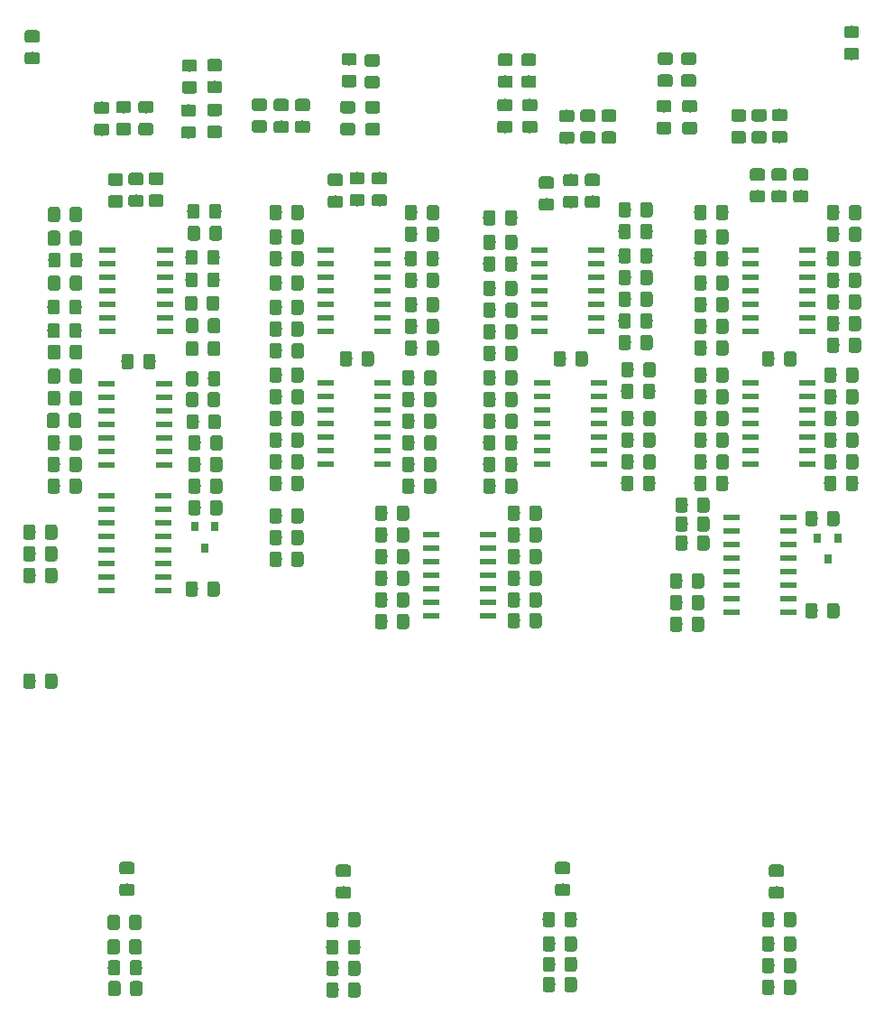
<source format=gbr>
%TF.GenerationSoftware,KiCad,Pcbnew,(5.0.1)-3*%
%TF.CreationDate,2020-04-13T20:04:37+01:00*%
%TF.ProjectId,pcb,7063622E6B696361645F706362000000,rev?*%
%TF.SameCoordinates,Original*%
%TF.FileFunction,Paste,Bot*%
%TF.FilePolarity,Positive*%
%FSLAX46Y46*%
G04 Gerber Fmt 4.6, Leading zero omitted, Abs format (unit mm)*
G04 Created by KiCad (PCBNEW (5.0.1)-3) date 13/04/2020 20:04:37*
%MOMM*%
%LPD*%
G01*
G04 APERTURE LIST*
%ADD10C,0.400000*%
%ADD11C,1.150000*%
%ADD12R,0.800000X0.900000*%
%ADD13R,1.500000X0.600000*%
G04 APERTURE END LIST*
D10*
G36*
X62334505Y-58991204D02*
X62358773Y-58994804D01*
X62382572Y-59000765D01*
X62405671Y-59009030D01*
X62427850Y-59019520D01*
X62448893Y-59032132D01*
X62468599Y-59046747D01*
X62486777Y-59063223D01*
X62503253Y-59081401D01*
X62517868Y-59101107D01*
X62530480Y-59122150D01*
X62540970Y-59144329D01*
X62549235Y-59167428D01*
X62555196Y-59191227D01*
X62558796Y-59215495D01*
X62560000Y-59239999D01*
X62560000Y-60140001D01*
X62558796Y-60164505D01*
X62555196Y-60188773D01*
X62549235Y-60212572D01*
X62540970Y-60235671D01*
X62530480Y-60257850D01*
X62517868Y-60278893D01*
X62503253Y-60298599D01*
X62486777Y-60316777D01*
X62468599Y-60333253D01*
X62448893Y-60347868D01*
X62427850Y-60360480D01*
X62405671Y-60370970D01*
X62382572Y-60379235D01*
X62358773Y-60385196D01*
X62334505Y-60388796D01*
X62310001Y-60390000D01*
X61659999Y-60390000D01*
X61635495Y-60388796D01*
X61611227Y-60385196D01*
X61587428Y-60379235D01*
X61564329Y-60370970D01*
X61542150Y-60360480D01*
X61521107Y-60347868D01*
X61501401Y-60333253D01*
X61483223Y-60316777D01*
X61466747Y-60298599D01*
X61452132Y-60278893D01*
X61439520Y-60257850D01*
X61429030Y-60235671D01*
X61420765Y-60212572D01*
X61414804Y-60188773D01*
X61411204Y-60164505D01*
X61410000Y-60140001D01*
X61410000Y-59239999D01*
X61411204Y-59215495D01*
X61414804Y-59191227D01*
X61420765Y-59167428D01*
X61429030Y-59144329D01*
X61439520Y-59122150D01*
X61452132Y-59101107D01*
X61466747Y-59081401D01*
X61483223Y-59063223D01*
X61501401Y-59046747D01*
X61521107Y-59032132D01*
X61542150Y-59019520D01*
X61564329Y-59009030D01*
X61587428Y-59000765D01*
X61611227Y-58994804D01*
X61635495Y-58991204D01*
X61659999Y-58990000D01*
X62310001Y-58990000D01*
X62334505Y-58991204D01*
X62334505Y-58991204D01*
G37*
D11*
X61985000Y-59690000D03*
D10*
G36*
X60284505Y-58991204D02*
X60308773Y-58994804D01*
X60332572Y-59000765D01*
X60355671Y-59009030D01*
X60377850Y-59019520D01*
X60398893Y-59032132D01*
X60418599Y-59046747D01*
X60436777Y-59063223D01*
X60453253Y-59081401D01*
X60467868Y-59101107D01*
X60480480Y-59122150D01*
X60490970Y-59144329D01*
X60499235Y-59167428D01*
X60505196Y-59191227D01*
X60508796Y-59215495D01*
X60510000Y-59239999D01*
X60510000Y-60140001D01*
X60508796Y-60164505D01*
X60505196Y-60188773D01*
X60499235Y-60212572D01*
X60490970Y-60235671D01*
X60480480Y-60257850D01*
X60467868Y-60278893D01*
X60453253Y-60298599D01*
X60436777Y-60316777D01*
X60418599Y-60333253D01*
X60398893Y-60347868D01*
X60377850Y-60360480D01*
X60355671Y-60370970D01*
X60332572Y-60379235D01*
X60308773Y-60385196D01*
X60284505Y-60388796D01*
X60260001Y-60390000D01*
X59609999Y-60390000D01*
X59585495Y-60388796D01*
X59561227Y-60385196D01*
X59537428Y-60379235D01*
X59514329Y-60370970D01*
X59492150Y-60360480D01*
X59471107Y-60347868D01*
X59451401Y-60333253D01*
X59433223Y-60316777D01*
X59416747Y-60298599D01*
X59402132Y-60278893D01*
X59389520Y-60257850D01*
X59379030Y-60235671D01*
X59370765Y-60212572D01*
X59364804Y-60188773D01*
X59361204Y-60164505D01*
X59360000Y-60140001D01*
X59360000Y-59239999D01*
X59361204Y-59215495D01*
X59364804Y-59191227D01*
X59370765Y-59167428D01*
X59379030Y-59144329D01*
X59389520Y-59122150D01*
X59402132Y-59101107D01*
X59416747Y-59081401D01*
X59433223Y-59063223D01*
X59451401Y-59046747D01*
X59471107Y-59032132D01*
X59492150Y-59019520D01*
X59514329Y-59009030D01*
X59537428Y-59000765D01*
X59561227Y-58994804D01*
X59585495Y-58991204D01*
X59609999Y-58990000D01*
X60260001Y-58990000D01*
X60284505Y-58991204D01*
X60284505Y-58991204D01*
G37*
D11*
X59935000Y-59690000D03*
D10*
G36*
X92052505Y-50101204D02*
X92076773Y-50104804D01*
X92100572Y-50110765D01*
X92123671Y-50119030D01*
X92145850Y-50129520D01*
X92166893Y-50142132D01*
X92186599Y-50156747D01*
X92204777Y-50173223D01*
X92221253Y-50191401D01*
X92235868Y-50211107D01*
X92248480Y-50232150D01*
X92258970Y-50254329D01*
X92267235Y-50277428D01*
X92273196Y-50301227D01*
X92276796Y-50325495D01*
X92278000Y-50349999D01*
X92278000Y-51250001D01*
X92276796Y-51274505D01*
X92273196Y-51298773D01*
X92267235Y-51322572D01*
X92258970Y-51345671D01*
X92248480Y-51367850D01*
X92235868Y-51388893D01*
X92221253Y-51408599D01*
X92204777Y-51426777D01*
X92186599Y-51443253D01*
X92166893Y-51457868D01*
X92145850Y-51470480D01*
X92123671Y-51480970D01*
X92100572Y-51489235D01*
X92076773Y-51495196D01*
X92052505Y-51498796D01*
X92028001Y-51500000D01*
X91377999Y-51500000D01*
X91353495Y-51498796D01*
X91329227Y-51495196D01*
X91305428Y-51489235D01*
X91282329Y-51480970D01*
X91260150Y-51470480D01*
X91239107Y-51457868D01*
X91219401Y-51443253D01*
X91201223Y-51426777D01*
X91184747Y-51408599D01*
X91170132Y-51388893D01*
X91157520Y-51367850D01*
X91147030Y-51345671D01*
X91138765Y-51322572D01*
X91132804Y-51298773D01*
X91129204Y-51274505D01*
X91128000Y-51250001D01*
X91128000Y-50349999D01*
X91129204Y-50325495D01*
X91132804Y-50301227D01*
X91138765Y-50277428D01*
X91147030Y-50254329D01*
X91157520Y-50232150D01*
X91170132Y-50211107D01*
X91184747Y-50191401D01*
X91201223Y-50173223D01*
X91219401Y-50156747D01*
X91239107Y-50142132D01*
X91260150Y-50129520D01*
X91282329Y-50119030D01*
X91305428Y-50110765D01*
X91329227Y-50104804D01*
X91353495Y-50101204D01*
X91377999Y-50100000D01*
X92028001Y-50100000D01*
X92052505Y-50101204D01*
X92052505Y-50101204D01*
G37*
D11*
X91703000Y-50800000D03*
D10*
G36*
X90002505Y-50101204D02*
X90026773Y-50104804D01*
X90050572Y-50110765D01*
X90073671Y-50119030D01*
X90095850Y-50129520D01*
X90116893Y-50142132D01*
X90136599Y-50156747D01*
X90154777Y-50173223D01*
X90171253Y-50191401D01*
X90185868Y-50211107D01*
X90198480Y-50232150D01*
X90208970Y-50254329D01*
X90217235Y-50277428D01*
X90223196Y-50301227D01*
X90226796Y-50325495D01*
X90228000Y-50349999D01*
X90228000Y-51250001D01*
X90226796Y-51274505D01*
X90223196Y-51298773D01*
X90217235Y-51322572D01*
X90208970Y-51345671D01*
X90198480Y-51367850D01*
X90185868Y-51388893D01*
X90171253Y-51408599D01*
X90154777Y-51426777D01*
X90136599Y-51443253D01*
X90116893Y-51457868D01*
X90095850Y-51470480D01*
X90073671Y-51480970D01*
X90050572Y-51489235D01*
X90026773Y-51495196D01*
X90002505Y-51498796D01*
X89978001Y-51500000D01*
X89327999Y-51500000D01*
X89303495Y-51498796D01*
X89279227Y-51495196D01*
X89255428Y-51489235D01*
X89232329Y-51480970D01*
X89210150Y-51470480D01*
X89189107Y-51457868D01*
X89169401Y-51443253D01*
X89151223Y-51426777D01*
X89134747Y-51408599D01*
X89120132Y-51388893D01*
X89107520Y-51367850D01*
X89097030Y-51345671D01*
X89088765Y-51322572D01*
X89082804Y-51298773D01*
X89079204Y-51274505D01*
X89078000Y-51250001D01*
X89078000Y-50349999D01*
X89079204Y-50325495D01*
X89082804Y-50301227D01*
X89088765Y-50277428D01*
X89097030Y-50254329D01*
X89107520Y-50232150D01*
X89120132Y-50211107D01*
X89134747Y-50191401D01*
X89151223Y-50173223D01*
X89169401Y-50156747D01*
X89189107Y-50142132D01*
X89210150Y-50129520D01*
X89232329Y-50119030D01*
X89255428Y-50110765D01*
X89279227Y-50104804D01*
X89303495Y-50101204D01*
X89327999Y-50100000D01*
X89978001Y-50100000D01*
X90002505Y-50101204D01*
X90002505Y-50101204D01*
G37*
D11*
X89653000Y-50800000D03*
D10*
G36*
X79860505Y-50101204D02*
X79884773Y-50104804D01*
X79908572Y-50110765D01*
X79931671Y-50119030D01*
X79953850Y-50129520D01*
X79974893Y-50142132D01*
X79994599Y-50156747D01*
X80012777Y-50173223D01*
X80029253Y-50191401D01*
X80043868Y-50211107D01*
X80056480Y-50232150D01*
X80066970Y-50254329D01*
X80075235Y-50277428D01*
X80081196Y-50301227D01*
X80084796Y-50325495D01*
X80086000Y-50349999D01*
X80086000Y-51250001D01*
X80084796Y-51274505D01*
X80081196Y-51298773D01*
X80075235Y-51322572D01*
X80066970Y-51345671D01*
X80056480Y-51367850D01*
X80043868Y-51388893D01*
X80029253Y-51408599D01*
X80012777Y-51426777D01*
X79994599Y-51443253D01*
X79974893Y-51457868D01*
X79953850Y-51470480D01*
X79931671Y-51480970D01*
X79908572Y-51489235D01*
X79884773Y-51495196D01*
X79860505Y-51498796D01*
X79836001Y-51500000D01*
X79185999Y-51500000D01*
X79161495Y-51498796D01*
X79137227Y-51495196D01*
X79113428Y-51489235D01*
X79090329Y-51480970D01*
X79068150Y-51470480D01*
X79047107Y-51457868D01*
X79027401Y-51443253D01*
X79009223Y-51426777D01*
X78992747Y-51408599D01*
X78978132Y-51388893D01*
X78965520Y-51367850D01*
X78955030Y-51345671D01*
X78946765Y-51322572D01*
X78940804Y-51298773D01*
X78937204Y-51274505D01*
X78936000Y-51250001D01*
X78936000Y-50349999D01*
X78937204Y-50325495D01*
X78940804Y-50301227D01*
X78946765Y-50277428D01*
X78955030Y-50254329D01*
X78965520Y-50232150D01*
X78978132Y-50211107D01*
X78992747Y-50191401D01*
X79009223Y-50173223D01*
X79027401Y-50156747D01*
X79047107Y-50142132D01*
X79068150Y-50129520D01*
X79090329Y-50119030D01*
X79113428Y-50110765D01*
X79137227Y-50104804D01*
X79161495Y-50101204D01*
X79185999Y-50100000D01*
X79836001Y-50100000D01*
X79860505Y-50101204D01*
X79860505Y-50101204D01*
G37*
D11*
X79511000Y-50800000D03*
D10*
G36*
X77810505Y-50101204D02*
X77834773Y-50104804D01*
X77858572Y-50110765D01*
X77881671Y-50119030D01*
X77903850Y-50129520D01*
X77924893Y-50142132D01*
X77944599Y-50156747D01*
X77962777Y-50173223D01*
X77979253Y-50191401D01*
X77993868Y-50211107D01*
X78006480Y-50232150D01*
X78016970Y-50254329D01*
X78025235Y-50277428D01*
X78031196Y-50301227D01*
X78034796Y-50325495D01*
X78036000Y-50349999D01*
X78036000Y-51250001D01*
X78034796Y-51274505D01*
X78031196Y-51298773D01*
X78025235Y-51322572D01*
X78016970Y-51345671D01*
X78006480Y-51367850D01*
X77993868Y-51388893D01*
X77979253Y-51408599D01*
X77962777Y-51426777D01*
X77944599Y-51443253D01*
X77924893Y-51457868D01*
X77903850Y-51470480D01*
X77881671Y-51480970D01*
X77858572Y-51489235D01*
X77834773Y-51495196D01*
X77810505Y-51498796D01*
X77786001Y-51500000D01*
X77135999Y-51500000D01*
X77111495Y-51498796D01*
X77087227Y-51495196D01*
X77063428Y-51489235D01*
X77040329Y-51480970D01*
X77018150Y-51470480D01*
X76997107Y-51457868D01*
X76977401Y-51443253D01*
X76959223Y-51426777D01*
X76942747Y-51408599D01*
X76928132Y-51388893D01*
X76915520Y-51367850D01*
X76905030Y-51345671D01*
X76896765Y-51322572D01*
X76890804Y-51298773D01*
X76887204Y-51274505D01*
X76886000Y-51250001D01*
X76886000Y-50349999D01*
X76887204Y-50325495D01*
X76890804Y-50301227D01*
X76896765Y-50277428D01*
X76905030Y-50254329D01*
X76915520Y-50232150D01*
X76928132Y-50211107D01*
X76942747Y-50191401D01*
X76959223Y-50173223D01*
X76977401Y-50156747D01*
X76997107Y-50142132D01*
X77018150Y-50129520D01*
X77040329Y-50119030D01*
X77063428Y-50110765D01*
X77087227Y-50104804D01*
X77111495Y-50101204D01*
X77135999Y-50100000D01*
X77786001Y-50100000D01*
X77810505Y-50101204D01*
X77810505Y-50101204D01*
G37*
D11*
X77461000Y-50800000D03*
D10*
G36*
X77810505Y-37401204D02*
X77834773Y-37404804D01*
X77858572Y-37410765D01*
X77881671Y-37419030D01*
X77903850Y-37429520D01*
X77924893Y-37442132D01*
X77944599Y-37456747D01*
X77962777Y-37473223D01*
X77979253Y-37491401D01*
X77993868Y-37511107D01*
X78006480Y-37532150D01*
X78016970Y-37554329D01*
X78025235Y-37577428D01*
X78031196Y-37601227D01*
X78034796Y-37625495D01*
X78036000Y-37649999D01*
X78036000Y-38550001D01*
X78034796Y-38574505D01*
X78031196Y-38598773D01*
X78025235Y-38622572D01*
X78016970Y-38645671D01*
X78006480Y-38667850D01*
X77993868Y-38688893D01*
X77979253Y-38708599D01*
X77962777Y-38726777D01*
X77944599Y-38743253D01*
X77924893Y-38757868D01*
X77903850Y-38770480D01*
X77881671Y-38780970D01*
X77858572Y-38789235D01*
X77834773Y-38795196D01*
X77810505Y-38798796D01*
X77786001Y-38800000D01*
X77135999Y-38800000D01*
X77111495Y-38798796D01*
X77087227Y-38795196D01*
X77063428Y-38789235D01*
X77040329Y-38780970D01*
X77018150Y-38770480D01*
X76997107Y-38757868D01*
X76977401Y-38743253D01*
X76959223Y-38726777D01*
X76942747Y-38708599D01*
X76928132Y-38688893D01*
X76915520Y-38667850D01*
X76905030Y-38645671D01*
X76896765Y-38622572D01*
X76890804Y-38598773D01*
X76887204Y-38574505D01*
X76886000Y-38550001D01*
X76886000Y-37649999D01*
X76887204Y-37625495D01*
X76890804Y-37601227D01*
X76896765Y-37577428D01*
X76905030Y-37554329D01*
X76915520Y-37532150D01*
X76928132Y-37511107D01*
X76942747Y-37491401D01*
X76959223Y-37473223D01*
X76977401Y-37456747D01*
X76997107Y-37442132D01*
X77018150Y-37429520D01*
X77040329Y-37419030D01*
X77063428Y-37410765D01*
X77087227Y-37404804D01*
X77111495Y-37401204D01*
X77135999Y-37400000D01*
X77786001Y-37400000D01*
X77810505Y-37401204D01*
X77810505Y-37401204D01*
G37*
D11*
X77461000Y-38100000D03*
D10*
G36*
X79860505Y-37401204D02*
X79884773Y-37404804D01*
X79908572Y-37410765D01*
X79931671Y-37419030D01*
X79953850Y-37429520D01*
X79974893Y-37442132D01*
X79994599Y-37456747D01*
X80012777Y-37473223D01*
X80029253Y-37491401D01*
X80043868Y-37511107D01*
X80056480Y-37532150D01*
X80066970Y-37554329D01*
X80075235Y-37577428D01*
X80081196Y-37601227D01*
X80084796Y-37625495D01*
X80086000Y-37649999D01*
X80086000Y-38550001D01*
X80084796Y-38574505D01*
X80081196Y-38598773D01*
X80075235Y-38622572D01*
X80066970Y-38645671D01*
X80056480Y-38667850D01*
X80043868Y-38688893D01*
X80029253Y-38708599D01*
X80012777Y-38726777D01*
X79994599Y-38743253D01*
X79974893Y-38757868D01*
X79953850Y-38770480D01*
X79931671Y-38780970D01*
X79908572Y-38789235D01*
X79884773Y-38795196D01*
X79860505Y-38798796D01*
X79836001Y-38800000D01*
X79185999Y-38800000D01*
X79161495Y-38798796D01*
X79137227Y-38795196D01*
X79113428Y-38789235D01*
X79090329Y-38780970D01*
X79068150Y-38770480D01*
X79047107Y-38757868D01*
X79027401Y-38743253D01*
X79009223Y-38726777D01*
X78992747Y-38708599D01*
X78978132Y-38688893D01*
X78965520Y-38667850D01*
X78955030Y-38645671D01*
X78946765Y-38622572D01*
X78940804Y-38598773D01*
X78937204Y-38574505D01*
X78936000Y-38550001D01*
X78936000Y-37649999D01*
X78937204Y-37625495D01*
X78940804Y-37601227D01*
X78946765Y-37577428D01*
X78955030Y-37554329D01*
X78965520Y-37532150D01*
X78978132Y-37511107D01*
X78992747Y-37491401D01*
X79009223Y-37473223D01*
X79027401Y-37456747D01*
X79047107Y-37442132D01*
X79068150Y-37429520D01*
X79090329Y-37419030D01*
X79113428Y-37410765D01*
X79137227Y-37404804D01*
X79161495Y-37401204D01*
X79185999Y-37400000D01*
X79836001Y-37400000D01*
X79860505Y-37401204D01*
X79860505Y-37401204D01*
G37*
D11*
X79511000Y-38100000D03*
D10*
G36*
X90256505Y-39179204D02*
X90280773Y-39182804D01*
X90304572Y-39188765D01*
X90327671Y-39197030D01*
X90349850Y-39207520D01*
X90370893Y-39220132D01*
X90390599Y-39234747D01*
X90408777Y-39251223D01*
X90425253Y-39269401D01*
X90439868Y-39289107D01*
X90452480Y-39310150D01*
X90462970Y-39332329D01*
X90471235Y-39355428D01*
X90477196Y-39379227D01*
X90480796Y-39403495D01*
X90482000Y-39427999D01*
X90482000Y-40328001D01*
X90480796Y-40352505D01*
X90477196Y-40376773D01*
X90471235Y-40400572D01*
X90462970Y-40423671D01*
X90452480Y-40445850D01*
X90439868Y-40466893D01*
X90425253Y-40486599D01*
X90408777Y-40504777D01*
X90390599Y-40521253D01*
X90370893Y-40535868D01*
X90349850Y-40548480D01*
X90327671Y-40558970D01*
X90304572Y-40567235D01*
X90280773Y-40573196D01*
X90256505Y-40576796D01*
X90232001Y-40578000D01*
X89581999Y-40578000D01*
X89557495Y-40576796D01*
X89533227Y-40573196D01*
X89509428Y-40567235D01*
X89486329Y-40558970D01*
X89464150Y-40548480D01*
X89443107Y-40535868D01*
X89423401Y-40521253D01*
X89405223Y-40504777D01*
X89388747Y-40486599D01*
X89374132Y-40466893D01*
X89361520Y-40445850D01*
X89351030Y-40423671D01*
X89342765Y-40400572D01*
X89336804Y-40376773D01*
X89333204Y-40352505D01*
X89332000Y-40328001D01*
X89332000Y-39427999D01*
X89333204Y-39403495D01*
X89336804Y-39379227D01*
X89342765Y-39355428D01*
X89351030Y-39332329D01*
X89361520Y-39310150D01*
X89374132Y-39289107D01*
X89388747Y-39269401D01*
X89405223Y-39251223D01*
X89423401Y-39234747D01*
X89443107Y-39220132D01*
X89464150Y-39207520D01*
X89486329Y-39197030D01*
X89509428Y-39188765D01*
X89533227Y-39182804D01*
X89557495Y-39179204D01*
X89581999Y-39178000D01*
X90232001Y-39178000D01*
X90256505Y-39179204D01*
X90256505Y-39179204D01*
G37*
D11*
X89907000Y-39878000D03*
D10*
G36*
X92306505Y-39179204D02*
X92330773Y-39182804D01*
X92354572Y-39188765D01*
X92377671Y-39197030D01*
X92399850Y-39207520D01*
X92420893Y-39220132D01*
X92440599Y-39234747D01*
X92458777Y-39251223D01*
X92475253Y-39269401D01*
X92489868Y-39289107D01*
X92502480Y-39310150D01*
X92512970Y-39332329D01*
X92521235Y-39355428D01*
X92527196Y-39379227D01*
X92530796Y-39403495D01*
X92532000Y-39427999D01*
X92532000Y-40328001D01*
X92530796Y-40352505D01*
X92527196Y-40376773D01*
X92521235Y-40400572D01*
X92512970Y-40423671D01*
X92502480Y-40445850D01*
X92489868Y-40466893D01*
X92475253Y-40486599D01*
X92458777Y-40504777D01*
X92440599Y-40521253D01*
X92420893Y-40535868D01*
X92399850Y-40548480D01*
X92377671Y-40558970D01*
X92354572Y-40567235D01*
X92330773Y-40573196D01*
X92306505Y-40576796D01*
X92282001Y-40578000D01*
X91631999Y-40578000D01*
X91607495Y-40576796D01*
X91583227Y-40573196D01*
X91559428Y-40567235D01*
X91536329Y-40558970D01*
X91514150Y-40548480D01*
X91493107Y-40535868D01*
X91473401Y-40521253D01*
X91455223Y-40504777D01*
X91438747Y-40486599D01*
X91424132Y-40466893D01*
X91411520Y-40445850D01*
X91401030Y-40423671D01*
X91392765Y-40400572D01*
X91386804Y-40376773D01*
X91383204Y-40352505D01*
X91382000Y-40328001D01*
X91382000Y-39427999D01*
X91383204Y-39403495D01*
X91386804Y-39379227D01*
X91392765Y-39355428D01*
X91401030Y-39332329D01*
X91411520Y-39310150D01*
X91424132Y-39289107D01*
X91438747Y-39269401D01*
X91455223Y-39251223D01*
X91473401Y-39234747D01*
X91493107Y-39220132D01*
X91514150Y-39207520D01*
X91536329Y-39197030D01*
X91559428Y-39188765D01*
X91583227Y-39182804D01*
X91607495Y-39179204D01*
X91631999Y-39178000D01*
X92282001Y-39178000D01*
X92306505Y-39179204D01*
X92306505Y-39179204D01*
G37*
D11*
X91957000Y-39878000D03*
D10*
G36*
X73011505Y-50101204D02*
X73035773Y-50104804D01*
X73059572Y-50110765D01*
X73082671Y-50119030D01*
X73104850Y-50129520D01*
X73125893Y-50142132D01*
X73145599Y-50156747D01*
X73163777Y-50173223D01*
X73180253Y-50191401D01*
X73194868Y-50211107D01*
X73207480Y-50232150D01*
X73217970Y-50254329D01*
X73226235Y-50277428D01*
X73232196Y-50301227D01*
X73235796Y-50325495D01*
X73237000Y-50349999D01*
X73237000Y-51250001D01*
X73235796Y-51274505D01*
X73232196Y-51298773D01*
X73226235Y-51322572D01*
X73217970Y-51345671D01*
X73207480Y-51367850D01*
X73194868Y-51388893D01*
X73180253Y-51408599D01*
X73163777Y-51426777D01*
X73145599Y-51443253D01*
X73125893Y-51457868D01*
X73104850Y-51470480D01*
X73082671Y-51480970D01*
X73059572Y-51489235D01*
X73035773Y-51495196D01*
X73011505Y-51498796D01*
X72987001Y-51500000D01*
X72336999Y-51500000D01*
X72312495Y-51498796D01*
X72288227Y-51495196D01*
X72264428Y-51489235D01*
X72241329Y-51480970D01*
X72219150Y-51470480D01*
X72198107Y-51457868D01*
X72178401Y-51443253D01*
X72160223Y-51426777D01*
X72143747Y-51408599D01*
X72129132Y-51388893D01*
X72116520Y-51367850D01*
X72106030Y-51345671D01*
X72097765Y-51322572D01*
X72091804Y-51298773D01*
X72088204Y-51274505D01*
X72087000Y-51250001D01*
X72087000Y-50349999D01*
X72088204Y-50325495D01*
X72091804Y-50301227D01*
X72097765Y-50277428D01*
X72106030Y-50254329D01*
X72116520Y-50232150D01*
X72129132Y-50211107D01*
X72143747Y-50191401D01*
X72160223Y-50173223D01*
X72178401Y-50156747D01*
X72198107Y-50142132D01*
X72219150Y-50129520D01*
X72241329Y-50119030D01*
X72264428Y-50110765D01*
X72288227Y-50104804D01*
X72312495Y-50101204D01*
X72336999Y-50100000D01*
X72987001Y-50100000D01*
X73011505Y-50101204D01*
X73011505Y-50101204D01*
G37*
D11*
X72662000Y-50800000D03*
D10*
G36*
X70961505Y-50101204D02*
X70985773Y-50104804D01*
X71009572Y-50110765D01*
X71032671Y-50119030D01*
X71054850Y-50129520D01*
X71075893Y-50142132D01*
X71095599Y-50156747D01*
X71113777Y-50173223D01*
X71130253Y-50191401D01*
X71144868Y-50211107D01*
X71157480Y-50232150D01*
X71167970Y-50254329D01*
X71176235Y-50277428D01*
X71182196Y-50301227D01*
X71185796Y-50325495D01*
X71187000Y-50349999D01*
X71187000Y-51250001D01*
X71185796Y-51274505D01*
X71182196Y-51298773D01*
X71176235Y-51322572D01*
X71167970Y-51345671D01*
X71157480Y-51367850D01*
X71144868Y-51388893D01*
X71130253Y-51408599D01*
X71113777Y-51426777D01*
X71095599Y-51443253D01*
X71075893Y-51457868D01*
X71054850Y-51470480D01*
X71032671Y-51480970D01*
X71009572Y-51489235D01*
X70985773Y-51495196D01*
X70961505Y-51498796D01*
X70937001Y-51500000D01*
X70286999Y-51500000D01*
X70262495Y-51498796D01*
X70238227Y-51495196D01*
X70214428Y-51489235D01*
X70191329Y-51480970D01*
X70169150Y-51470480D01*
X70148107Y-51457868D01*
X70128401Y-51443253D01*
X70110223Y-51426777D01*
X70093747Y-51408599D01*
X70079132Y-51388893D01*
X70066520Y-51367850D01*
X70056030Y-51345671D01*
X70047765Y-51322572D01*
X70041804Y-51298773D01*
X70038204Y-51274505D01*
X70037000Y-51250001D01*
X70037000Y-50349999D01*
X70038204Y-50325495D01*
X70041804Y-50301227D01*
X70047765Y-50277428D01*
X70056030Y-50254329D01*
X70066520Y-50232150D01*
X70079132Y-50211107D01*
X70093747Y-50191401D01*
X70110223Y-50173223D01*
X70128401Y-50156747D01*
X70148107Y-50142132D01*
X70169150Y-50129520D01*
X70191329Y-50119030D01*
X70214428Y-50110765D01*
X70238227Y-50104804D01*
X70262495Y-50101204D01*
X70286999Y-50100000D01*
X70937001Y-50100000D01*
X70961505Y-50101204D01*
X70961505Y-50101204D01*
G37*
D11*
X70612000Y-50800000D03*
D10*
G36*
X60057505Y-50355204D02*
X60081773Y-50358804D01*
X60105572Y-50364765D01*
X60128671Y-50373030D01*
X60150850Y-50383520D01*
X60171893Y-50396132D01*
X60191599Y-50410747D01*
X60209777Y-50427223D01*
X60226253Y-50445401D01*
X60240868Y-50465107D01*
X60253480Y-50486150D01*
X60263970Y-50508329D01*
X60272235Y-50531428D01*
X60278196Y-50555227D01*
X60281796Y-50579495D01*
X60283000Y-50603999D01*
X60283000Y-51504001D01*
X60281796Y-51528505D01*
X60278196Y-51552773D01*
X60272235Y-51576572D01*
X60263970Y-51599671D01*
X60253480Y-51621850D01*
X60240868Y-51642893D01*
X60226253Y-51662599D01*
X60209777Y-51680777D01*
X60191599Y-51697253D01*
X60171893Y-51711868D01*
X60150850Y-51724480D01*
X60128671Y-51734970D01*
X60105572Y-51743235D01*
X60081773Y-51749196D01*
X60057505Y-51752796D01*
X60033001Y-51754000D01*
X59382999Y-51754000D01*
X59358495Y-51752796D01*
X59334227Y-51749196D01*
X59310428Y-51743235D01*
X59287329Y-51734970D01*
X59265150Y-51724480D01*
X59244107Y-51711868D01*
X59224401Y-51697253D01*
X59206223Y-51680777D01*
X59189747Y-51662599D01*
X59175132Y-51642893D01*
X59162520Y-51621850D01*
X59152030Y-51599671D01*
X59143765Y-51576572D01*
X59137804Y-51552773D01*
X59134204Y-51528505D01*
X59133000Y-51504001D01*
X59133000Y-50603999D01*
X59134204Y-50579495D01*
X59137804Y-50555227D01*
X59143765Y-50531428D01*
X59152030Y-50508329D01*
X59162520Y-50486150D01*
X59175132Y-50465107D01*
X59189747Y-50445401D01*
X59206223Y-50427223D01*
X59224401Y-50410747D01*
X59244107Y-50396132D01*
X59265150Y-50383520D01*
X59287329Y-50373030D01*
X59310428Y-50364765D01*
X59334227Y-50358804D01*
X59358495Y-50355204D01*
X59382999Y-50354000D01*
X60033001Y-50354000D01*
X60057505Y-50355204D01*
X60057505Y-50355204D01*
G37*
D11*
X59708000Y-51054000D03*
D10*
G36*
X58007505Y-50355204D02*
X58031773Y-50358804D01*
X58055572Y-50364765D01*
X58078671Y-50373030D01*
X58100850Y-50383520D01*
X58121893Y-50396132D01*
X58141599Y-50410747D01*
X58159777Y-50427223D01*
X58176253Y-50445401D01*
X58190868Y-50465107D01*
X58203480Y-50486150D01*
X58213970Y-50508329D01*
X58222235Y-50531428D01*
X58228196Y-50555227D01*
X58231796Y-50579495D01*
X58233000Y-50603999D01*
X58233000Y-51504001D01*
X58231796Y-51528505D01*
X58228196Y-51552773D01*
X58222235Y-51576572D01*
X58213970Y-51599671D01*
X58203480Y-51621850D01*
X58190868Y-51642893D01*
X58176253Y-51662599D01*
X58159777Y-51680777D01*
X58141599Y-51697253D01*
X58121893Y-51711868D01*
X58100850Y-51724480D01*
X58078671Y-51734970D01*
X58055572Y-51743235D01*
X58031773Y-51749196D01*
X58007505Y-51752796D01*
X57983001Y-51754000D01*
X57332999Y-51754000D01*
X57308495Y-51752796D01*
X57284227Y-51749196D01*
X57260428Y-51743235D01*
X57237329Y-51734970D01*
X57215150Y-51724480D01*
X57194107Y-51711868D01*
X57174401Y-51697253D01*
X57156223Y-51680777D01*
X57139747Y-51662599D01*
X57125132Y-51642893D01*
X57112520Y-51621850D01*
X57102030Y-51599671D01*
X57093765Y-51576572D01*
X57087804Y-51552773D01*
X57084204Y-51528505D01*
X57083000Y-51504001D01*
X57083000Y-50603999D01*
X57084204Y-50579495D01*
X57087804Y-50555227D01*
X57093765Y-50531428D01*
X57102030Y-50508329D01*
X57112520Y-50486150D01*
X57125132Y-50465107D01*
X57139747Y-50445401D01*
X57156223Y-50427223D01*
X57174401Y-50410747D01*
X57194107Y-50396132D01*
X57215150Y-50383520D01*
X57237329Y-50373030D01*
X57260428Y-50364765D01*
X57284227Y-50358804D01*
X57308495Y-50355204D01*
X57332999Y-50354000D01*
X57983001Y-50354000D01*
X58007505Y-50355204D01*
X58007505Y-50355204D01*
G37*
D11*
X57658000Y-51054000D03*
D10*
G36*
X14818505Y-74739204D02*
X14842773Y-74742804D01*
X14866572Y-74748765D01*
X14889671Y-74757030D01*
X14911850Y-74767520D01*
X14932893Y-74780132D01*
X14952599Y-74794747D01*
X14970777Y-74811223D01*
X14987253Y-74829401D01*
X15001868Y-74849107D01*
X15014480Y-74870150D01*
X15024970Y-74892329D01*
X15033235Y-74915428D01*
X15039196Y-74939227D01*
X15042796Y-74963495D01*
X15044000Y-74987999D01*
X15044000Y-75888001D01*
X15042796Y-75912505D01*
X15039196Y-75936773D01*
X15033235Y-75960572D01*
X15024970Y-75983671D01*
X15014480Y-76005850D01*
X15001868Y-76026893D01*
X14987253Y-76046599D01*
X14970777Y-76064777D01*
X14952599Y-76081253D01*
X14932893Y-76095868D01*
X14911850Y-76108480D01*
X14889671Y-76118970D01*
X14866572Y-76127235D01*
X14842773Y-76133196D01*
X14818505Y-76136796D01*
X14794001Y-76138000D01*
X14143999Y-76138000D01*
X14119495Y-76136796D01*
X14095227Y-76133196D01*
X14071428Y-76127235D01*
X14048329Y-76118970D01*
X14026150Y-76108480D01*
X14005107Y-76095868D01*
X13985401Y-76081253D01*
X13967223Y-76064777D01*
X13950747Y-76046599D01*
X13936132Y-76026893D01*
X13923520Y-76005850D01*
X13913030Y-75983671D01*
X13904765Y-75960572D01*
X13898804Y-75936773D01*
X13895204Y-75912505D01*
X13894000Y-75888001D01*
X13894000Y-74987999D01*
X13895204Y-74963495D01*
X13898804Y-74939227D01*
X13904765Y-74915428D01*
X13913030Y-74892329D01*
X13923520Y-74870150D01*
X13936132Y-74849107D01*
X13950747Y-74829401D01*
X13967223Y-74811223D01*
X13985401Y-74794747D01*
X14005107Y-74780132D01*
X14026150Y-74767520D01*
X14048329Y-74757030D01*
X14071428Y-74748765D01*
X14095227Y-74742804D01*
X14119495Y-74739204D01*
X14143999Y-74738000D01*
X14794001Y-74738000D01*
X14818505Y-74739204D01*
X14818505Y-74739204D01*
G37*
D11*
X14469000Y-75438000D03*
D10*
G36*
X16868505Y-74739204D02*
X16892773Y-74742804D01*
X16916572Y-74748765D01*
X16939671Y-74757030D01*
X16961850Y-74767520D01*
X16982893Y-74780132D01*
X17002599Y-74794747D01*
X17020777Y-74811223D01*
X17037253Y-74829401D01*
X17051868Y-74849107D01*
X17064480Y-74870150D01*
X17074970Y-74892329D01*
X17083235Y-74915428D01*
X17089196Y-74939227D01*
X17092796Y-74963495D01*
X17094000Y-74987999D01*
X17094000Y-75888001D01*
X17092796Y-75912505D01*
X17089196Y-75936773D01*
X17083235Y-75960572D01*
X17074970Y-75983671D01*
X17064480Y-76005850D01*
X17051868Y-76026893D01*
X17037253Y-76046599D01*
X17020777Y-76064777D01*
X17002599Y-76081253D01*
X16982893Y-76095868D01*
X16961850Y-76108480D01*
X16939671Y-76118970D01*
X16916572Y-76127235D01*
X16892773Y-76133196D01*
X16868505Y-76136796D01*
X16844001Y-76138000D01*
X16193999Y-76138000D01*
X16169495Y-76136796D01*
X16145227Y-76133196D01*
X16121428Y-76127235D01*
X16098329Y-76118970D01*
X16076150Y-76108480D01*
X16055107Y-76095868D01*
X16035401Y-76081253D01*
X16017223Y-76064777D01*
X16000747Y-76046599D01*
X15986132Y-76026893D01*
X15973520Y-76005850D01*
X15963030Y-75983671D01*
X15954765Y-75960572D01*
X15948804Y-75936773D01*
X15945204Y-75912505D01*
X15944000Y-75888001D01*
X15944000Y-74987999D01*
X15945204Y-74963495D01*
X15948804Y-74939227D01*
X15954765Y-74915428D01*
X15963030Y-74892329D01*
X15973520Y-74870150D01*
X15986132Y-74849107D01*
X16000747Y-74829401D01*
X16017223Y-74811223D01*
X16035401Y-74794747D01*
X16055107Y-74780132D01*
X16076150Y-74767520D01*
X16098329Y-74757030D01*
X16121428Y-74748765D01*
X16145227Y-74742804D01*
X16169495Y-74739204D01*
X16193999Y-74738000D01*
X16844001Y-74738000D01*
X16868505Y-74739204D01*
X16868505Y-74739204D01*
G37*
D11*
X16519000Y-75438000D03*
D10*
G36*
X57998505Y-37909204D02*
X58022773Y-37912804D01*
X58046572Y-37918765D01*
X58069671Y-37927030D01*
X58091850Y-37937520D01*
X58112893Y-37950132D01*
X58132599Y-37964747D01*
X58150777Y-37981223D01*
X58167253Y-37999401D01*
X58181868Y-38019107D01*
X58194480Y-38040150D01*
X58204970Y-38062329D01*
X58213235Y-38085428D01*
X58219196Y-38109227D01*
X58222796Y-38133495D01*
X58224000Y-38157999D01*
X58224000Y-39058001D01*
X58222796Y-39082505D01*
X58219196Y-39106773D01*
X58213235Y-39130572D01*
X58204970Y-39153671D01*
X58194480Y-39175850D01*
X58181868Y-39196893D01*
X58167253Y-39216599D01*
X58150777Y-39234777D01*
X58132599Y-39251253D01*
X58112893Y-39265868D01*
X58091850Y-39278480D01*
X58069671Y-39288970D01*
X58046572Y-39297235D01*
X58022773Y-39303196D01*
X57998505Y-39306796D01*
X57974001Y-39308000D01*
X57323999Y-39308000D01*
X57299495Y-39306796D01*
X57275227Y-39303196D01*
X57251428Y-39297235D01*
X57228329Y-39288970D01*
X57206150Y-39278480D01*
X57185107Y-39265868D01*
X57165401Y-39251253D01*
X57147223Y-39234777D01*
X57130747Y-39216599D01*
X57116132Y-39196893D01*
X57103520Y-39175850D01*
X57093030Y-39153671D01*
X57084765Y-39130572D01*
X57078804Y-39106773D01*
X57075204Y-39082505D01*
X57074000Y-39058001D01*
X57074000Y-38157999D01*
X57075204Y-38133495D01*
X57078804Y-38109227D01*
X57084765Y-38085428D01*
X57093030Y-38062329D01*
X57103520Y-38040150D01*
X57116132Y-38019107D01*
X57130747Y-37999401D01*
X57147223Y-37981223D01*
X57165401Y-37964747D01*
X57185107Y-37950132D01*
X57206150Y-37937520D01*
X57228329Y-37927030D01*
X57251428Y-37918765D01*
X57275227Y-37912804D01*
X57299495Y-37909204D01*
X57323999Y-37908000D01*
X57974001Y-37908000D01*
X57998505Y-37909204D01*
X57998505Y-37909204D01*
G37*
D11*
X57649000Y-38608000D03*
D10*
G36*
X60048505Y-37909204D02*
X60072773Y-37912804D01*
X60096572Y-37918765D01*
X60119671Y-37927030D01*
X60141850Y-37937520D01*
X60162893Y-37950132D01*
X60182599Y-37964747D01*
X60200777Y-37981223D01*
X60217253Y-37999401D01*
X60231868Y-38019107D01*
X60244480Y-38040150D01*
X60254970Y-38062329D01*
X60263235Y-38085428D01*
X60269196Y-38109227D01*
X60272796Y-38133495D01*
X60274000Y-38157999D01*
X60274000Y-39058001D01*
X60272796Y-39082505D01*
X60269196Y-39106773D01*
X60263235Y-39130572D01*
X60254970Y-39153671D01*
X60244480Y-39175850D01*
X60231868Y-39196893D01*
X60217253Y-39216599D01*
X60200777Y-39234777D01*
X60182599Y-39251253D01*
X60162893Y-39265868D01*
X60141850Y-39278480D01*
X60119671Y-39288970D01*
X60096572Y-39297235D01*
X60072773Y-39303196D01*
X60048505Y-39306796D01*
X60024001Y-39308000D01*
X59373999Y-39308000D01*
X59349495Y-39306796D01*
X59325227Y-39303196D01*
X59301428Y-39297235D01*
X59278329Y-39288970D01*
X59256150Y-39278480D01*
X59235107Y-39265868D01*
X59215401Y-39251253D01*
X59197223Y-39234777D01*
X59180747Y-39216599D01*
X59166132Y-39196893D01*
X59153520Y-39175850D01*
X59143030Y-39153671D01*
X59134765Y-39130572D01*
X59128804Y-39106773D01*
X59125204Y-39082505D01*
X59124000Y-39058001D01*
X59124000Y-38157999D01*
X59125204Y-38133495D01*
X59128804Y-38109227D01*
X59134765Y-38085428D01*
X59143030Y-38062329D01*
X59153520Y-38040150D01*
X59166132Y-38019107D01*
X59180747Y-37999401D01*
X59197223Y-37981223D01*
X59215401Y-37964747D01*
X59235107Y-37950132D01*
X59256150Y-37937520D01*
X59278329Y-37927030D01*
X59301428Y-37918765D01*
X59325227Y-37912804D01*
X59349495Y-37909204D01*
X59373999Y-37908000D01*
X60024001Y-37908000D01*
X60048505Y-37909204D01*
X60048505Y-37909204D01*
G37*
D11*
X59699000Y-38608000D03*
D10*
G36*
X70698505Y-38925204D02*
X70722773Y-38928804D01*
X70746572Y-38934765D01*
X70769671Y-38943030D01*
X70791850Y-38953520D01*
X70812893Y-38966132D01*
X70832599Y-38980747D01*
X70850777Y-38997223D01*
X70867253Y-39015401D01*
X70881868Y-39035107D01*
X70894480Y-39056150D01*
X70904970Y-39078329D01*
X70913235Y-39101428D01*
X70919196Y-39125227D01*
X70922796Y-39149495D01*
X70924000Y-39173999D01*
X70924000Y-40074001D01*
X70922796Y-40098505D01*
X70919196Y-40122773D01*
X70913235Y-40146572D01*
X70904970Y-40169671D01*
X70894480Y-40191850D01*
X70881868Y-40212893D01*
X70867253Y-40232599D01*
X70850777Y-40250777D01*
X70832599Y-40267253D01*
X70812893Y-40281868D01*
X70791850Y-40294480D01*
X70769671Y-40304970D01*
X70746572Y-40313235D01*
X70722773Y-40319196D01*
X70698505Y-40322796D01*
X70674001Y-40324000D01*
X70023999Y-40324000D01*
X69999495Y-40322796D01*
X69975227Y-40319196D01*
X69951428Y-40313235D01*
X69928329Y-40304970D01*
X69906150Y-40294480D01*
X69885107Y-40281868D01*
X69865401Y-40267253D01*
X69847223Y-40250777D01*
X69830747Y-40232599D01*
X69816132Y-40212893D01*
X69803520Y-40191850D01*
X69793030Y-40169671D01*
X69784765Y-40146572D01*
X69778804Y-40122773D01*
X69775204Y-40098505D01*
X69774000Y-40074001D01*
X69774000Y-39173999D01*
X69775204Y-39149495D01*
X69778804Y-39125227D01*
X69784765Y-39101428D01*
X69793030Y-39078329D01*
X69803520Y-39056150D01*
X69816132Y-39035107D01*
X69830747Y-39015401D01*
X69847223Y-38997223D01*
X69865401Y-38980747D01*
X69885107Y-38966132D01*
X69906150Y-38953520D01*
X69928329Y-38943030D01*
X69951428Y-38934765D01*
X69975227Y-38928804D01*
X69999495Y-38925204D01*
X70023999Y-38924000D01*
X70674001Y-38924000D01*
X70698505Y-38925204D01*
X70698505Y-38925204D01*
G37*
D11*
X70349000Y-39624000D03*
D10*
G36*
X72748505Y-38925204D02*
X72772773Y-38928804D01*
X72796572Y-38934765D01*
X72819671Y-38943030D01*
X72841850Y-38953520D01*
X72862893Y-38966132D01*
X72882599Y-38980747D01*
X72900777Y-38997223D01*
X72917253Y-39015401D01*
X72931868Y-39035107D01*
X72944480Y-39056150D01*
X72954970Y-39078329D01*
X72963235Y-39101428D01*
X72969196Y-39125227D01*
X72972796Y-39149495D01*
X72974000Y-39173999D01*
X72974000Y-40074001D01*
X72972796Y-40098505D01*
X72969196Y-40122773D01*
X72963235Y-40146572D01*
X72954970Y-40169671D01*
X72944480Y-40191850D01*
X72931868Y-40212893D01*
X72917253Y-40232599D01*
X72900777Y-40250777D01*
X72882599Y-40267253D01*
X72862893Y-40281868D01*
X72841850Y-40294480D01*
X72819671Y-40304970D01*
X72796572Y-40313235D01*
X72772773Y-40319196D01*
X72748505Y-40322796D01*
X72724001Y-40324000D01*
X72073999Y-40324000D01*
X72049495Y-40322796D01*
X72025227Y-40319196D01*
X72001428Y-40313235D01*
X71978329Y-40304970D01*
X71956150Y-40294480D01*
X71935107Y-40281868D01*
X71915401Y-40267253D01*
X71897223Y-40250777D01*
X71880747Y-40232599D01*
X71866132Y-40212893D01*
X71853520Y-40191850D01*
X71843030Y-40169671D01*
X71834765Y-40146572D01*
X71828804Y-40122773D01*
X71825204Y-40098505D01*
X71824000Y-40074001D01*
X71824000Y-39173999D01*
X71825204Y-39149495D01*
X71828804Y-39125227D01*
X71834765Y-39101428D01*
X71843030Y-39078329D01*
X71853520Y-39056150D01*
X71866132Y-39035107D01*
X71880747Y-39015401D01*
X71897223Y-38997223D01*
X71915401Y-38980747D01*
X71935107Y-38966132D01*
X71956150Y-38953520D01*
X71978329Y-38943030D01*
X72001428Y-38934765D01*
X72025227Y-38928804D01*
X72049495Y-38925204D01*
X72073999Y-38924000D01*
X72724001Y-38924000D01*
X72748505Y-38925204D01*
X72748505Y-38925204D01*
G37*
D11*
X72399000Y-39624000D03*
D10*
G36*
X52428505Y-50355204D02*
X52452773Y-50358804D01*
X52476572Y-50364765D01*
X52499671Y-50373030D01*
X52521850Y-50383520D01*
X52542893Y-50396132D01*
X52562599Y-50410747D01*
X52580777Y-50427223D01*
X52597253Y-50445401D01*
X52611868Y-50465107D01*
X52624480Y-50486150D01*
X52634970Y-50508329D01*
X52643235Y-50531428D01*
X52649196Y-50555227D01*
X52652796Y-50579495D01*
X52654000Y-50603999D01*
X52654000Y-51504001D01*
X52652796Y-51528505D01*
X52649196Y-51552773D01*
X52643235Y-51576572D01*
X52634970Y-51599671D01*
X52624480Y-51621850D01*
X52611868Y-51642893D01*
X52597253Y-51662599D01*
X52580777Y-51680777D01*
X52562599Y-51697253D01*
X52542893Y-51711868D01*
X52521850Y-51724480D01*
X52499671Y-51734970D01*
X52476572Y-51743235D01*
X52452773Y-51749196D01*
X52428505Y-51752796D01*
X52404001Y-51754000D01*
X51753999Y-51754000D01*
X51729495Y-51752796D01*
X51705227Y-51749196D01*
X51681428Y-51743235D01*
X51658329Y-51734970D01*
X51636150Y-51724480D01*
X51615107Y-51711868D01*
X51595401Y-51697253D01*
X51577223Y-51680777D01*
X51560747Y-51662599D01*
X51546132Y-51642893D01*
X51533520Y-51621850D01*
X51523030Y-51599671D01*
X51514765Y-51576572D01*
X51508804Y-51552773D01*
X51505204Y-51528505D01*
X51504000Y-51504001D01*
X51504000Y-50603999D01*
X51505204Y-50579495D01*
X51508804Y-50555227D01*
X51514765Y-50531428D01*
X51523030Y-50508329D01*
X51533520Y-50486150D01*
X51546132Y-50465107D01*
X51560747Y-50445401D01*
X51577223Y-50427223D01*
X51595401Y-50410747D01*
X51615107Y-50396132D01*
X51636150Y-50383520D01*
X51658329Y-50373030D01*
X51681428Y-50364765D01*
X51705227Y-50358804D01*
X51729495Y-50355204D01*
X51753999Y-50354000D01*
X52404001Y-50354000D01*
X52428505Y-50355204D01*
X52428505Y-50355204D01*
G37*
D11*
X52079000Y-51054000D03*
D10*
G36*
X50378505Y-50355204D02*
X50402773Y-50358804D01*
X50426572Y-50364765D01*
X50449671Y-50373030D01*
X50471850Y-50383520D01*
X50492893Y-50396132D01*
X50512599Y-50410747D01*
X50530777Y-50427223D01*
X50547253Y-50445401D01*
X50561868Y-50465107D01*
X50574480Y-50486150D01*
X50584970Y-50508329D01*
X50593235Y-50531428D01*
X50599196Y-50555227D01*
X50602796Y-50579495D01*
X50604000Y-50603999D01*
X50604000Y-51504001D01*
X50602796Y-51528505D01*
X50599196Y-51552773D01*
X50593235Y-51576572D01*
X50584970Y-51599671D01*
X50574480Y-51621850D01*
X50561868Y-51642893D01*
X50547253Y-51662599D01*
X50530777Y-51680777D01*
X50512599Y-51697253D01*
X50492893Y-51711868D01*
X50471850Y-51724480D01*
X50449671Y-51734970D01*
X50426572Y-51743235D01*
X50402773Y-51749196D01*
X50378505Y-51752796D01*
X50354001Y-51754000D01*
X49703999Y-51754000D01*
X49679495Y-51752796D01*
X49655227Y-51749196D01*
X49631428Y-51743235D01*
X49608329Y-51734970D01*
X49586150Y-51724480D01*
X49565107Y-51711868D01*
X49545401Y-51697253D01*
X49527223Y-51680777D01*
X49510747Y-51662599D01*
X49496132Y-51642893D01*
X49483520Y-51621850D01*
X49473030Y-51599671D01*
X49464765Y-51576572D01*
X49458804Y-51552773D01*
X49455204Y-51528505D01*
X49454000Y-51504001D01*
X49454000Y-50603999D01*
X49455204Y-50579495D01*
X49458804Y-50555227D01*
X49464765Y-50531428D01*
X49473030Y-50508329D01*
X49483520Y-50486150D01*
X49496132Y-50465107D01*
X49510747Y-50445401D01*
X49527223Y-50427223D01*
X49545401Y-50410747D01*
X49565107Y-50396132D01*
X49586150Y-50383520D01*
X49608329Y-50373030D01*
X49631428Y-50364765D01*
X49655227Y-50358804D01*
X49679495Y-50355204D01*
X49703999Y-50354000D01*
X50354001Y-50354000D01*
X50378505Y-50355204D01*
X50378505Y-50355204D01*
G37*
D11*
X50029000Y-51054000D03*
D10*
G36*
X39982505Y-50101204D02*
X40006773Y-50104804D01*
X40030572Y-50110765D01*
X40053671Y-50119030D01*
X40075850Y-50129520D01*
X40096893Y-50142132D01*
X40116599Y-50156747D01*
X40134777Y-50173223D01*
X40151253Y-50191401D01*
X40165868Y-50211107D01*
X40178480Y-50232150D01*
X40188970Y-50254329D01*
X40197235Y-50277428D01*
X40203196Y-50301227D01*
X40206796Y-50325495D01*
X40208000Y-50349999D01*
X40208000Y-51250001D01*
X40206796Y-51274505D01*
X40203196Y-51298773D01*
X40197235Y-51322572D01*
X40188970Y-51345671D01*
X40178480Y-51367850D01*
X40165868Y-51388893D01*
X40151253Y-51408599D01*
X40134777Y-51426777D01*
X40116599Y-51443253D01*
X40096893Y-51457868D01*
X40075850Y-51470480D01*
X40053671Y-51480970D01*
X40030572Y-51489235D01*
X40006773Y-51495196D01*
X39982505Y-51498796D01*
X39958001Y-51500000D01*
X39307999Y-51500000D01*
X39283495Y-51498796D01*
X39259227Y-51495196D01*
X39235428Y-51489235D01*
X39212329Y-51480970D01*
X39190150Y-51470480D01*
X39169107Y-51457868D01*
X39149401Y-51443253D01*
X39131223Y-51426777D01*
X39114747Y-51408599D01*
X39100132Y-51388893D01*
X39087520Y-51367850D01*
X39077030Y-51345671D01*
X39068765Y-51322572D01*
X39062804Y-51298773D01*
X39059204Y-51274505D01*
X39058000Y-51250001D01*
X39058000Y-50349999D01*
X39059204Y-50325495D01*
X39062804Y-50301227D01*
X39068765Y-50277428D01*
X39077030Y-50254329D01*
X39087520Y-50232150D01*
X39100132Y-50211107D01*
X39114747Y-50191401D01*
X39131223Y-50173223D01*
X39149401Y-50156747D01*
X39169107Y-50142132D01*
X39190150Y-50129520D01*
X39212329Y-50119030D01*
X39235428Y-50110765D01*
X39259227Y-50104804D01*
X39283495Y-50101204D01*
X39307999Y-50100000D01*
X39958001Y-50100000D01*
X39982505Y-50101204D01*
X39982505Y-50101204D01*
G37*
D11*
X39633000Y-50800000D03*
D10*
G36*
X37932505Y-50101204D02*
X37956773Y-50104804D01*
X37980572Y-50110765D01*
X38003671Y-50119030D01*
X38025850Y-50129520D01*
X38046893Y-50142132D01*
X38066599Y-50156747D01*
X38084777Y-50173223D01*
X38101253Y-50191401D01*
X38115868Y-50211107D01*
X38128480Y-50232150D01*
X38138970Y-50254329D01*
X38147235Y-50277428D01*
X38153196Y-50301227D01*
X38156796Y-50325495D01*
X38158000Y-50349999D01*
X38158000Y-51250001D01*
X38156796Y-51274505D01*
X38153196Y-51298773D01*
X38147235Y-51322572D01*
X38138970Y-51345671D01*
X38128480Y-51367850D01*
X38115868Y-51388893D01*
X38101253Y-51408599D01*
X38084777Y-51426777D01*
X38066599Y-51443253D01*
X38046893Y-51457868D01*
X38025850Y-51470480D01*
X38003671Y-51480970D01*
X37980572Y-51489235D01*
X37956773Y-51495196D01*
X37932505Y-51498796D01*
X37908001Y-51500000D01*
X37257999Y-51500000D01*
X37233495Y-51498796D01*
X37209227Y-51495196D01*
X37185428Y-51489235D01*
X37162329Y-51480970D01*
X37140150Y-51470480D01*
X37119107Y-51457868D01*
X37099401Y-51443253D01*
X37081223Y-51426777D01*
X37064747Y-51408599D01*
X37050132Y-51388893D01*
X37037520Y-51367850D01*
X37027030Y-51345671D01*
X37018765Y-51322572D01*
X37012804Y-51298773D01*
X37009204Y-51274505D01*
X37008000Y-51250001D01*
X37008000Y-50349999D01*
X37009204Y-50325495D01*
X37012804Y-50301227D01*
X37018765Y-50277428D01*
X37027030Y-50254329D01*
X37037520Y-50232150D01*
X37050132Y-50211107D01*
X37064747Y-50191401D01*
X37081223Y-50173223D01*
X37099401Y-50156747D01*
X37119107Y-50142132D01*
X37140150Y-50129520D01*
X37162329Y-50119030D01*
X37185428Y-50110765D01*
X37209227Y-50104804D01*
X37233495Y-50101204D01*
X37257999Y-50100000D01*
X37908001Y-50100000D01*
X37932505Y-50101204D01*
X37932505Y-50101204D01*
G37*
D11*
X37583000Y-50800000D03*
D10*
G36*
X37932505Y-37401204D02*
X37956773Y-37404804D01*
X37980572Y-37410765D01*
X38003671Y-37419030D01*
X38025850Y-37429520D01*
X38046893Y-37442132D01*
X38066599Y-37456747D01*
X38084777Y-37473223D01*
X38101253Y-37491401D01*
X38115868Y-37511107D01*
X38128480Y-37532150D01*
X38138970Y-37554329D01*
X38147235Y-37577428D01*
X38153196Y-37601227D01*
X38156796Y-37625495D01*
X38158000Y-37649999D01*
X38158000Y-38550001D01*
X38156796Y-38574505D01*
X38153196Y-38598773D01*
X38147235Y-38622572D01*
X38138970Y-38645671D01*
X38128480Y-38667850D01*
X38115868Y-38688893D01*
X38101253Y-38708599D01*
X38084777Y-38726777D01*
X38066599Y-38743253D01*
X38046893Y-38757868D01*
X38025850Y-38770480D01*
X38003671Y-38780970D01*
X37980572Y-38789235D01*
X37956773Y-38795196D01*
X37932505Y-38798796D01*
X37908001Y-38800000D01*
X37257999Y-38800000D01*
X37233495Y-38798796D01*
X37209227Y-38795196D01*
X37185428Y-38789235D01*
X37162329Y-38780970D01*
X37140150Y-38770480D01*
X37119107Y-38757868D01*
X37099401Y-38743253D01*
X37081223Y-38726777D01*
X37064747Y-38708599D01*
X37050132Y-38688893D01*
X37037520Y-38667850D01*
X37027030Y-38645671D01*
X37018765Y-38622572D01*
X37012804Y-38598773D01*
X37009204Y-38574505D01*
X37008000Y-38550001D01*
X37008000Y-37649999D01*
X37009204Y-37625495D01*
X37012804Y-37601227D01*
X37018765Y-37577428D01*
X37027030Y-37554329D01*
X37037520Y-37532150D01*
X37050132Y-37511107D01*
X37064747Y-37491401D01*
X37081223Y-37473223D01*
X37099401Y-37456747D01*
X37119107Y-37442132D01*
X37140150Y-37429520D01*
X37162329Y-37419030D01*
X37185428Y-37410765D01*
X37209227Y-37404804D01*
X37233495Y-37401204D01*
X37257999Y-37400000D01*
X37908001Y-37400000D01*
X37932505Y-37401204D01*
X37932505Y-37401204D01*
G37*
D11*
X37583000Y-38100000D03*
D10*
G36*
X39982505Y-37401204D02*
X40006773Y-37404804D01*
X40030572Y-37410765D01*
X40053671Y-37419030D01*
X40075850Y-37429520D01*
X40096893Y-37442132D01*
X40116599Y-37456747D01*
X40134777Y-37473223D01*
X40151253Y-37491401D01*
X40165868Y-37511107D01*
X40178480Y-37532150D01*
X40188970Y-37554329D01*
X40197235Y-37577428D01*
X40203196Y-37601227D01*
X40206796Y-37625495D01*
X40208000Y-37649999D01*
X40208000Y-38550001D01*
X40206796Y-38574505D01*
X40203196Y-38598773D01*
X40197235Y-38622572D01*
X40188970Y-38645671D01*
X40178480Y-38667850D01*
X40165868Y-38688893D01*
X40151253Y-38708599D01*
X40134777Y-38726777D01*
X40116599Y-38743253D01*
X40096893Y-38757868D01*
X40075850Y-38770480D01*
X40053671Y-38780970D01*
X40030572Y-38789235D01*
X40006773Y-38795196D01*
X39982505Y-38798796D01*
X39958001Y-38800000D01*
X39307999Y-38800000D01*
X39283495Y-38798796D01*
X39259227Y-38795196D01*
X39235428Y-38789235D01*
X39212329Y-38780970D01*
X39190150Y-38770480D01*
X39169107Y-38757868D01*
X39149401Y-38743253D01*
X39131223Y-38726777D01*
X39114747Y-38708599D01*
X39100132Y-38688893D01*
X39087520Y-38667850D01*
X39077030Y-38645671D01*
X39068765Y-38622572D01*
X39062804Y-38598773D01*
X39059204Y-38574505D01*
X39058000Y-38550001D01*
X39058000Y-37649999D01*
X39059204Y-37625495D01*
X39062804Y-37601227D01*
X39068765Y-37577428D01*
X39077030Y-37554329D01*
X39087520Y-37532150D01*
X39100132Y-37511107D01*
X39114747Y-37491401D01*
X39131223Y-37473223D01*
X39149401Y-37456747D01*
X39169107Y-37442132D01*
X39190150Y-37429520D01*
X39212329Y-37419030D01*
X39235428Y-37410765D01*
X39259227Y-37404804D01*
X39283495Y-37401204D01*
X39307999Y-37400000D01*
X39958001Y-37400000D01*
X39982505Y-37401204D01*
X39982505Y-37401204D01*
G37*
D11*
X39633000Y-38100000D03*
D10*
G36*
X50632505Y-39433204D02*
X50656773Y-39436804D01*
X50680572Y-39442765D01*
X50703671Y-39451030D01*
X50725850Y-39461520D01*
X50746893Y-39474132D01*
X50766599Y-39488747D01*
X50784777Y-39505223D01*
X50801253Y-39523401D01*
X50815868Y-39543107D01*
X50828480Y-39564150D01*
X50838970Y-39586329D01*
X50847235Y-39609428D01*
X50853196Y-39633227D01*
X50856796Y-39657495D01*
X50858000Y-39681999D01*
X50858000Y-40582001D01*
X50856796Y-40606505D01*
X50853196Y-40630773D01*
X50847235Y-40654572D01*
X50838970Y-40677671D01*
X50828480Y-40699850D01*
X50815868Y-40720893D01*
X50801253Y-40740599D01*
X50784777Y-40758777D01*
X50766599Y-40775253D01*
X50746893Y-40789868D01*
X50725850Y-40802480D01*
X50703671Y-40812970D01*
X50680572Y-40821235D01*
X50656773Y-40827196D01*
X50632505Y-40830796D01*
X50608001Y-40832000D01*
X49957999Y-40832000D01*
X49933495Y-40830796D01*
X49909227Y-40827196D01*
X49885428Y-40821235D01*
X49862329Y-40812970D01*
X49840150Y-40802480D01*
X49819107Y-40789868D01*
X49799401Y-40775253D01*
X49781223Y-40758777D01*
X49764747Y-40740599D01*
X49750132Y-40720893D01*
X49737520Y-40699850D01*
X49727030Y-40677671D01*
X49718765Y-40654572D01*
X49712804Y-40630773D01*
X49709204Y-40606505D01*
X49708000Y-40582001D01*
X49708000Y-39681999D01*
X49709204Y-39657495D01*
X49712804Y-39633227D01*
X49718765Y-39609428D01*
X49727030Y-39586329D01*
X49737520Y-39564150D01*
X49750132Y-39543107D01*
X49764747Y-39523401D01*
X49781223Y-39505223D01*
X49799401Y-39488747D01*
X49819107Y-39474132D01*
X49840150Y-39461520D01*
X49862329Y-39451030D01*
X49885428Y-39442765D01*
X49909227Y-39436804D01*
X49933495Y-39433204D01*
X49957999Y-39432000D01*
X50608001Y-39432000D01*
X50632505Y-39433204D01*
X50632505Y-39433204D01*
G37*
D11*
X50283000Y-40132000D03*
D10*
G36*
X52682505Y-39433204D02*
X52706773Y-39436804D01*
X52730572Y-39442765D01*
X52753671Y-39451030D01*
X52775850Y-39461520D01*
X52796893Y-39474132D01*
X52816599Y-39488747D01*
X52834777Y-39505223D01*
X52851253Y-39523401D01*
X52865868Y-39543107D01*
X52878480Y-39564150D01*
X52888970Y-39586329D01*
X52897235Y-39609428D01*
X52903196Y-39633227D01*
X52906796Y-39657495D01*
X52908000Y-39681999D01*
X52908000Y-40582001D01*
X52906796Y-40606505D01*
X52903196Y-40630773D01*
X52897235Y-40654572D01*
X52888970Y-40677671D01*
X52878480Y-40699850D01*
X52865868Y-40720893D01*
X52851253Y-40740599D01*
X52834777Y-40758777D01*
X52816599Y-40775253D01*
X52796893Y-40789868D01*
X52775850Y-40802480D01*
X52753671Y-40812970D01*
X52730572Y-40821235D01*
X52706773Y-40827196D01*
X52682505Y-40830796D01*
X52658001Y-40832000D01*
X52007999Y-40832000D01*
X51983495Y-40830796D01*
X51959227Y-40827196D01*
X51935428Y-40821235D01*
X51912329Y-40812970D01*
X51890150Y-40802480D01*
X51869107Y-40789868D01*
X51849401Y-40775253D01*
X51831223Y-40758777D01*
X51814747Y-40740599D01*
X51800132Y-40720893D01*
X51787520Y-40699850D01*
X51777030Y-40677671D01*
X51768765Y-40654572D01*
X51762804Y-40630773D01*
X51759204Y-40606505D01*
X51758000Y-40582001D01*
X51758000Y-39681999D01*
X51759204Y-39657495D01*
X51762804Y-39633227D01*
X51768765Y-39609428D01*
X51777030Y-39586329D01*
X51787520Y-39564150D01*
X51800132Y-39543107D01*
X51814747Y-39523401D01*
X51831223Y-39505223D01*
X51849401Y-39488747D01*
X51869107Y-39474132D01*
X51890150Y-39461520D01*
X51912329Y-39451030D01*
X51935428Y-39442765D01*
X51959227Y-39436804D01*
X51983495Y-39433204D01*
X52007999Y-39432000D01*
X52658001Y-39432000D01*
X52682505Y-39433204D01*
X52682505Y-39433204D01*
G37*
D11*
X52333000Y-40132000D03*
D10*
G36*
X19104505Y-50291204D02*
X19128773Y-50294804D01*
X19152572Y-50300765D01*
X19175671Y-50309030D01*
X19197850Y-50319520D01*
X19218893Y-50332132D01*
X19238599Y-50346747D01*
X19256777Y-50363223D01*
X19273253Y-50381401D01*
X19287868Y-50401107D01*
X19300480Y-50422150D01*
X19310970Y-50444329D01*
X19319235Y-50467428D01*
X19325196Y-50491227D01*
X19328796Y-50515495D01*
X19330000Y-50539999D01*
X19330000Y-51440001D01*
X19328796Y-51464505D01*
X19325196Y-51488773D01*
X19319235Y-51512572D01*
X19310970Y-51535671D01*
X19300480Y-51557850D01*
X19287868Y-51578893D01*
X19273253Y-51598599D01*
X19256777Y-51616777D01*
X19238599Y-51633253D01*
X19218893Y-51647868D01*
X19197850Y-51660480D01*
X19175671Y-51670970D01*
X19152572Y-51679235D01*
X19128773Y-51685196D01*
X19104505Y-51688796D01*
X19080001Y-51690000D01*
X18429999Y-51690000D01*
X18405495Y-51688796D01*
X18381227Y-51685196D01*
X18357428Y-51679235D01*
X18334329Y-51670970D01*
X18312150Y-51660480D01*
X18291107Y-51647868D01*
X18271401Y-51633253D01*
X18253223Y-51616777D01*
X18236747Y-51598599D01*
X18222132Y-51578893D01*
X18209520Y-51557850D01*
X18199030Y-51535671D01*
X18190765Y-51512572D01*
X18184804Y-51488773D01*
X18181204Y-51464505D01*
X18180000Y-51440001D01*
X18180000Y-50539999D01*
X18181204Y-50515495D01*
X18184804Y-50491227D01*
X18190765Y-50467428D01*
X18199030Y-50444329D01*
X18209520Y-50422150D01*
X18222132Y-50401107D01*
X18236747Y-50381401D01*
X18253223Y-50363223D01*
X18271401Y-50346747D01*
X18291107Y-50332132D01*
X18312150Y-50319520D01*
X18334329Y-50309030D01*
X18357428Y-50300765D01*
X18381227Y-50294804D01*
X18405495Y-50291204D01*
X18429999Y-50290000D01*
X19080001Y-50290000D01*
X19104505Y-50291204D01*
X19104505Y-50291204D01*
G37*
D11*
X18755000Y-50990000D03*
D10*
G36*
X17054505Y-50291204D02*
X17078773Y-50294804D01*
X17102572Y-50300765D01*
X17125671Y-50309030D01*
X17147850Y-50319520D01*
X17168893Y-50332132D01*
X17188599Y-50346747D01*
X17206777Y-50363223D01*
X17223253Y-50381401D01*
X17237868Y-50401107D01*
X17250480Y-50422150D01*
X17260970Y-50444329D01*
X17269235Y-50467428D01*
X17275196Y-50491227D01*
X17278796Y-50515495D01*
X17280000Y-50539999D01*
X17280000Y-51440001D01*
X17278796Y-51464505D01*
X17275196Y-51488773D01*
X17269235Y-51512572D01*
X17260970Y-51535671D01*
X17250480Y-51557850D01*
X17237868Y-51578893D01*
X17223253Y-51598599D01*
X17206777Y-51616777D01*
X17188599Y-51633253D01*
X17168893Y-51647868D01*
X17147850Y-51660480D01*
X17125671Y-51670970D01*
X17102572Y-51679235D01*
X17078773Y-51685196D01*
X17054505Y-51688796D01*
X17030001Y-51690000D01*
X16379999Y-51690000D01*
X16355495Y-51688796D01*
X16331227Y-51685196D01*
X16307428Y-51679235D01*
X16284329Y-51670970D01*
X16262150Y-51660480D01*
X16241107Y-51647868D01*
X16221401Y-51633253D01*
X16203223Y-51616777D01*
X16186747Y-51598599D01*
X16172132Y-51578893D01*
X16159520Y-51557850D01*
X16149030Y-51535671D01*
X16140765Y-51512572D01*
X16134804Y-51488773D01*
X16131204Y-51464505D01*
X16130000Y-51440001D01*
X16130000Y-50539999D01*
X16131204Y-50515495D01*
X16134804Y-50491227D01*
X16140765Y-50467428D01*
X16149030Y-50444329D01*
X16159520Y-50422150D01*
X16172132Y-50401107D01*
X16186747Y-50381401D01*
X16203223Y-50363223D01*
X16221401Y-50346747D01*
X16241107Y-50332132D01*
X16262150Y-50319520D01*
X16284329Y-50309030D01*
X16307428Y-50300765D01*
X16331227Y-50294804D01*
X16355495Y-50291204D01*
X16379999Y-50290000D01*
X17030001Y-50290000D01*
X17054505Y-50291204D01*
X17054505Y-50291204D01*
G37*
D11*
X16705000Y-50990000D03*
D10*
G36*
X17149505Y-37401204D02*
X17173773Y-37404804D01*
X17197572Y-37410765D01*
X17220671Y-37419030D01*
X17242850Y-37429520D01*
X17263893Y-37442132D01*
X17283599Y-37456747D01*
X17301777Y-37473223D01*
X17318253Y-37491401D01*
X17332868Y-37511107D01*
X17345480Y-37532150D01*
X17355970Y-37554329D01*
X17364235Y-37577428D01*
X17370196Y-37601227D01*
X17373796Y-37625495D01*
X17375000Y-37649999D01*
X17375000Y-38550001D01*
X17373796Y-38574505D01*
X17370196Y-38598773D01*
X17364235Y-38622572D01*
X17355970Y-38645671D01*
X17345480Y-38667850D01*
X17332868Y-38688893D01*
X17318253Y-38708599D01*
X17301777Y-38726777D01*
X17283599Y-38743253D01*
X17263893Y-38757868D01*
X17242850Y-38770480D01*
X17220671Y-38780970D01*
X17197572Y-38789235D01*
X17173773Y-38795196D01*
X17149505Y-38798796D01*
X17125001Y-38800000D01*
X16474999Y-38800000D01*
X16450495Y-38798796D01*
X16426227Y-38795196D01*
X16402428Y-38789235D01*
X16379329Y-38780970D01*
X16357150Y-38770480D01*
X16336107Y-38757868D01*
X16316401Y-38743253D01*
X16298223Y-38726777D01*
X16281747Y-38708599D01*
X16267132Y-38688893D01*
X16254520Y-38667850D01*
X16244030Y-38645671D01*
X16235765Y-38622572D01*
X16229804Y-38598773D01*
X16226204Y-38574505D01*
X16225000Y-38550001D01*
X16225000Y-37649999D01*
X16226204Y-37625495D01*
X16229804Y-37601227D01*
X16235765Y-37577428D01*
X16244030Y-37554329D01*
X16254520Y-37532150D01*
X16267132Y-37511107D01*
X16281747Y-37491401D01*
X16298223Y-37473223D01*
X16316401Y-37456747D01*
X16336107Y-37442132D01*
X16357150Y-37429520D01*
X16379329Y-37419030D01*
X16402428Y-37410765D01*
X16426227Y-37404804D01*
X16450495Y-37401204D01*
X16474999Y-37400000D01*
X17125001Y-37400000D01*
X17149505Y-37401204D01*
X17149505Y-37401204D01*
G37*
D11*
X16800000Y-38100000D03*
D10*
G36*
X19199505Y-37401204D02*
X19223773Y-37404804D01*
X19247572Y-37410765D01*
X19270671Y-37419030D01*
X19292850Y-37429520D01*
X19313893Y-37442132D01*
X19333599Y-37456747D01*
X19351777Y-37473223D01*
X19368253Y-37491401D01*
X19382868Y-37511107D01*
X19395480Y-37532150D01*
X19405970Y-37554329D01*
X19414235Y-37577428D01*
X19420196Y-37601227D01*
X19423796Y-37625495D01*
X19425000Y-37649999D01*
X19425000Y-38550001D01*
X19423796Y-38574505D01*
X19420196Y-38598773D01*
X19414235Y-38622572D01*
X19405970Y-38645671D01*
X19395480Y-38667850D01*
X19382868Y-38688893D01*
X19368253Y-38708599D01*
X19351777Y-38726777D01*
X19333599Y-38743253D01*
X19313893Y-38757868D01*
X19292850Y-38770480D01*
X19270671Y-38780970D01*
X19247572Y-38789235D01*
X19223773Y-38795196D01*
X19199505Y-38798796D01*
X19175001Y-38800000D01*
X18524999Y-38800000D01*
X18500495Y-38798796D01*
X18476227Y-38795196D01*
X18452428Y-38789235D01*
X18429329Y-38780970D01*
X18407150Y-38770480D01*
X18386107Y-38757868D01*
X18366401Y-38743253D01*
X18348223Y-38726777D01*
X18331747Y-38708599D01*
X18317132Y-38688893D01*
X18304520Y-38667850D01*
X18294030Y-38645671D01*
X18285765Y-38622572D01*
X18279804Y-38598773D01*
X18276204Y-38574505D01*
X18275000Y-38550001D01*
X18275000Y-37649999D01*
X18276204Y-37625495D01*
X18279804Y-37601227D01*
X18285765Y-37577428D01*
X18294030Y-37554329D01*
X18304520Y-37532150D01*
X18317132Y-37511107D01*
X18331747Y-37491401D01*
X18348223Y-37473223D01*
X18366401Y-37456747D01*
X18386107Y-37442132D01*
X18407150Y-37429520D01*
X18429329Y-37419030D01*
X18452428Y-37410765D01*
X18476227Y-37404804D01*
X18500495Y-37401204D01*
X18524999Y-37400000D01*
X19175001Y-37400000D01*
X19199505Y-37401204D01*
X19199505Y-37401204D01*
G37*
D11*
X18850000Y-38100000D03*
D10*
G36*
X29999505Y-39301204D02*
X30023773Y-39304804D01*
X30047572Y-39310765D01*
X30070671Y-39319030D01*
X30092850Y-39329520D01*
X30113893Y-39342132D01*
X30133599Y-39356747D01*
X30151777Y-39373223D01*
X30168253Y-39391401D01*
X30182868Y-39411107D01*
X30195480Y-39432150D01*
X30205970Y-39454329D01*
X30214235Y-39477428D01*
X30220196Y-39501227D01*
X30223796Y-39525495D01*
X30225000Y-39549999D01*
X30225000Y-40450001D01*
X30223796Y-40474505D01*
X30220196Y-40498773D01*
X30214235Y-40522572D01*
X30205970Y-40545671D01*
X30195480Y-40567850D01*
X30182868Y-40588893D01*
X30168253Y-40608599D01*
X30151777Y-40626777D01*
X30133599Y-40643253D01*
X30113893Y-40657868D01*
X30092850Y-40670480D01*
X30070671Y-40680970D01*
X30047572Y-40689235D01*
X30023773Y-40695196D01*
X29999505Y-40698796D01*
X29975001Y-40700000D01*
X29324999Y-40700000D01*
X29300495Y-40698796D01*
X29276227Y-40695196D01*
X29252428Y-40689235D01*
X29229329Y-40680970D01*
X29207150Y-40670480D01*
X29186107Y-40657868D01*
X29166401Y-40643253D01*
X29148223Y-40626777D01*
X29131747Y-40608599D01*
X29117132Y-40588893D01*
X29104520Y-40567850D01*
X29094030Y-40545671D01*
X29085765Y-40522572D01*
X29079804Y-40498773D01*
X29076204Y-40474505D01*
X29075000Y-40450001D01*
X29075000Y-39549999D01*
X29076204Y-39525495D01*
X29079804Y-39501227D01*
X29085765Y-39477428D01*
X29094030Y-39454329D01*
X29104520Y-39432150D01*
X29117132Y-39411107D01*
X29131747Y-39391401D01*
X29148223Y-39373223D01*
X29166401Y-39356747D01*
X29186107Y-39342132D01*
X29207150Y-39329520D01*
X29229329Y-39319030D01*
X29252428Y-39310765D01*
X29276227Y-39304804D01*
X29300495Y-39301204D01*
X29324999Y-39300000D01*
X29975001Y-39300000D01*
X29999505Y-39301204D01*
X29999505Y-39301204D01*
G37*
D11*
X29650000Y-40000000D03*
D10*
G36*
X32049505Y-39301204D02*
X32073773Y-39304804D01*
X32097572Y-39310765D01*
X32120671Y-39319030D01*
X32142850Y-39329520D01*
X32163893Y-39342132D01*
X32183599Y-39356747D01*
X32201777Y-39373223D01*
X32218253Y-39391401D01*
X32232868Y-39411107D01*
X32245480Y-39432150D01*
X32255970Y-39454329D01*
X32264235Y-39477428D01*
X32270196Y-39501227D01*
X32273796Y-39525495D01*
X32275000Y-39549999D01*
X32275000Y-40450001D01*
X32273796Y-40474505D01*
X32270196Y-40498773D01*
X32264235Y-40522572D01*
X32255970Y-40545671D01*
X32245480Y-40567850D01*
X32232868Y-40588893D01*
X32218253Y-40608599D01*
X32201777Y-40626777D01*
X32183599Y-40643253D01*
X32163893Y-40657868D01*
X32142850Y-40670480D01*
X32120671Y-40680970D01*
X32097572Y-40689235D01*
X32073773Y-40695196D01*
X32049505Y-40698796D01*
X32025001Y-40700000D01*
X31374999Y-40700000D01*
X31350495Y-40698796D01*
X31326227Y-40695196D01*
X31302428Y-40689235D01*
X31279329Y-40680970D01*
X31257150Y-40670480D01*
X31236107Y-40657868D01*
X31216401Y-40643253D01*
X31198223Y-40626777D01*
X31181747Y-40608599D01*
X31167132Y-40588893D01*
X31154520Y-40567850D01*
X31144030Y-40545671D01*
X31135765Y-40522572D01*
X31129804Y-40498773D01*
X31126204Y-40474505D01*
X31125000Y-40450001D01*
X31125000Y-39549999D01*
X31126204Y-39525495D01*
X31129804Y-39501227D01*
X31135765Y-39477428D01*
X31144030Y-39454329D01*
X31154520Y-39432150D01*
X31167132Y-39411107D01*
X31181747Y-39391401D01*
X31198223Y-39373223D01*
X31216401Y-39356747D01*
X31236107Y-39342132D01*
X31257150Y-39329520D01*
X31279329Y-39319030D01*
X31302428Y-39310765D01*
X31326227Y-39304804D01*
X31350495Y-39301204D01*
X31374999Y-39300000D01*
X32025001Y-39300000D01*
X32049505Y-39301204D01*
X32049505Y-39301204D01*
G37*
D11*
X31700000Y-40000000D03*
D10*
G36*
X47838505Y-65087204D02*
X47862773Y-65090804D01*
X47886572Y-65096765D01*
X47909671Y-65105030D01*
X47931850Y-65115520D01*
X47952893Y-65128132D01*
X47972599Y-65142747D01*
X47990777Y-65159223D01*
X48007253Y-65177401D01*
X48021868Y-65197107D01*
X48034480Y-65218150D01*
X48044970Y-65240329D01*
X48053235Y-65263428D01*
X48059196Y-65287227D01*
X48062796Y-65311495D01*
X48064000Y-65335999D01*
X48064000Y-66236001D01*
X48062796Y-66260505D01*
X48059196Y-66284773D01*
X48053235Y-66308572D01*
X48044970Y-66331671D01*
X48034480Y-66353850D01*
X48021868Y-66374893D01*
X48007253Y-66394599D01*
X47990777Y-66412777D01*
X47972599Y-66429253D01*
X47952893Y-66443868D01*
X47931850Y-66456480D01*
X47909671Y-66466970D01*
X47886572Y-66475235D01*
X47862773Y-66481196D01*
X47838505Y-66484796D01*
X47814001Y-66486000D01*
X47163999Y-66486000D01*
X47139495Y-66484796D01*
X47115227Y-66481196D01*
X47091428Y-66475235D01*
X47068329Y-66466970D01*
X47046150Y-66456480D01*
X47025107Y-66443868D01*
X47005401Y-66429253D01*
X46987223Y-66412777D01*
X46970747Y-66394599D01*
X46956132Y-66374893D01*
X46943520Y-66353850D01*
X46933030Y-66331671D01*
X46924765Y-66308572D01*
X46918804Y-66284773D01*
X46915204Y-66260505D01*
X46914000Y-66236001D01*
X46914000Y-65335999D01*
X46915204Y-65311495D01*
X46918804Y-65287227D01*
X46924765Y-65263428D01*
X46933030Y-65240329D01*
X46943520Y-65218150D01*
X46956132Y-65197107D01*
X46970747Y-65177401D01*
X46987223Y-65159223D01*
X47005401Y-65142747D01*
X47025107Y-65128132D01*
X47046150Y-65115520D01*
X47068329Y-65105030D01*
X47091428Y-65096765D01*
X47115227Y-65090804D01*
X47139495Y-65087204D01*
X47163999Y-65086000D01*
X47814001Y-65086000D01*
X47838505Y-65087204D01*
X47838505Y-65087204D01*
G37*
D11*
X47489000Y-65786000D03*
D10*
G36*
X49888505Y-65087204D02*
X49912773Y-65090804D01*
X49936572Y-65096765D01*
X49959671Y-65105030D01*
X49981850Y-65115520D01*
X50002893Y-65128132D01*
X50022599Y-65142747D01*
X50040777Y-65159223D01*
X50057253Y-65177401D01*
X50071868Y-65197107D01*
X50084480Y-65218150D01*
X50094970Y-65240329D01*
X50103235Y-65263428D01*
X50109196Y-65287227D01*
X50112796Y-65311495D01*
X50114000Y-65335999D01*
X50114000Y-66236001D01*
X50112796Y-66260505D01*
X50109196Y-66284773D01*
X50103235Y-66308572D01*
X50094970Y-66331671D01*
X50084480Y-66353850D01*
X50071868Y-66374893D01*
X50057253Y-66394599D01*
X50040777Y-66412777D01*
X50022599Y-66429253D01*
X50002893Y-66443868D01*
X49981850Y-66456480D01*
X49959671Y-66466970D01*
X49936572Y-66475235D01*
X49912773Y-66481196D01*
X49888505Y-66484796D01*
X49864001Y-66486000D01*
X49213999Y-66486000D01*
X49189495Y-66484796D01*
X49165227Y-66481196D01*
X49141428Y-66475235D01*
X49118329Y-66466970D01*
X49096150Y-66456480D01*
X49075107Y-66443868D01*
X49055401Y-66429253D01*
X49037223Y-66412777D01*
X49020747Y-66394599D01*
X49006132Y-66374893D01*
X48993520Y-66353850D01*
X48983030Y-66331671D01*
X48974765Y-66308572D01*
X48968804Y-66284773D01*
X48965204Y-66260505D01*
X48964000Y-66236001D01*
X48964000Y-65335999D01*
X48965204Y-65311495D01*
X48968804Y-65287227D01*
X48974765Y-65263428D01*
X48983030Y-65240329D01*
X48993520Y-65218150D01*
X49006132Y-65197107D01*
X49020747Y-65177401D01*
X49037223Y-65159223D01*
X49055401Y-65142747D01*
X49075107Y-65128132D01*
X49096150Y-65115520D01*
X49118329Y-65105030D01*
X49141428Y-65096765D01*
X49165227Y-65090804D01*
X49189495Y-65087204D01*
X49213999Y-65086000D01*
X49864001Y-65086000D01*
X49888505Y-65087204D01*
X49888505Y-65087204D01*
G37*
D11*
X49539000Y-65786000D03*
D10*
G36*
X60284505Y-65087204D02*
X60308773Y-65090804D01*
X60332572Y-65096765D01*
X60355671Y-65105030D01*
X60377850Y-65115520D01*
X60398893Y-65128132D01*
X60418599Y-65142747D01*
X60436777Y-65159223D01*
X60453253Y-65177401D01*
X60467868Y-65197107D01*
X60480480Y-65218150D01*
X60490970Y-65240329D01*
X60499235Y-65263428D01*
X60505196Y-65287227D01*
X60508796Y-65311495D01*
X60510000Y-65335999D01*
X60510000Y-66236001D01*
X60508796Y-66260505D01*
X60505196Y-66284773D01*
X60499235Y-66308572D01*
X60490970Y-66331671D01*
X60480480Y-66353850D01*
X60467868Y-66374893D01*
X60453253Y-66394599D01*
X60436777Y-66412777D01*
X60418599Y-66429253D01*
X60398893Y-66443868D01*
X60377850Y-66456480D01*
X60355671Y-66466970D01*
X60332572Y-66475235D01*
X60308773Y-66481196D01*
X60284505Y-66484796D01*
X60260001Y-66486000D01*
X59609999Y-66486000D01*
X59585495Y-66484796D01*
X59561227Y-66481196D01*
X59537428Y-66475235D01*
X59514329Y-66466970D01*
X59492150Y-66456480D01*
X59471107Y-66443868D01*
X59451401Y-66429253D01*
X59433223Y-66412777D01*
X59416747Y-66394599D01*
X59402132Y-66374893D01*
X59389520Y-66353850D01*
X59379030Y-66331671D01*
X59370765Y-66308572D01*
X59364804Y-66284773D01*
X59361204Y-66260505D01*
X59360000Y-66236001D01*
X59360000Y-65335999D01*
X59361204Y-65311495D01*
X59364804Y-65287227D01*
X59370765Y-65263428D01*
X59379030Y-65240329D01*
X59389520Y-65218150D01*
X59402132Y-65197107D01*
X59416747Y-65177401D01*
X59433223Y-65159223D01*
X59451401Y-65142747D01*
X59471107Y-65128132D01*
X59492150Y-65115520D01*
X59514329Y-65105030D01*
X59537428Y-65096765D01*
X59561227Y-65090804D01*
X59585495Y-65087204D01*
X59609999Y-65086000D01*
X60260001Y-65086000D01*
X60284505Y-65087204D01*
X60284505Y-65087204D01*
G37*
D11*
X59935000Y-65786000D03*
D10*
G36*
X62334505Y-65087204D02*
X62358773Y-65090804D01*
X62382572Y-65096765D01*
X62405671Y-65105030D01*
X62427850Y-65115520D01*
X62448893Y-65128132D01*
X62468599Y-65142747D01*
X62486777Y-65159223D01*
X62503253Y-65177401D01*
X62517868Y-65197107D01*
X62530480Y-65218150D01*
X62540970Y-65240329D01*
X62549235Y-65263428D01*
X62555196Y-65287227D01*
X62558796Y-65311495D01*
X62560000Y-65335999D01*
X62560000Y-66236001D01*
X62558796Y-66260505D01*
X62555196Y-66284773D01*
X62549235Y-66308572D01*
X62540970Y-66331671D01*
X62530480Y-66353850D01*
X62517868Y-66374893D01*
X62503253Y-66394599D01*
X62486777Y-66412777D01*
X62468599Y-66429253D01*
X62448893Y-66443868D01*
X62427850Y-66456480D01*
X62405671Y-66466970D01*
X62382572Y-66475235D01*
X62358773Y-66481196D01*
X62334505Y-66484796D01*
X62310001Y-66486000D01*
X61659999Y-66486000D01*
X61635495Y-66484796D01*
X61611227Y-66481196D01*
X61587428Y-66475235D01*
X61564329Y-66466970D01*
X61542150Y-66456480D01*
X61521107Y-66443868D01*
X61501401Y-66429253D01*
X61483223Y-66412777D01*
X61466747Y-66394599D01*
X61452132Y-66374893D01*
X61439520Y-66353850D01*
X61429030Y-66331671D01*
X61420765Y-66308572D01*
X61414804Y-66284773D01*
X61411204Y-66260505D01*
X61410000Y-66236001D01*
X61410000Y-65335999D01*
X61411204Y-65311495D01*
X61414804Y-65287227D01*
X61420765Y-65263428D01*
X61429030Y-65240329D01*
X61439520Y-65218150D01*
X61452132Y-65197107D01*
X61466747Y-65177401D01*
X61483223Y-65159223D01*
X61501401Y-65142747D01*
X61521107Y-65128132D01*
X61542150Y-65115520D01*
X61564329Y-65105030D01*
X61587428Y-65096765D01*
X61611227Y-65090804D01*
X61635495Y-65087204D01*
X61659999Y-65086000D01*
X62310001Y-65086000D01*
X62334505Y-65087204D01*
X62334505Y-65087204D01*
G37*
D11*
X61985000Y-65786000D03*
D10*
G36*
X88224505Y-59499204D02*
X88248773Y-59502804D01*
X88272572Y-59508765D01*
X88295671Y-59517030D01*
X88317850Y-59527520D01*
X88338893Y-59540132D01*
X88358599Y-59554747D01*
X88376777Y-59571223D01*
X88393253Y-59589401D01*
X88407868Y-59609107D01*
X88420480Y-59630150D01*
X88430970Y-59652329D01*
X88439235Y-59675428D01*
X88445196Y-59699227D01*
X88448796Y-59723495D01*
X88450000Y-59747999D01*
X88450000Y-60648001D01*
X88448796Y-60672505D01*
X88445196Y-60696773D01*
X88439235Y-60720572D01*
X88430970Y-60743671D01*
X88420480Y-60765850D01*
X88407868Y-60786893D01*
X88393253Y-60806599D01*
X88376777Y-60824777D01*
X88358599Y-60841253D01*
X88338893Y-60855868D01*
X88317850Y-60868480D01*
X88295671Y-60878970D01*
X88272572Y-60887235D01*
X88248773Y-60893196D01*
X88224505Y-60896796D01*
X88200001Y-60898000D01*
X87549999Y-60898000D01*
X87525495Y-60896796D01*
X87501227Y-60893196D01*
X87477428Y-60887235D01*
X87454329Y-60878970D01*
X87432150Y-60868480D01*
X87411107Y-60855868D01*
X87391401Y-60841253D01*
X87373223Y-60824777D01*
X87356747Y-60806599D01*
X87342132Y-60786893D01*
X87329520Y-60765850D01*
X87319030Y-60743671D01*
X87310765Y-60720572D01*
X87304804Y-60696773D01*
X87301204Y-60672505D01*
X87300000Y-60648001D01*
X87300000Y-59747999D01*
X87301204Y-59723495D01*
X87304804Y-59699227D01*
X87310765Y-59675428D01*
X87319030Y-59652329D01*
X87329520Y-59630150D01*
X87342132Y-59609107D01*
X87356747Y-59589401D01*
X87373223Y-59571223D01*
X87391401Y-59554747D01*
X87411107Y-59540132D01*
X87432150Y-59527520D01*
X87454329Y-59517030D01*
X87477428Y-59508765D01*
X87501227Y-59502804D01*
X87525495Y-59499204D01*
X87549999Y-59498000D01*
X88200001Y-59498000D01*
X88224505Y-59499204D01*
X88224505Y-59499204D01*
G37*
D11*
X87875000Y-60198000D03*
D10*
G36*
X90274505Y-59499204D02*
X90298773Y-59502804D01*
X90322572Y-59508765D01*
X90345671Y-59517030D01*
X90367850Y-59527520D01*
X90388893Y-59540132D01*
X90408599Y-59554747D01*
X90426777Y-59571223D01*
X90443253Y-59589401D01*
X90457868Y-59609107D01*
X90470480Y-59630150D01*
X90480970Y-59652329D01*
X90489235Y-59675428D01*
X90495196Y-59699227D01*
X90498796Y-59723495D01*
X90500000Y-59747999D01*
X90500000Y-60648001D01*
X90498796Y-60672505D01*
X90495196Y-60696773D01*
X90489235Y-60720572D01*
X90480970Y-60743671D01*
X90470480Y-60765850D01*
X90457868Y-60786893D01*
X90443253Y-60806599D01*
X90426777Y-60824777D01*
X90408599Y-60841253D01*
X90388893Y-60855868D01*
X90367850Y-60868480D01*
X90345671Y-60878970D01*
X90322572Y-60887235D01*
X90298773Y-60893196D01*
X90274505Y-60896796D01*
X90250001Y-60898000D01*
X89599999Y-60898000D01*
X89575495Y-60896796D01*
X89551227Y-60893196D01*
X89527428Y-60887235D01*
X89504329Y-60878970D01*
X89482150Y-60868480D01*
X89461107Y-60855868D01*
X89441401Y-60841253D01*
X89423223Y-60824777D01*
X89406747Y-60806599D01*
X89392132Y-60786893D01*
X89379520Y-60765850D01*
X89369030Y-60743671D01*
X89360765Y-60720572D01*
X89354804Y-60696773D01*
X89351204Y-60672505D01*
X89350000Y-60648001D01*
X89350000Y-59747999D01*
X89351204Y-59723495D01*
X89354804Y-59699227D01*
X89360765Y-59675428D01*
X89369030Y-59652329D01*
X89379520Y-59630150D01*
X89392132Y-59609107D01*
X89406747Y-59589401D01*
X89423223Y-59571223D01*
X89441401Y-59554747D01*
X89461107Y-59540132D01*
X89482150Y-59527520D01*
X89504329Y-59517030D01*
X89527428Y-59508765D01*
X89551227Y-59502804D01*
X89575495Y-59499204D01*
X89599999Y-59498000D01*
X90250001Y-59498000D01*
X90274505Y-59499204D01*
X90274505Y-59499204D01*
G37*
D11*
X89925000Y-60198000D03*
D10*
G36*
X90274505Y-68135204D02*
X90298773Y-68138804D01*
X90322572Y-68144765D01*
X90345671Y-68153030D01*
X90367850Y-68163520D01*
X90388893Y-68176132D01*
X90408599Y-68190747D01*
X90426777Y-68207223D01*
X90443253Y-68225401D01*
X90457868Y-68245107D01*
X90470480Y-68266150D01*
X90480970Y-68288329D01*
X90489235Y-68311428D01*
X90495196Y-68335227D01*
X90498796Y-68359495D01*
X90500000Y-68383999D01*
X90500000Y-69284001D01*
X90498796Y-69308505D01*
X90495196Y-69332773D01*
X90489235Y-69356572D01*
X90480970Y-69379671D01*
X90470480Y-69401850D01*
X90457868Y-69422893D01*
X90443253Y-69442599D01*
X90426777Y-69460777D01*
X90408599Y-69477253D01*
X90388893Y-69491868D01*
X90367850Y-69504480D01*
X90345671Y-69514970D01*
X90322572Y-69523235D01*
X90298773Y-69529196D01*
X90274505Y-69532796D01*
X90250001Y-69534000D01*
X89599999Y-69534000D01*
X89575495Y-69532796D01*
X89551227Y-69529196D01*
X89527428Y-69523235D01*
X89504329Y-69514970D01*
X89482150Y-69504480D01*
X89461107Y-69491868D01*
X89441401Y-69477253D01*
X89423223Y-69460777D01*
X89406747Y-69442599D01*
X89392132Y-69422893D01*
X89379520Y-69401850D01*
X89369030Y-69379671D01*
X89360765Y-69356572D01*
X89354804Y-69332773D01*
X89351204Y-69308505D01*
X89350000Y-69284001D01*
X89350000Y-68383999D01*
X89351204Y-68359495D01*
X89354804Y-68335227D01*
X89360765Y-68311428D01*
X89369030Y-68288329D01*
X89379520Y-68266150D01*
X89392132Y-68245107D01*
X89406747Y-68225401D01*
X89423223Y-68207223D01*
X89441401Y-68190747D01*
X89461107Y-68176132D01*
X89482150Y-68163520D01*
X89504329Y-68153030D01*
X89527428Y-68144765D01*
X89551227Y-68138804D01*
X89575495Y-68135204D01*
X89599999Y-68134000D01*
X90250001Y-68134000D01*
X90274505Y-68135204D01*
X90274505Y-68135204D01*
G37*
D11*
X89925000Y-68834000D03*
D10*
G36*
X88224505Y-68135204D02*
X88248773Y-68138804D01*
X88272572Y-68144765D01*
X88295671Y-68153030D01*
X88317850Y-68163520D01*
X88338893Y-68176132D01*
X88358599Y-68190747D01*
X88376777Y-68207223D01*
X88393253Y-68225401D01*
X88407868Y-68245107D01*
X88420480Y-68266150D01*
X88430970Y-68288329D01*
X88439235Y-68311428D01*
X88445196Y-68335227D01*
X88448796Y-68359495D01*
X88450000Y-68383999D01*
X88450000Y-69284001D01*
X88448796Y-69308505D01*
X88445196Y-69332773D01*
X88439235Y-69356572D01*
X88430970Y-69379671D01*
X88420480Y-69401850D01*
X88407868Y-69422893D01*
X88393253Y-69442599D01*
X88376777Y-69460777D01*
X88358599Y-69477253D01*
X88338893Y-69491868D01*
X88317850Y-69504480D01*
X88295671Y-69514970D01*
X88272572Y-69523235D01*
X88248773Y-69529196D01*
X88224505Y-69532796D01*
X88200001Y-69534000D01*
X87549999Y-69534000D01*
X87525495Y-69532796D01*
X87501227Y-69529196D01*
X87477428Y-69523235D01*
X87454329Y-69514970D01*
X87432150Y-69504480D01*
X87411107Y-69491868D01*
X87391401Y-69477253D01*
X87373223Y-69460777D01*
X87356747Y-69442599D01*
X87342132Y-69422893D01*
X87329520Y-69401850D01*
X87319030Y-69379671D01*
X87310765Y-69356572D01*
X87304804Y-69332773D01*
X87301204Y-69308505D01*
X87300000Y-69284001D01*
X87300000Y-68383999D01*
X87301204Y-68359495D01*
X87304804Y-68335227D01*
X87310765Y-68311428D01*
X87319030Y-68288329D01*
X87329520Y-68266150D01*
X87342132Y-68245107D01*
X87356747Y-68225401D01*
X87373223Y-68207223D01*
X87391401Y-68190747D01*
X87411107Y-68176132D01*
X87432150Y-68163520D01*
X87454329Y-68153030D01*
X87477428Y-68144765D01*
X87501227Y-68138804D01*
X87525495Y-68135204D01*
X87549999Y-68134000D01*
X88200001Y-68134000D01*
X88224505Y-68135204D01*
X88224505Y-68135204D01*
G37*
D11*
X87875000Y-68834000D03*
D10*
G36*
X30312505Y-58483204D02*
X30336773Y-58486804D01*
X30360572Y-58492765D01*
X30383671Y-58501030D01*
X30405850Y-58511520D01*
X30426893Y-58524132D01*
X30446599Y-58538747D01*
X30464777Y-58555223D01*
X30481253Y-58573401D01*
X30495868Y-58593107D01*
X30508480Y-58614150D01*
X30518970Y-58636329D01*
X30527235Y-58659428D01*
X30533196Y-58683227D01*
X30536796Y-58707495D01*
X30538000Y-58731999D01*
X30538000Y-59632001D01*
X30536796Y-59656505D01*
X30533196Y-59680773D01*
X30527235Y-59704572D01*
X30518970Y-59727671D01*
X30508480Y-59749850D01*
X30495868Y-59770893D01*
X30481253Y-59790599D01*
X30464777Y-59808777D01*
X30446599Y-59825253D01*
X30426893Y-59839868D01*
X30405850Y-59852480D01*
X30383671Y-59862970D01*
X30360572Y-59871235D01*
X30336773Y-59877196D01*
X30312505Y-59880796D01*
X30288001Y-59882000D01*
X29637999Y-59882000D01*
X29613495Y-59880796D01*
X29589227Y-59877196D01*
X29565428Y-59871235D01*
X29542329Y-59862970D01*
X29520150Y-59852480D01*
X29499107Y-59839868D01*
X29479401Y-59825253D01*
X29461223Y-59808777D01*
X29444747Y-59790599D01*
X29430132Y-59770893D01*
X29417520Y-59749850D01*
X29407030Y-59727671D01*
X29398765Y-59704572D01*
X29392804Y-59680773D01*
X29389204Y-59656505D01*
X29388000Y-59632001D01*
X29388000Y-58731999D01*
X29389204Y-58707495D01*
X29392804Y-58683227D01*
X29398765Y-58659428D01*
X29407030Y-58636329D01*
X29417520Y-58614150D01*
X29430132Y-58593107D01*
X29444747Y-58573401D01*
X29461223Y-58555223D01*
X29479401Y-58538747D01*
X29499107Y-58524132D01*
X29520150Y-58511520D01*
X29542329Y-58501030D01*
X29565428Y-58492765D01*
X29589227Y-58486804D01*
X29613495Y-58483204D01*
X29637999Y-58482000D01*
X30288001Y-58482000D01*
X30312505Y-58483204D01*
X30312505Y-58483204D01*
G37*
D11*
X29963000Y-59182000D03*
D10*
G36*
X32362505Y-58483204D02*
X32386773Y-58486804D01*
X32410572Y-58492765D01*
X32433671Y-58501030D01*
X32455850Y-58511520D01*
X32476893Y-58524132D01*
X32496599Y-58538747D01*
X32514777Y-58555223D01*
X32531253Y-58573401D01*
X32545868Y-58593107D01*
X32558480Y-58614150D01*
X32568970Y-58636329D01*
X32577235Y-58659428D01*
X32583196Y-58683227D01*
X32586796Y-58707495D01*
X32588000Y-58731999D01*
X32588000Y-59632001D01*
X32586796Y-59656505D01*
X32583196Y-59680773D01*
X32577235Y-59704572D01*
X32568970Y-59727671D01*
X32558480Y-59749850D01*
X32545868Y-59770893D01*
X32531253Y-59790599D01*
X32514777Y-59808777D01*
X32496599Y-59825253D01*
X32476893Y-59839868D01*
X32455850Y-59852480D01*
X32433671Y-59862970D01*
X32410572Y-59871235D01*
X32386773Y-59877196D01*
X32362505Y-59880796D01*
X32338001Y-59882000D01*
X31687999Y-59882000D01*
X31663495Y-59880796D01*
X31639227Y-59877196D01*
X31615428Y-59871235D01*
X31592329Y-59862970D01*
X31570150Y-59852480D01*
X31549107Y-59839868D01*
X31529401Y-59825253D01*
X31511223Y-59808777D01*
X31494747Y-59790599D01*
X31480132Y-59770893D01*
X31467520Y-59749850D01*
X31457030Y-59727671D01*
X31448765Y-59704572D01*
X31442804Y-59680773D01*
X31439204Y-59656505D01*
X31438000Y-59632001D01*
X31438000Y-58731999D01*
X31439204Y-58707495D01*
X31442804Y-58683227D01*
X31448765Y-58659428D01*
X31457030Y-58636329D01*
X31467520Y-58614150D01*
X31480132Y-58593107D01*
X31494747Y-58573401D01*
X31511223Y-58555223D01*
X31529401Y-58538747D01*
X31549107Y-58524132D01*
X31570150Y-58511520D01*
X31592329Y-58501030D01*
X31615428Y-58492765D01*
X31639227Y-58486804D01*
X31663495Y-58483204D01*
X31687999Y-58482000D01*
X32338001Y-58482000D01*
X32362505Y-58483204D01*
X32362505Y-58483204D01*
G37*
D11*
X32013000Y-59182000D03*
D10*
G36*
X32108505Y-66103204D02*
X32132773Y-66106804D01*
X32156572Y-66112765D01*
X32179671Y-66121030D01*
X32201850Y-66131520D01*
X32222893Y-66144132D01*
X32242599Y-66158747D01*
X32260777Y-66175223D01*
X32277253Y-66193401D01*
X32291868Y-66213107D01*
X32304480Y-66234150D01*
X32314970Y-66256329D01*
X32323235Y-66279428D01*
X32329196Y-66303227D01*
X32332796Y-66327495D01*
X32334000Y-66351999D01*
X32334000Y-67252001D01*
X32332796Y-67276505D01*
X32329196Y-67300773D01*
X32323235Y-67324572D01*
X32314970Y-67347671D01*
X32304480Y-67369850D01*
X32291868Y-67390893D01*
X32277253Y-67410599D01*
X32260777Y-67428777D01*
X32242599Y-67445253D01*
X32222893Y-67459868D01*
X32201850Y-67472480D01*
X32179671Y-67482970D01*
X32156572Y-67491235D01*
X32132773Y-67497196D01*
X32108505Y-67500796D01*
X32084001Y-67502000D01*
X31433999Y-67502000D01*
X31409495Y-67500796D01*
X31385227Y-67497196D01*
X31361428Y-67491235D01*
X31338329Y-67482970D01*
X31316150Y-67472480D01*
X31295107Y-67459868D01*
X31275401Y-67445253D01*
X31257223Y-67428777D01*
X31240747Y-67410599D01*
X31226132Y-67390893D01*
X31213520Y-67369850D01*
X31203030Y-67347671D01*
X31194765Y-67324572D01*
X31188804Y-67300773D01*
X31185204Y-67276505D01*
X31184000Y-67252001D01*
X31184000Y-66351999D01*
X31185204Y-66327495D01*
X31188804Y-66303227D01*
X31194765Y-66279428D01*
X31203030Y-66256329D01*
X31213520Y-66234150D01*
X31226132Y-66213107D01*
X31240747Y-66193401D01*
X31257223Y-66175223D01*
X31275401Y-66158747D01*
X31295107Y-66144132D01*
X31316150Y-66131520D01*
X31338329Y-66121030D01*
X31361428Y-66112765D01*
X31385227Y-66106804D01*
X31409495Y-66103204D01*
X31433999Y-66102000D01*
X32084001Y-66102000D01*
X32108505Y-66103204D01*
X32108505Y-66103204D01*
G37*
D11*
X31759000Y-66802000D03*
D10*
G36*
X30058505Y-66103204D02*
X30082773Y-66106804D01*
X30106572Y-66112765D01*
X30129671Y-66121030D01*
X30151850Y-66131520D01*
X30172893Y-66144132D01*
X30192599Y-66158747D01*
X30210777Y-66175223D01*
X30227253Y-66193401D01*
X30241868Y-66213107D01*
X30254480Y-66234150D01*
X30264970Y-66256329D01*
X30273235Y-66279428D01*
X30279196Y-66303227D01*
X30282796Y-66327495D01*
X30284000Y-66351999D01*
X30284000Y-67252001D01*
X30282796Y-67276505D01*
X30279196Y-67300773D01*
X30273235Y-67324572D01*
X30264970Y-67347671D01*
X30254480Y-67369850D01*
X30241868Y-67390893D01*
X30227253Y-67410599D01*
X30210777Y-67428777D01*
X30192599Y-67445253D01*
X30172893Y-67459868D01*
X30151850Y-67472480D01*
X30129671Y-67482970D01*
X30106572Y-67491235D01*
X30082773Y-67497196D01*
X30058505Y-67500796D01*
X30034001Y-67502000D01*
X29383999Y-67502000D01*
X29359495Y-67500796D01*
X29335227Y-67497196D01*
X29311428Y-67491235D01*
X29288329Y-67482970D01*
X29266150Y-67472480D01*
X29245107Y-67459868D01*
X29225401Y-67445253D01*
X29207223Y-67428777D01*
X29190747Y-67410599D01*
X29176132Y-67390893D01*
X29163520Y-67369850D01*
X29153030Y-67347671D01*
X29144765Y-67324572D01*
X29138804Y-67300773D01*
X29135204Y-67276505D01*
X29134000Y-67252001D01*
X29134000Y-66351999D01*
X29135204Y-66327495D01*
X29138804Y-66303227D01*
X29144765Y-66279428D01*
X29153030Y-66256329D01*
X29163520Y-66234150D01*
X29176132Y-66213107D01*
X29190747Y-66193401D01*
X29207223Y-66175223D01*
X29225401Y-66158747D01*
X29245107Y-66144132D01*
X29266150Y-66131520D01*
X29288329Y-66121030D01*
X29311428Y-66112765D01*
X29335227Y-66106804D01*
X29359495Y-66103204D01*
X29383999Y-66102000D01*
X30034001Y-66102000D01*
X30058505Y-66103204D01*
X30058505Y-66103204D01*
G37*
D11*
X29709000Y-66802000D03*
D10*
G36*
X77801505Y-30797204D02*
X77825773Y-30800804D01*
X77849572Y-30806765D01*
X77872671Y-30815030D01*
X77894850Y-30825520D01*
X77915893Y-30838132D01*
X77935599Y-30852747D01*
X77953777Y-30869223D01*
X77970253Y-30887401D01*
X77984868Y-30907107D01*
X77997480Y-30928150D01*
X78007970Y-30950329D01*
X78016235Y-30973428D01*
X78022196Y-30997227D01*
X78025796Y-31021495D01*
X78027000Y-31045999D01*
X78027000Y-31946001D01*
X78025796Y-31970505D01*
X78022196Y-31994773D01*
X78016235Y-32018572D01*
X78007970Y-32041671D01*
X77997480Y-32063850D01*
X77984868Y-32084893D01*
X77970253Y-32104599D01*
X77953777Y-32122777D01*
X77935599Y-32139253D01*
X77915893Y-32153868D01*
X77894850Y-32166480D01*
X77872671Y-32176970D01*
X77849572Y-32185235D01*
X77825773Y-32191196D01*
X77801505Y-32194796D01*
X77777001Y-32196000D01*
X77126999Y-32196000D01*
X77102495Y-32194796D01*
X77078227Y-32191196D01*
X77054428Y-32185235D01*
X77031329Y-32176970D01*
X77009150Y-32166480D01*
X76988107Y-32153868D01*
X76968401Y-32139253D01*
X76950223Y-32122777D01*
X76933747Y-32104599D01*
X76919132Y-32084893D01*
X76906520Y-32063850D01*
X76896030Y-32041671D01*
X76887765Y-32018572D01*
X76881804Y-31994773D01*
X76878204Y-31970505D01*
X76877000Y-31946001D01*
X76877000Y-31045999D01*
X76878204Y-31021495D01*
X76881804Y-30997227D01*
X76887765Y-30973428D01*
X76896030Y-30950329D01*
X76906520Y-30928150D01*
X76919132Y-30907107D01*
X76933747Y-30887401D01*
X76950223Y-30869223D01*
X76968401Y-30852747D01*
X76988107Y-30838132D01*
X77009150Y-30825520D01*
X77031329Y-30815030D01*
X77054428Y-30806765D01*
X77078227Y-30800804D01*
X77102495Y-30797204D01*
X77126999Y-30796000D01*
X77777001Y-30796000D01*
X77801505Y-30797204D01*
X77801505Y-30797204D01*
G37*
D11*
X77452000Y-31496000D03*
D10*
G36*
X79851505Y-30797204D02*
X79875773Y-30800804D01*
X79899572Y-30806765D01*
X79922671Y-30815030D01*
X79944850Y-30825520D01*
X79965893Y-30838132D01*
X79985599Y-30852747D01*
X80003777Y-30869223D01*
X80020253Y-30887401D01*
X80034868Y-30907107D01*
X80047480Y-30928150D01*
X80057970Y-30950329D01*
X80066235Y-30973428D01*
X80072196Y-30997227D01*
X80075796Y-31021495D01*
X80077000Y-31045999D01*
X80077000Y-31946001D01*
X80075796Y-31970505D01*
X80072196Y-31994773D01*
X80066235Y-32018572D01*
X80057970Y-32041671D01*
X80047480Y-32063850D01*
X80034868Y-32084893D01*
X80020253Y-32104599D01*
X80003777Y-32122777D01*
X79985599Y-32139253D01*
X79965893Y-32153868D01*
X79944850Y-32166480D01*
X79922671Y-32176970D01*
X79899572Y-32185235D01*
X79875773Y-32191196D01*
X79851505Y-32194796D01*
X79827001Y-32196000D01*
X79176999Y-32196000D01*
X79152495Y-32194796D01*
X79128227Y-32191196D01*
X79104428Y-32185235D01*
X79081329Y-32176970D01*
X79059150Y-32166480D01*
X79038107Y-32153868D01*
X79018401Y-32139253D01*
X79000223Y-32122777D01*
X78983747Y-32104599D01*
X78969132Y-32084893D01*
X78956520Y-32063850D01*
X78946030Y-32041671D01*
X78937765Y-32018572D01*
X78931804Y-31994773D01*
X78928204Y-31970505D01*
X78927000Y-31946001D01*
X78927000Y-31045999D01*
X78928204Y-31021495D01*
X78931804Y-30997227D01*
X78937765Y-30973428D01*
X78946030Y-30950329D01*
X78956520Y-30928150D01*
X78969132Y-30907107D01*
X78983747Y-30887401D01*
X79000223Y-30869223D01*
X79018401Y-30852747D01*
X79038107Y-30838132D01*
X79059150Y-30825520D01*
X79081329Y-30815030D01*
X79104428Y-30806765D01*
X79128227Y-30800804D01*
X79152495Y-30797204D01*
X79176999Y-30796000D01*
X79827001Y-30796000D01*
X79851505Y-30797204D01*
X79851505Y-30797204D01*
G37*
D11*
X79502000Y-31496000D03*
D10*
G36*
X90002505Y-46037204D02*
X90026773Y-46040804D01*
X90050572Y-46046765D01*
X90073671Y-46055030D01*
X90095850Y-46065520D01*
X90116893Y-46078132D01*
X90136599Y-46092747D01*
X90154777Y-46109223D01*
X90171253Y-46127401D01*
X90185868Y-46147107D01*
X90198480Y-46168150D01*
X90208970Y-46190329D01*
X90217235Y-46213428D01*
X90223196Y-46237227D01*
X90226796Y-46261495D01*
X90228000Y-46285999D01*
X90228000Y-47186001D01*
X90226796Y-47210505D01*
X90223196Y-47234773D01*
X90217235Y-47258572D01*
X90208970Y-47281671D01*
X90198480Y-47303850D01*
X90185868Y-47324893D01*
X90171253Y-47344599D01*
X90154777Y-47362777D01*
X90136599Y-47379253D01*
X90116893Y-47393868D01*
X90095850Y-47406480D01*
X90073671Y-47416970D01*
X90050572Y-47425235D01*
X90026773Y-47431196D01*
X90002505Y-47434796D01*
X89978001Y-47436000D01*
X89327999Y-47436000D01*
X89303495Y-47434796D01*
X89279227Y-47431196D01*
X89255428Y-47425235D01*
X89232329Y-47416970D01*
X89210150Y-47406480D01*
X89189107Y-47393868D01*
X89169401Y-47379253D01*
X89151223Y-47362777D01*
X89134747Y-47344599D01*
X89120132Y-47324893D01*
X89107520Y-47303850D01*
X89097030Y-47281671D01*
X89088765Y-47258572D01*
X89082804Y-47234773D01*
X89079204Y-47210505D01*
X89078000Y-47186001D01*
X89078000Y-46285999D01*
X89079204Y-46261495D01*
X89082804Y-46237227D01*
X89088765Y-46213428D01*
X89097030Y-46190329D01*
X89107520Y-46168150D01*
X89120132Y-46147107D01*
X89134747Y-46127401D01*
X89151223Y-46109223D01*
X89169401Y-46092747D01*
X89189107Y-46078132D01*
X89210150Y-46065520D01*
X89232329Y-46055030D01*
X89255428Y-46046765D01*
X89279227Y-46040804D01*
X89303495Y-46037204D01*
X89327999Y-46036000D01*
X89978001Y-46036000D01*
X90002505Y-46037204D01*
X90002505Y-46037204D01*
G37*
D11*
X89653000Y-46736000D03*
D10*
G36*
X92052505Y-46037204D02*
X92076773Y-46040804D01*
X92100572Y-46046765D01*
X92123671Y-46055030D01*
X92145850Y-46065520D01*
X92166893Y-46078132D01*
X92186599Y-46092747D01*
X92204777Y-46109223D01*
X92221253Y-46127401D01*
X92235868Y-46147107D01*
X92248480Y-46168150D01*
X92258970Y-46190329D01*
X92267235Y-46213428D01*
X92273196Y-46237227D01*
X92276796Y-46261495D01*
X92278000Y-46285999D01*
X92278000Y-47186001D01*
X92276796Y-47210505D01*
X92273196Y-47234773D01*
X92267235Y-47258572D01*
X92258970Y-47281671D01*
X92248480Y-47303850D01*
X92235868Y-47324893D01*
X92221253Y-47344599D01*
X92204777Y-47362777D01*
X92186599Y-47379253D01*
X92166893Y-47393868D01*
X92145850Y-47406480D01*
X92123671Y-47416970D01*
X92100572Y-47425235D01*
X92076773Y-47431196D01*
X92052505Y-47434796D01*
X92028001Y-47436000D01*
X91377999Y-47436000D01*
X91353495Y-47434796D01*
X91329227Y-47431196D01*
X91305428Y-47425235D01*
X91282329Y-47416970D01*
X91260150Y-47406480D01*
X91239107Y-47393868D01*
X91219401Y-47379253D01*
X91201223Y-47362777D01*
X91184747Y-47344599D01*
X91170132Y-47324893D01*
X91157520Y-47303850D01*
X91147030Y-47281671D01*
X91138765Y-47258572D01*
X91132804Y-47234773D01*
X91129204Y-47210505D01*
X91128000Y-47186001D01*
X91128000Y-46285999D01*
X91129204Y-46261495D01*
X91132804Y-46237227D01*
X91138765Y-46213428D01*
X91147030Y-46190329D01*
X91157520Y-46168150D01*
X91170132Y-46147107D01*
X91184747Y-46127401D01*
X91201223Y-46109223D01*
X91219401Y-46092747D01*
X91239107Y-46078132D01*
X91260150Y-46065520D01*
X91282329Y-46055030D01*
X91305428Y-46046765D01*
X91329227Y-46040804D01*
X91353495Y-46037204D01*
X91377999Y-46036000D01*
X92028001Y-46036000D01*
X92052505Y-46037204D01*
X92052505Y-46037204D01*
G37*
D11*
X91703000Y-46736000D03*
D10*
G36*
X76032505Y-61785204D02*
X76056773Y-61788804D01*
X76080572Y-61794765D01*
X76103671Y-61803030D01*
X76125850Y-61813520D01*
X76146893Y-61826132D01*
X76166599Y-61840747D01*
X76184777Y-61857223D01*
X76201253Y-61875401D01*
X76215868Y-61895107D01*
X76228480Y-61916150D01*
X76238970Y-61938329D01*
X76247235Y-61961428D01*
X76253196Y-61985227D01*
X76256796Y-62009495D01*
X76258000Y-62033999D01*
X76258000Y-62934001D01*
X76256796Y-62958505D01*
X76253196Y-62982773D01*
X76247235Y-63006572D01*
X76238970Y-63029671D01*
X76228480Y-63051850D01*
X76215868Y-63072893D01*
X76201253Y-63092599D01*
X76184777Y-63110777D01*
X76166599Y-63127253D01*
X76146893Y-63141868D01*
X76125850Y-63154480D01*
X76103671Y-63164970D01*
X76080572Y-63173235D01*
X76056773Y-63179196D01*
X76032505Y-63182796D01*
X76008001Y-63184000D01*
X75357999Y-63184000D01*
X75333495Y-63182796D01*
X75309227Y-63179196D01*
X75285428Y-63173235D01*
X75262329Y-63164970D01*
X75240150Y-63154480D01*
X75219107Y-63141868D01*
X75199401Y-63127253D01*
X75181223Y-63110777D01*
X75164747Y-63092599D01*
X75150132Y-63072893D01*
X75137520Y-63051850D01*
X75127030Y-63029671D01*
X75118765Y-63006572D01*
X75112804Y-62982773D01*
X75109204Y-62958505D01*
X75108000Y-62934001D01*
X75108000Y-62033999D01*
X75109204Y-62009495D01*
X75112804Y-61985227D01*
X75118765Y-61961428D01*
X75127030Y-61938329D01*
X75137520Y-61916150D01*
X75150132Y-61895107D01*
X75164747Y-61875401D01*
X75181223Y-61857223D01*
X75199401Y-61840747D01*
X75219107Y-61826132D01*
X75240150Y-61813520D01*
X75262329Y-61803030D01*
X75285428Y-61794765D01*
X75309227Y-61788804D01*
X75333495Y-61785204D01*
X75357999Y-61784000D01*
X76008001Y-61784000D01*
X76032505Y-61785204D01*
X76032505Y-61785204D01*
G37*
D11*
X75683000Y-62484000D03*
D10*
G36*
X78082505Y-61785204D02*
X78106773Y-61788804D01*
X78130572Y-61794765D01*
X78153671Y-61803030D01*
X78175850Y-61813520D01*
X78196893Y-61826132D01*
X78216599Y-61840747D01*
X78234777Y-61857223D01*
X78251253Y-61875401D01*
X78265868Y-61895107D01*
X78278480Y-61916150D01*
X78288970Y-61938329D01*
X78297235Y-61961428D01*
X78303196Y-61985227D01*
X78306796Y-62009495D01*
X78308000Y-62033999D01*
X78308000Y-62934001D01*
X78306796Y-62958505D01*
X78303196Y-62982773D01*
X78297235Y-63006572D01*
X78288970Y-63029671D01*
X78278480Y-63051850D01*
X78265868Y-63072893D01*
X78251253Y-63092599D01*
X78234777Y-63110777D01*
X78216599Y-63127253D01*
X78196893Y-63141868D01*
X78175850Y-63154480D01*
X78153671Y-63164970D01*
X78130572Y-63173235D01*
X78106773Y-63179196D01*
X78082505Y-63182796D01*
X78058001Y-63184000D01*
X77407999Y-63184000D01*
X77383495Y-63182796D01*
X77359227Y-63179196D01*
X77335428Y-63173235D01*
X77312329Y-63164970D01*
X77290150Y-63154480D01*
X77269107Y-63141868D01*
X77249401Y-63127253D01*
X77231223Y-63110777D01*
X77214747Y-63092599D01*
X77200132Y-63072893D01*
X77187520Y-63051850D01*
X77177030Y-63029671D01*
X77168765Y-63006572D01*
X77162804Y-62982773D01*
X77159204Y-62958505D01*
X77158000Y-62934001D01*
X77158000Y-62033999D01*
X77159204Y-62009495D01*
X77162804Y-61985227D01*
X77168765Y-61961428D01*
X77177030Y-61938329D01*
X77187520Y-61916150D01*
X77200132Y-61895107D01*
X77214747Y-61875401D01*
X77231223Y-61857223D01*
X77249401Y-61840747D01*
X77269107Y-61826132D01*
X77290150Y-61813520D01*
X77312329Y-61803030D01*
X77335428Y-61794765D01*
X77359227Y-61788804D01*
X77383495Y-61785204D01*
X77407999Y-61784000D01*
X78058001Y-61784000D01*
X78082505Y-61785204D01*
X78082505Y-61785204D01*
G37*
D11*
X77733000Y-62484000D03*
D10*
G36*
X79860505Y-41465204D02*
X79884773Y-41468804D01*
X79908572Y-41474765D01*
X79931671Y-41483030D01*
X79953850Y-41493520D01*
X79974893Y-41506132D01*
X79994599Y-41520747D01*
X80012777Y-41537223D01*
X80029253Y-41555401D01*
X80043868Y-41575107D01*
X80056480Y-41596150D01*
X80066970Y-41618329D01*
X80075235Y-41641428D01*
X80081196Y-41665227D01*
X80084796Y-41689495D01*
X80086000Y-41713999D01*
X80086000Y-42614001D01*
X80084796Y-42638505D01*
X80081196Y-42662773D01*
X80075235Y-42686572D01*
X80066970Y-42709671D01*
X80056480Y-42731850D01*
X80043868Y-42752893D01*
X80029253Y-42772599D01*
X80012777Y-42790777D01*
X79994599Y-42807253D01*
X79974893Y-42821868D01*
X79953850Y-42834480D01*
X79931671Y-42844970D01*
X79908572Y-42853235D01*
X79884773Y-42859196D01*
X79860505Y-42862796D01*
X79836001Y-42864000D01*
X79185999Y-42864000D01*
X79161495Y-42862796D01*
X79137227Y-42859196D01*
X79113428Y-42853235D01*
X79090329Y-42844970D01*
X79068150Y-42834480D01*
X79047107Y-42821868D01*
X79027401Y-42807253D01*
X79009223Y-42790777D01*
X78992747Y-42772599D01*
X78978132Y-42752893D01*
X78965520Y-42731850D01*
X78955030Y-42709671D01*
X78946765Y-42686572D01*
X78940804Y-42662773D01*
X78937204Y-42638505D01*
X78936000Y-42614001D01*
X78936000Y-41713999D01*
X78937204Y-41689495D01*
X78940804Y-41665227D01*
X78946765Y-41641428D01*
X78955030Y-41618329D01*
X78965520Y-41596150D01*
X78978132Y-41575107D01*
X78992747Y-41555401D01*
X79009223Y-41537223D01*
X79027401Y-41520747D01*
X79047107Y-41506132D01*
X79068150Y-41493520D01*
X79090329Y-41483030D01*
X79113428Y-41474765D01*
X79137227Y-41468804D01*
X79161495Y-41465204D01*
X79185999Y-41464000D01*
X79836001Y-41464000D01*
X79860505Y-41465204D01*
X79860505Y-41465204D01*
G37*
D11*
X79511000Y-42164000D03*
D10*
G36*
X77810505Y-41465204D02*
X77834773Y-41468804D01*
X77858572Y-41474765D01*
X77881671Y-41483030D01*
X77903850Y-41493520D01*
X77924893Y-41506132D01*
X77944599Y-41520747D01*
X77962777Y-41537223D01*
X77979253Y-41555401D01*
X77993868Y-41575107D01*
X78006480Y-41596150D01*
X78016970Y-41618329D01*
X78025235Y-41641428D01*
X78031196Y-41665227D01*
X78034796Y-41689495D01*
X78036000Y-41713999D01*
X78036000Y-42614001D01*
X78034796Y-42638505D01*
X78031196Y-42662773D01*
X78025235Y-42686572D01*
X78016970Y-42709671D01*
X78006480Y-42731850D01*
X77993868Y-42752893D01*
X77979253Y-42772599D01*
X77962777Y-42790777D01*
X77944599Y-42807253D01*
X77924893Y-42821868D01*
X77903850Y-42834480D01*
X77881671Y-42844970D01*
X77858572Y-42853235D01*
X77834773Y-42859196D01*
X77810505Y-42862796D01*
X77786001Y-42864000D01*
X77135999Y-42864000D01*
X77111495Y-42862796D01*
X77087227Y-42859196D01*
X77063428Y-42853235D01*
X77040329Y-42844970D01*
X77018150Y-42834480D01*
X76997107Y-42821868D01*
X76977401Y-42807253D01*
X76959223Y-42790777D01*
X76942747Y-42772599D01*
X76928132Y-42752893D01*
X76915520Y-42731850D01*
X76905030Y-42709671D01*
X76896765Y-42686572D01*
X76890804Y-42662773D01*
X76887204Y-42638505D01*
X76886000Y-42614001D01*
X76886000Y-41713999D01*
X76887204Y-41689495D01*
X76890804Y-41665227D01*
X76896765Y-41641428D01*
X76905030Y-41618329D01*
X76915520Y-41596150D01*
X76928132Y-41575107D01*
X76942747Y-41555401D01*
X76959223Y-41537223D01*
X76977401Y-41520747D01*
X76997107Y-41506132D01*
X77018150Y-41493520D01*
X77040329Y-41483030D01*
X77063428Y-41474765D01*
X77087227Y-41468804D01*
X77111495Y-41465204D01*
X77135999Y-41464000D01*
X77786001Y-41464000D01*
X77810505Y-41465204D01*
X77810505Y-41465204D01*
G37*
D11*
X77461000Y-42164000D03*
D10*
G36*
X79860505Y-46037204D02*
X79884773Y-46040804D01*
X79908572Y-46046765D01*
X79931671Y-46055030D01*
X79953850Y-46065520D01*
X79974893Y-46078132D01*
X79994599Y-46092747D01*
X80012777Y-46109223D01*
X80029253Y-46127401D01*
X80043868Y-46147107D01*
X80056480Y-46168150D01*
X80066970Y-46190329D01*
X80075235Y-46213428D01*
X80081196Y-46237227D01*
X80084796Y-46261495D01*
X80086000Y-46285999D01*
X80086000Y-47186001D01*
X80084796Y-47210505D01*
X80081196Y-47234773D01*
X80075235Y-47258572D01*
X80066970Y-47281671D01*
X80056480Y-47303850D01*
X80043868Y-47324893D01*
X80029253Y-47344599D01*
X80012777Y-47362777D01*
X79994599Y-47379253D01*
X79974893Y-47393868D01*
X79953850Y-47406480D01*
X79931671Y-47416970D01*
X79908572Y-47425235D01*
X79884773Y-47431196D01*
X79860505Y-47434796D01*
X79836001Y-47436000D01*
X79185999Y-47436000D01*
X79161495Y-47434796D01*
X79137227Y-47431196D01*
X79113428Y-47425235D01*
X79090329Y-47416970D01*
X79068150Y-47406480D01*
X79047107Y-47393868D01*
X79027401Y-47379253D01*
X79009223Y-47362777D01*
X78992747Y-47344599D01*
X78978132Y-47324893D01*
X78965520Y-47303850D01*
X78955030Y-47281671D01*
X78946765Y-47258572D01*
X78940804Y-47234773D01*
X78937204Y-47210505D01*
X78936000Y-47186001D01*
X78936000Y-46285999D01*
X78937204Y-46261495D01*
X78940804Y-46237227D01*
X78946765Y-46213428D01*
X78955030Y-46190329D01*
X78965520Y-46168150D01*
X78978132Y-46147107D01*
X78992747Y-46127401D01*
X79009223Y-46109223D01*
X79027401Y-46092747D01*
X79047107Y-46078132D01*
X79068150Y-46065520D01*
X79090329Y-46055030D01*
X79113428Y-46046765D01*
X79137227Y-46040804D01*
X79161495Y-46037204D01*
X79185999Y-46036000D01*
X79836001Y-46036000D01*
X79860505Y-46037204D01*
X79860505Y-46037204D01*
G37*
D11*
X79511000Y-46736000D03*
D10*
G36*
X77810505Y-46037204D02*
X77834773Y-46040804D01*
X77858572Y-46046765D01*
X77881671Y-46055030D01*
X77903850Y-46065520D01*
X77924893Y-46078132D01*
X77944599Y-46092747D01*
X77962777Y-46109223D01*
X77979253Y-46127401D01*
X77993868Y-46147107D01*
X78006480Y-46168150D01*
X78016970Y-46190329D01*
X78025235Y-46213428D01*
X78031196Y-46237227D01*
X78034796Y-46261495D01*
X78036000Y-46285999D01*
X78036000Y-47186001D01*
X78034796Y-47210505D01*
X78031196Y-47234773D01*
X78025235Y-47258572D01*
X78016970Y-47281671D01*
X78006480Y-47303850D01*
X77993868Y-47324893D01*
X77979253Y-47344599D01*
X77962777Y-47362777D01*
X77944599Y-47379253D01*
X77924893Y-47393868D01*
X77903850Y-47406480D01*
X77881671Y-47416970D01*
X77858572Y-47425235D01*
X77834773Y-47431196D01*
X77810505Y-47434796D01*
X77786001Y-47436000D01*
X77135999Y-47436000D01*
X77111495Y-47434796D01*
X77087227Y-47431196D01*
X77063428Y-47425235D01*
X77040329Y-47416970D01*
X77018150Y-47406480D01*
X76997107Y-47393868D01*
X76977401Y-47379253D01*
X76959223Y-47362777D01*
X76942747Y-47344599D01*
X76928132Y-47324893D01*
X76915520Y-47303850D01*
X76905030Y-47281671D01*
X76896765Y-47258572D01*
X76890804Y-47234773D01*
X76887204Y-47210505D01*
X76886000Y-47186001D01*
X76886000Y-46285999D01*
X76887204Y-46261495D01*
X76890804Y-46237227D01*
X76896765Y-46213428D01*
X76905030Y-46190329D01*
X76915520Y-46168150D01*
X76928132Y-46147107D01*
X76942747Y-46127401D01*
X76959223Y-46109223D01*
X76977401Y-46092747D01*
X76997107Y-46078132D01*
X77018150Y-46065520D01*
X77040329Y-46055030D01*
X77063428Y-46046765D01*
X77087227Y-46040804D01*
X77111495Y-46037204D01*
X77135999Y-46036000D01*
X77786001Y-46036000D01*
X77810505Y-46037204D01*
X77810505Y-46037204D01*
G37*
D11*
X77461000Y-46736000D03*
D10*
G36*
X90256505Y-41211204D02*
X90280773Y-41214804D01*
X90304572Y-41220765D01*
X90327671Y-41229030D01*
X90349850Y-41239520D01*
X90370893Y-41252132D01*
X90390599Y-41266747D01*
X90408777Y-41283223D01*
X90425253Y-41301401D01*
X90439868Y-41321107D01*
X90452480Y-41342150D01*
X90462970Y-41364329D01*
X90471235Y-41387428D01*
X90477196Y-41411227D01*
X90480796Y-41435495D01*
X90482000Y-41459999D01*
X90482000Y-42360001D01*
X90480796Y-42384505D01*
X90477196Y-42408773D01*
X90471235Y-42432572D01*
X90462970Y-42455671D01*
X90452480Y-42477850D01*
X90439868Y-42498893D01*
X90425253Y-42518599D01*
X90408777Y-42536777D01*
X90390599Y-42553253D01*
X90370893Y-42567868D01*
X90349850Y-42580480D01*
X90327671Y-42590970D01*
X90304572Y-42599235D01*
X90280773Y-42605196D01*
X90256505Y-42608796D01*
X90232001Y-42610000D01*
X89581999Y-42610000D01*
X89557495Y-42608796D01*
X89533227Y-42605196D01*
X89509428Y-42599235D01*
X89486329Y-42590970D01*
X89464150Y-42580480D01*
X89443107Y-42567868D01*
X89423401Y-42553253D01*
X89405223Y-42536777D01*
X89388747Y-42518599D01*
X89374132Y-42498893D01*
X89361520Y-42477850D01*
X89351030Y-42455671D01*
X89342765Y-42432572D01*
X89336804Y-42408773D01*
X89333204Y-42384505D01*
X89332000Y-42360001D01*
X89332000Y-41459999D01*
X89333204Y-41435495D01*
X89336804Y-41411227D01*
X89342765Y-41387428D01*
X89351030Y-41364329D01*
X89361520Y-41342150D01*
X89374132Y-41321107D01*
X89388747Y-41301401D01*
X89405223Y-41283223D01*
X89423401Y-41266747D01*
X89443107Y-41252132D01*
X89464150Y-41239520D01*
X89486329Y-41229030D01*
X89509428Y-41220765D01*
X89533227Y-41214804D01*
X89557495Y-41211204D01*
X89581999Y-41210000D01*
X90232001Y-41210000D01*
X90256505Y-41211204D01*
X90256505Y-41211204D01*
G37*
D11*
X89907000Y-41910000D03*
D10*
G36*
X92306505Y-41211204D02*
X92330773Y-41214804D01*
X92354572Y-41220765D01*
X92377671Y-41229030D01*
X92399850Y-41239520D01*
X92420893Y-41252132D01*
X92440599Y-41266747D01*
X92458777Y-41283223D01*
X92475253Y-41301401D01*
X92489868Y-41321107D01*
X92502480Y-41342150D01*
X92512970Y-41364329D01*
X92521235Y-41387428D01*
X92527196Y-41411227D01*
X92530796Y-41435495D01*
X92532000Y-41459999D01*
X92532000Y-42360001D01*
X92530796Y-42384505D01*
X92527196Y-42408773D01*
X92521235Y-42432572D01*
X92512970Y-42455671D01*
X92502480Y-42477850D01*
X92489868Y-42498893D01*
X92475253Y-42518599D01*
X92458777Y-42536777D01*
X92440599Y-42553253D01*
X92420893Y-42567868D01*
X92399850Y-42580480D01*
X92377671Y-42590970D01*
X92354572Y-42599235D01*
X92330773Y-42605196D01*
X92306505Y-42608796D01*
X92282001Y-42610000D01*
X91631999Y-42610000D01*
X91607495Y-42608796D01*
X91583227Y-42605196D01*
X91559428Y-42599235D01*
X91536329Y-42590970D01*
X91514150Y-42580480D01*
X91493107Y-42567868D01*
X91473401Y-42553253D01*
X91455223Y-42536777D01*
X91438747Y-42518599D01*
X91424132Y-42498893D01*
X91411520Y-42477850D01*
X91401030Y-42455671D01*
X91392765Y-42432572D01*
X91386804Y-42408773D01*
X91383204Y-42384505D01*
X91382000Y-42360001D01*
X91382000Y-41459999D01*
X91383204Y-41435495D01*
X91386804Y-41411227D01*
X91392765Y-41387428D01*
X91401030Y-41364329D01*
X91411520Y-41342150D01*
X91424132Y-41321107D01*
X91438747Y-41301401D01*
X91455223Y-41283223D01*
X91473401Y-41266747D01*
X91493107Y-41252132D01*
X91514150Y-41239520D01*
X91536329Y-41229030D01*
X91559428Y-41220765D01*
X91583227Y-41214804D01*
X91607495Y-41211204D01*
X91631999Y-41210000D01*
X92282001Y-41210000D01*
X92306505Y-41211204D01*
X92306505Y-41211204D01*
G37*
D11*
X91957000Y-41910000D03*
D10*
G36*
X90256505Y-37147204D02*
X90280773Y-37150804D01*
X90304572Y-37156765D01*
X90327671Y-37165030D01*
X90349850Y-37175520D01*
X90370893Y-37188132D01*
X90390599Y-37202747D01*
X90408777Y-37219223D01*
X90425253Y-37237401D01*
X90439868Y-37257107D01*
X90452480Y-37278150D01*
X90462970Y-37300329D01*
X90471235Y-37323428D01*
X90477196Y-37347227D01*
X90480796Y-37371495D01*
X90482000Y-37395999D01*
X90482000Y-38296001D01*
X90480796Y-38320505D01*
X90477196Y-38344773D01*
X90471235Y-38368572D01*
X90462970Y-38391671D01*
X90452480Y-38413850D01*
X90439868Y-38434893D01*
X90425253Y-38454599D01*
X90408777Y-38472777D01*
X90390599Y-38489253D01*
X90370893Y-38503868D01*
X90349850Y-38516480D01*
X90327671Y-38526970D01*
X90304572Y-38535235D01*
X90280773Y-38541196D01*
X90256505Y-38544796D01*
X90232001Y-38546000D01*
X89581999Y-38546000D01*
X89557495Y-38544796D01*
X89533227Y-38541196D01*
X89509428Y-38535235D01*
X89486329Y-38526970D01*
X89464150Y-38516480D01*
X89443107Y-38503868D01*
X89423401Y-38489253D01*
X89405223Y-38472777D01*
X89388747Y-38454599D01*
X89374132Y-38434893D01*
X89361520Y-38413850D01*
X89351030Y-38391671D01*
X89342765Y-38368572D01*
X89336804Y-38344773D01*
X89333204Y-38320505D01*
X89332000Y-38296001D01*
X89332000Y-37395999D01*
X89333204Y-37371495D01*
X89336804Y-37347227D01*
X89342765Y-37323428D01*
X89351030Y-37300329D01*
X89361520Y-37278150D01*
X89374132Y-37257107D01*
X89388747Y-37237401D01*
X89405223Y-37219223D01*
X89423401Y-37202747D01*
X89443107Y-37188132D01*
X89464150Y-37175520D01*
X89486329Y-37165030D01*
X89509428Y-37156765D01*
X89533227Y-37150804D01*
X89557495Y-37147204D01*
X89581999Y-37146000D01*
X90232001Y-37146000D01*
X90256505Y-37147204D01*
X90256505Y-37147204D01*
G37*
D11*
X89907000Y-37846000D03*
D10*
G36*
X92306505Y-37147204D02*
X92330773Y-37150804D01*
X92354572Y-37156765D01*
X92377671Y-37165030D01*
X92399850Y-37175520D01*
X92420893Y-37188132D01*
X92440599Y-37202747D01*
X92458777Y-37219223D01*
X92475253Y-37237401D01*
X92489868Y-37257107D01*
X92502480Y-37278150D01*
X92512970Y-37300329D01*
X92521235Y-37323428D01*
X92527196Y-37347227D01*
X92530796Y-37371495D01*
X92532000Y-37395999D01*
X92532000Y-38296001D01*
X92530796Y-38320505D01*
X92527196Y-38344773D01*
X92521235Y-38368572D01*
X92512970Y-38391671D01*
X92502480Y-38413850D01*
X92489868Y-38434893D01*
X92475253Y-38454599D01*
X92458777Y-38472777D01*
X92440599Y-38489253D01*
X92420893Y-38503868D01*
X92399850Y-38516480D01*
X92377671Y-38526970D01*
X92354572Y-38535235D01*
X92330773Y-38541196D01*
X92306505Y-38544796D01*
X92282001Y-38546000D01*
X91631999Y-38546000D01*
X91607495Y-38544796D01*
X91583227Y-38541196D01*
X91559428Y-38535235D01*
X91536329Y-38526970D01*
X91514150Y-38516480D01*
X91493107Y-38503868D01*
X91473401Y-38489253D01*
X91455223Y-38472777D01*
X91438747Y-38454599D01*
X91424132Y-38434893D01*
X91411520Y-38413850D01*
X91401030Y-38391671D01*
X91392765Y-38368572D01*
X91386804Y-38344773D01*
X91383204Y-38320505D01*
X91382000Y-38296001D01*
X91382000Y-37395999D01*
X91383204Y-37371495D01*
X91386804Y-37347227D01*
X91392765Y-37323428D01*
X91401030Y-37300329D01*
X91411520Y-37278150D01*
X91424132Y-37257107D01*
X91438747Y-37237401D01*
X91455223Y-37219223D01*
X91473401Y-37202747D01*
X91493107Y-37188132D01*
X91514150Y-37175520D01*
X91536329Y-37165030D01*
X91559428Y-37156765D01*
X91583227Y-37150804D01*
X91607495Y-37147204D01*
X91631999Y-37146000D01*
X92282001Y-37146000D01*
X92306505Y-37147204D01*
X92306505Y-37147204D01*
G37*
D11*
X91957000Y-37846000D03*
D10*
G36*
X86210505Y-103441204D02*
X86234773Y-103444804D01*
X86258572Y-103450765D01*
X86281671Y-103459030D01*
X86303850Y-103469520D01*
X86324893Y-103482132D01*
X86344599Y-103496747D01*
X86362777Y-103513223D01*
X86379253Y-103531401D01*
X86393868Y-103551107D01*
X86406480Y-103572150D01*
X86416970Y-103594329D01*
X86425235Y-103617428D01*
X86431196Y-103641227D01*
X86434796Y-103665495D01*
X86436000Y-103689999D01*
X86436000Y-104590001D01*
X86434796Y-104614505D01*
X86431196Y-104638773D01*
X86425235Y-104662572D01*
X86416970Y-104685671D01*
X86406480Y-104707850D01*
X86393868Y-104728893D01*
X86379253Y-104748599D01*
X86362777Y-104766777D01*
X86344599Y-104783253D01*
X86324893Y-104797868D01*
X86303850Y-104810480D01*
X86281671Y-104820970D01*
X86258572Y-104829235D01*
X86234773Y-104835196D01*
X86210505Y-104838796D01*
X86186001Y-104840000D01*
X85535999Y-104840000D01*
X85511495Y-104838796D01*
X85487227Y-104835196D01*
X85463428Y-104829235D01*
X85440329Y-104820970D01*
X85418150Y-104810480D01*
X85397107Y-104797868D01*
X85377401Y-104783253D01*
X85359223Y-104766777D01*
X85342747Y-104748599D01*
X85328132Y-104728893D01*
X85315520Y-104707850D01*
X85305030Y-104685671D01*
X85296765Y-104662572D01*
X85290804Y-104638773D01*
X85287204Y-104614505D01*
X85286000Y-104590001D01*
X85286000Y-103689999D01*
X85287204Y-103665495D01*
X85290804Y-103641227D01*
X85296765Y-103617428D01*
X85305030Y-103594329D01*
X85315520Y-103572150D01*
X85328132Y-103551107D01*
X85342747Y-103531401D01*
X85359223Y-103513223D01*
X85377401Y-103496747D01*
X85397107Y-103482132D01*
X85418150Y-103469520D01*
X85440329Y-103459030D01*
X85463428Y-103450765D01*
X85487227Y-103444804D01*
X85511495Y-103441204D01*
X85535999Y-103440000D01*
X86186001Y-103440000D01*
X86210505Y-103441204D01*
X86210505Y-103441204D01*
G37*
D11*
X85861000Y-104140000D03*
D10*
G36*
X84160505Y-103441204D02*
X84184773Y-103444804D01*
X84208572Y-103450765D01*
X84231671Y-103459030D01*
X84253850Y-103469520D01*
X84274893Y-103482132D01*
X84294599Y-103496747D01*
X84312777Y-103513223D01*
X84329253Y-103531401D01*
X84343868Y-103551107D01*
X84356480Y-103572150D01*
X84366970Y-103594329D01*
X84375235Y-103617428D01*
X84381196Y-103641227D01*
X84384796Y-103665495D01*
X84386000Y-103689999D01*
X84386000Y-104590001D01*
X84384796Y-104614505D01*
X84381196Y-104638773D01*
X84375235Y-104662572D01*
X84366970Y-104685671D01*
X84356480Y-104707850D01*
X84343868Y-104728893D01*
X84329253Y-104748599D01*
X84312777Y-104766777D01*
X84294599Y-104783253D01*
X84274893Y-104797868D01*
X84253850Y-104810480D01*
X84231671Y-104820970D01*
X84208572Y-104829235D01*
X84184773Y-104835196D01*
X84160505Y-104838796D01*
X84136001Y-104840000D01*
X83485999Y-104840000D01*
X83461495Y-104838796D01*
X83437227Y-104835196D01*
X83413428Y-104829235D01*
X83390329Y-104820970D01*
X83368150Y-104810480D01*
X83347107Y-104797868D01*
X83327401Y-104783253D01*
X83309223Y-104766777D01*
X83292747Y-104748599D01*
X83278132Y-104728893D01*
X83265520Y-104707850D01*
X83255030Y-104685671D01*
X83246765Y-104662572D01*
X83240804Y-104638773D01*
X83237204Y-104614505D01*
X83236000Y-104590001D01*
X83236000Y-103689999D01*
X83237204Y-103665495D01*
X83240804Y-103641227D01*
X83246765Y-103617428D01*
X83255030Y-103594329D01*
X83265520Y-103572150D01*
X83278132Y-103551107D01*
X83292747Y-103531401D01*
X83309223Y-103513223D01*
X83327401Y-103496747D01*
X83347107Y-103482132D01*
X83368150Y-103469520D01*
X83390329Y-103459030D01*
X83413428Y-103450765D01*
X83437227Y-103444804D01*
X83461495Y-103441204D01*
X83485999Y-103440000D01*
X84136001Y-103440000D01*
X84160505Y-103441204D01*
X84160505Y-103441204D01*
G37*
D11*
X83811000Y-104140000D03*
D10*
G36*
X57989505Y-31305204D02*
X58013773Y-31308804D01*
X58037572Y-31314765D01*
X58060671Y-31323030D01*
X58082850Y-31333520D01*
X58103893Y-31346132D01*
X58123599Y-31360747D01*
X58141777Y-31377223D01*
X58158253Y-31395401D01*
X58172868Y-31415107D01*
X58185480Y-31436150D01*
X58195970Y-31458329D01*
X58204235Y-31481428D01*
X58210196Y-31505227D01*
X58213796Y-31529495D01*
X58215000Y-31553999D01*
X58215000Y-32454001D01*
X58213796Y-32478505D01*
X58210196Y-32502773D01*
X58204235Y-32526572D01*
X58195970Y-32549671D01*
X58185480Y-32571850D01*
X58172868Y-32592893D01*
X58158253Y-32612599D01*
X58141777Y-32630777D01*
X58123599Y-32647253D01*
X58103893Y-32661868D01*
X58082850Y-32674480D01*
X58060671Y-32684970D01*
X58037572Y-32693235D01*
X58013773Y-32699196D01*
X57989505Y-32702796D01*
X57965001Y-32704000D01*
X57314999Y-32704000D01*
X57290495Y-32702796D01*
X57266227Y-32699196D01*
X57242428Y-32693235D01*
X57219329Y-32684970D01*
X57197150Y-32674480D01*
X57176107Y-32661868D01*
X57156401Y-32647253D01*
X57138223Y-32630777D01*
X57121747Y-32612599D01*
X57107132Y-32592893D01*
X57094520Y-32571850D01*
X57084030Y-32549671D01*
X57075765Y-32526572D01*
X57069804Y-32502773D01*
X57066204Y-32478505D01*
X57065000Y-32454001D01*
X57065000Y-31553999D01*
X57066204Y-31529495D01*
X57069804Y-31505227D01*
X57075765Y-31481428D01*
X57084030Y-31458329D01*
X57094520Y-31436150D01*
X57107132Y-31415107D01*
X57121747Y-31395401D01*
X57138223Y-31377223D01*
X57156401Y-31360747D01*
X57176107Y-31346132D01*
X57197150Y-31333520D01*
X57219329Y-31323030D01*
X57242428Y-31314765D01*
X57266227Y-31308804D01*
X57290495Y-31305204D01*
X57314999Y-31304000D01*
X57965001Y-31304000D01*
X57989505Y-31305204D01*
X57989505Y-31305204D01*
G37*
D11*
X57640000Y-32004000D03*
D10*
G36*
X60039505Y-31305204D02*
X60063773Y-31308804D01*
X60087572Y-31314765D01*
X60110671Y-31323030D01*
X60132850Y-31333520D01*
X60153893Y-31346132D01*
X60173599Y-31360747D01*
X60191777Y-31377223D01*
X60208253Y-31395401D01*
X60222868Y-31415107D01*
X60235480Y-31436150D01*
X60245970Y-31458329D01*
X60254235Y-31481428D01*
X60260196Y-31505227D01*
X60263796Y-31529495D01*
X60265000Y-31553999D01*
X60265000Y-32454001D01*
X60263796Y-32478505D01*
X60260196Y-32502773D01*
X60254235Y-32526572D01*
X60245970Y-32549671D01*
X60235480Y-32571850D01*
X60222868Y-32592893D01*
X60208253Y-32612599D01*
X60191777Y-32630777D01*
X60173599Y-32647253D01*
X60153893Y-32661868D01*
X60132850Y-32674480D01*
X60110671Y-32684970D01*
X60087572Y-32693235D01*
X60063773Y-32699196D01*
X60039505Y-32702796D01*
X60015001Y-32704000D01*
X59364999Y-32704000D01*
X59340495Y-32702796D01*
X59316227Y-32699196D01*
X59292428Y-32693235D01*
X59269329Y-32684970D01*
X59247150Y-32674480D01*
X59226107Y-32661868D01*
X59206401Y-32647253D01*
X59188223Y-32630777D01*
X59171747Y-32612599D01*
X59157132Y-32592893D01*
X59144520Y-32571850D01*
X59134030Y-32549671D01*
X59125765Y-32526572D01*
X59119804Y-32502773D01*
X59116204Y-32478505D01*
X59115000Y-32454001D01*
X59115000Y-31553999D01*
X59116204Y-31529495D01*
X59119804Y-31505227D01*
X59125765Y-31481428D01*
X59134030Y-31458329D01*
X59144520Y-31436150D01*
X59157132Y-31415107D01*
X59171747Y-31395401D01*
X59188223Y-31377223D01*
X59206401Y-31360747D01*
X59226107Y-31346132D01*
X59247150Y-31333520D01*
X59269329Y-31323030D01*
X59292428Y-31314765D01*
X59316227Y-31308804D01*
X59340495Y-31305204D01*
X59364999Y-31304000D01*
X60015001Y-31304000D01*
X60039505Y-31305204D01*
X60039505Y-31305204D01*
G37*
D11*
X59690000Y-32004000D03*
D10*
G36*
X70961505Y-45529204D02*
X70985773Y-45532804D01*
X71009572Y-45538765D01*
X71032671Y-45547030D01*
X71054850Y-45557520D01*
X71075893Y-45570132D01*
X71095599Y-45584747D01*
X71113777Y-45601223D01*
X71130253Y-45619401D01*
X71144868Y-45639107D01*
X71157480Y-45660150D01*
X71167970Y-45682329D01*
X71176235Y-45705428D01*
X71182196Y-45729227D01*
X71185796Y-45753495D01*
X71187000Y-45777999D01*
X71187000Y-46678001D01*
X71185796Y-46702505D01*
X71182196Y-46726773D01*
X71176235Y-46750572D01*
X71167970Y-46773671D01*
X71157480Y-46795850D01*
X71144868Y-46816893D01*
X71130253Y-46836599D01*
X71113777Y-46854777D01*
X71095599Y-46871253D01*
X71075893Y-46885868D01*
X71054850Y-46898480D01*
X71032671Y-46908970D01*
X71009572Y-46917235D01*
X70985773Y-46923196D01*
X70961505Y-46926796D01*
X70937001Y-46928000D01*
X70286999Y-46928000D01*
X70262495Y-46926796D01*
X70238227Y-46923196D01*
X70214428Y-46917235D01*
X70191329Y-46908970D01*
X70169150Y-46898480D01*
X70148107Y-46885868D01*
X70128401Y-46871253D01*
X70110223Y-46854777D01*
X70093747Y-46836599D01*
X70079132Y-46816893D01*
X70066520Y-46795850D01*
X70056030Y-46773671D01*
X70047765Y-46750572D01*
X70041804Y-46726773D01*
X70038204Y-46702505D01*
X70037000Y-46678001D01*
X70037000Y-45777999D01*
X70038204Y-45753495D01*
X70041804Y-45729227D01*
X70047765Y-45705428D01*
X70056030Y-45682329D01*
X70066520Y-45660150D01*
X70079132Y-45639107D01*
X70093747Y-45619401D01*
X70110223Y-45601223D01*
X70128401Y-45584747D01*
X70148107Y-45570132D01*
X70169150Y-45557520D01*
X70191329Y-45547030D01*
X70214428Y-45538765D01*
X70238227Y-45532804D01*
X70262495Y-45529204D01*
X70286999Y-45528000D01*
X70937001Y-45528000D01*
X70961505Y-45529204D01*
X70961505Y-45529204D01*
G37*
D11*
X70612000Y-46228000D03*
D10*
G36*
X73011505Y-45529204D02*
X73035773Y-45532804D01*
X73059572Y-45538765D01*
X73082671Y-45547030D01*
X73104850Y-45557520D01*
X73125893Y-45570132D01*
X73145599Y-45584747D01*
X73163777Y-45601223D01*
X73180253Y-45619401D01*
X73194868Y-45639107D01*
X73207480Y-45660150D01*
X73217970Y-45682329D01*
X73226235Y-45705428D01*
X73232196Y-45729227D01*
X73235796Y-45753495D01*
X73237000Y-45777999D01*
X73237000Y-46678001D01*
X73235796Y-46702505D01*
X73232196Y-46726773D01*
X73226235Y-46750572D01*
X73217970Y-46773671D01*
X73207480Y-46795850D01*
X73194868Y-46816893D01*
X73180253Y-46836599D01*
X73163777Y-46854777D01*
X73145599Y-46871253D01*
X73125893Y-46885868D01*
X73104850Y-46898480D01*
X73082671Y-46908970D01*
X73059572Y-46917235D01*
X73035773Y-46923196D01*
X73011505Y-46926796D01*
X72987001Y-46928000D01*
X72336999Y-46928000D01*
X72312495Y-46926796D01*
X72288227Y-46923196D01*
X72264428Y-46917235D01*
X72241329Y-46908970D01*
X72219150Y-46898480D01*
X72198107Y-46885868D01*
X72178401Y-46871253D01*
X72160223Y-46854777D01*
X72143747Y-46836599D01*
X72129132Y-46816893D01*
X72116520Y-46795850D01*
X72106030Y-46773671D01*
X72097765Y-46750572D01*
X72091804Y-46726773D01*
X72088204Y-46702505D01*
X72087000Y-46678001D01*
X72087000Y-45777999D01*
X72088204Y-45753495D01*
X72091804Y-45729227D01*
X72097765Y-45705428D01*
X72106030Y-45682329D01*
X72116520Y-45660150D01*
X72129132Y-45639107D01*
X72143747Y-45619401D01*
X72160223Y-45601223D01*
X72178401Y-45584747D01*
X72198107Y-45570132D01*
X72219150Y-45557520D01*
X72241329Y-45547030D01*
X72264428Y-45538765D01*
X72288227Y-45532804D01*
X72312495Y-45529204D01*
X72336999Y-45528000D01*
X72987001Y-45528000D01*
X73011505Y-45529204D01*
X73011505Y-45529204D01*
G37*
D11*
X72662000Y-46228000D03*
D10*
G36*
X75524505Y-69405204D02*
X75548773Y-69408804D01*
X75572572Y-69414765D01*
X75595671Y-69423030D01*
X75617850Y-69433520D01*
X75638893Y-69446132D01*
X75658599Y-69460747D01*
X75676777Y-69477223D01*
X75693253Y-69495401D01*
X75707868Y-69515107D01*
X75720480Y-69536150D01*
X75730970Y-69558329D01*
X75739235Y-69581428D01*
X75745196Y-69605227D01*
X75748796Y-69629495D01*
X75750000Y-69653999D01*
X75750000Y-70554001D01*
X75748796Y-70578505D01*
X75745196Y-70602773D01*
X75739235Y-70626572D01*
X75730970Y-70649671D01*
X75720480Y-70671850D01*
X75707868Y-70692893D01*
X75693253Y-70712599D01*
X75676777Y-70730777D01*
X75658599Y-70747253D01*
X75638893Y-70761868D01*
X75617850Y-70774480D01*
X75595671Y-70784970D01*
X75572572Y-70793235D01*
X75548773Y-70799196D01*
X75524505Y-70802796D01*
X75500001Y-70804000D01*
X74849999Y-70804000D01*
X74825495Y-70802796D01*
X74801227Y-70799196D01*
X74777428Y-70793235D01*
X74754329Y-70784970D01*
X74732150Y-70774480D01*
X74711107Y-70761868D01*
X74691401Y-70747253D01*
X74673223Y-70730777D01*
X74656747Y-70712599D01*
X74642132Y-70692893D01*
X74629520Y-70671850D01*
X74619030Y-70649671D01*
X74610765Y-70626572D01*
X74604804Y-70602773D01*
X74601204Y-70578505D01*
X74600000Y-70554001D01*
X74600000Y-69653999D01*
X74601204Y-69629495D01*
X74604804Y-69605227D01*
X74610765Y-69581428D01*
X74619030Y-69558329D01*
X74629520Y-69536150D01*
X74642132Y-69515107D01*
X74656747Y-69495401D01*
X74673223Y-69477223D01*
X74691401Y-69460747D01*
X74711107Y-69446132D01*
X74732150Y-69433520D01*
X74754329Y-69423030D01*
X74777428Y-69414765D01*
X74801227Y-69408804D01*
X74825495Y-69405204D01*
X74849999Y-69404000D01*
X75500001Y-69404000D01*
X75524505Y-69405204D01*
X75524505Y-69405204D01*
G37*
D11*
X75175000Y-70104000D03*
D10*
G36*
X77574505Y-69405204D02*
X77598773Y-69408804D01*
X77622572Y-69414765D01*
X77645671Y-69423030D01*
X77667850Y-69433520D01*
X77688893Y-69446132D01*
X77708599Y-69460747D01*
X77726777Y-69477223D01*
X77743253Y-69495401D01*
X77757868Y-69515107D01*
X77770480Y-69536150D01*
X77780970Y-69558329D01*
X77789235Y-69581428D01*
X77795196Y-69605227D01*
X77798796Y-69629495D01*
X77800000Y-69653999D01*
X77800000Y-70554001D01*
X77798796Y-70578505D01*
X77795196Y-70602773D01*
X77789235Y-70626572D01*
X77780970Y-70649671D01*
X77770480Y-70671850D01*
X77757868Y-70692893D01*
X77743253Y-70712599D01*
X77726777Y-70730777D01*
X77708599Y-70747253D01*
X77688893Y-70761868D01*
X77667850Y-70774480D01*
X77645671Y-70784970D01*
X77622572Y-70793235D01*
X77598773Y-70799196D01*
X77574505Y-70802796D01*
X77550001Y-70804000D01*
X76899999Y-70804000D01*
X76875495Y-70802796D01*
X76851227Y-70799196D01*
X76827428Y-70793235D01*
X76804329Y-70784970D01*
X76782150Y-70774480D01*
X76761107Y-70761868D01*
X76741401Y-70747253D01*
X76723223Y-70730777D01*
X76706747Y-70712599D01*
X76692132Y-70692893D01*
X76679520Y-70671850D01*
X76669030Y-70649671D01*
X76660765Y-70626572D01*
X76654804Y-70602773D01*
X76651204Y-70578505D01*
X76650000Y-70554001D01*
X76650000Y-69653999D01*
X76651204Y-69629495D01*
X76654804Y-69605227D01*
X76660765Y-69581428D01*
X76669030Y-69558329D01*
X76679520Y-69536150D01*
X76692132Y-69515107D01*
X76706747Y-69495401D01*
X76723223Y-69477223D01*
X76741401Y-69460747D01*
X76761107Y-69446132D01*
X76782150Y-69433520D01*
X76804329Y-69423030D01*
X76827428Y-69414765D01*
X76851227Y-69408804D01*
X76875495Y-69405204D01*
X76899999Y-69404000D01*
X77550001Y-69404000D01*
X77574505Y-69405204D01*
X77574505Y-69405204D01*
G37*
D11*
X77225000Y-70104000D03*
D10*
G36*
X60048505Y-41973204D02*
X60072773Y-41976804D01*
X60096572Y-41982765D01*
X60119671Y-41991030D01*
X60141850Y-42001520D01*
X60162893Y-42014132D01*
X60182599Y-42028747D01*
X60200777Y-42045223D01*
X60217253Y-42063401D01*
X60231868Y-42083107D01*
X60244480Y-42104150D01*
X60254970Y-42126329D01*
X60263235Y-42149428D01*
X60269196Y-42173227D01*
X60272796Y-42197495D01*
X60274000Y-42221999D01*
X60274000Y-43122001D01*
X60272796Y-43146505D01*
X60269196Y-43170773D01*
X60263235Y-43194572D01*
X60254970Y-43217671D01*
X60244480Y-43239850D01*
X60231868Y-43260893D01*
X60217253Y-43280599D01*
X60200777Y-43298777D01*
X60182599Y-43315253D01*
X60162893Y-43329868D01*
X60141850Y-43342480D01*
X60119671Y-43352970D01*
X60096572Y-43361235D01*
X60072773Y-43367196D01*
X60048505Y-43370796D01*
X60024001Y-43372000D01*
X59373999Y-43372000D01*
X59349495Y-43370796D01*
X59325227Y-43367196D01*
X59301428Y-43361235D01*
X59278329Y-43352970D01*
X59256150Y-43342480D01*
X59235107Y-43329868D01*
X59215401Y-43315253D01*
X59197223Y-43298777D01*
X59180747Y-43280599D01*
X59166132Y-43260893D01*
X59153520Y-43239850D01*
X59143030Y-43217671D01*
X59134765Y-43194572D01*
X59128804Y-43170773D01*
X59125204Y-43146505D01*
X59124000Y-43122001D01*
X59124000Y-42221999D01*
X59125204Y-42197495D01*
X59128804Y-42173227D01*
X59134765Y-42149428D01*
X59143030Y-42126329D01*
X59153520Y-42104150D01*
X59166132Y-42083107D01*
X59180747Y-42063401D01*
X59197223Y-42045223D01*
X59215401Y-42028747D01*
X59235107Y-42014132D01*
X59256150Y-42001520D01*
X59278329Y-41991030D01*
X59301428Y-41982765D01*
X59325227Y-41976804D01*
X59349495Y-41973204D01*
X59373999Y-41972000D01*
X60024001Y-41972000D01*
X60048505Y-41973204D01*
X60048505Y-41973204D01*
G37*
D11*
X59699000Y-42672000D03*
D10*
G36*
X57998505Y-41973204D02*
X58022773Y-41976804D01*
X58046572Y-41982765D01*
X58069671Y-41991030D01*
X58091850Y-42001520D01*
X58112893Y-42014132D01*
X58132599Y-42028747D01*
X58150777Y-42045223D01*
X58167253Y-42063401D01*
X58181868Y-42083107D01*
X58194480Y-42104150D01*
X58204970Y-42126329D01*
X58213235Y-42149428D01*
X58219196Y-42173227D01*
X58222796Y-42197495D01*
X58224000Y-42221999D01*
X58224000Y-43122001D01*
X58222796Y-43146505D01*
X58219196Y-43170773D01*
X58213235Y-43194572D01*
X58204970Y-43217671D01*
X58194480Y-43239850D01*
X58181868Y-43260893D01*
X58167253Y-43280599D01*
X58150777Y-43298777D01*
X58132599Y-43315253D01*
X58112893Y-43329868D01*
X58091850Y-43342480D01*
X58069671Y-43352970D01*
X58046572Y-43361235D01*
X58022773Y-43367196D01*
X57998505Y-43370796D01*
X57974001Y-43372000D01*
X57323999Y-43372000D01*
X57299495Y-43370796D01*
X57275227Y-43367196D01*
X57251428Y-43361235D01*
X57228329Y-43352970D01*
X57206150Y-43342480D01*
X57185107Y-43329868D01*
X57165401Y-43315253D01*
X57147223Y-43298777D01*
X57130747Y-43280599D01*
X57116132Y-43260893D01*
X57103520Y-43239850D01*
X57093030Y-43217671D01*
X57084765Y-43194572D01*
X57078804Y-43170773D01*
X57075204Y-43146505D01*
X57074000Y-43122001D01*
X57074000Y-42221999D01*
X57075204Y-42197495D01*
X57078804Y-42173227D01*
X57084765Y-42149428D01*
X57093030Y-42126329D01*
X57103520Y-42104150D01*
X57116132Y-42083107D01*
X57130747Y-42063401D01*
X57147223Y-42045223D01*
X57165401Y-42028747D01*
X57185107Y-42014132D01*
X57206150Y-42001520D01*
X57228329Y-41991030D01*
X57251428Y-41982765D01*
X57275227Y-41976804D01*
X57299495Y-41973204D01*
X57323999Y-41972000D01*
X57974001Y-41972000D01*
X57998505Y-41973204D01*
X57998505Y-41973204D01*
G37*
D11*
X57649000Y-42672000D03*
D10*
G36*
X60048505Y-46291204D02*
X60072773Y-46294804D01*
X60096572Y-46300765D01*
X60119671Y-46309030D01*
X60141850Y-46319520D01*
X60162893Y-46332132D01*
X60182599Y-46346747D01*
X60200777Y-46363223D01*
X60217253Y-46381401D01*
X60231868Y-46401107D01*
X60244480Y-46422150D01*
X60254970Y-46444329D01*
X60263235Y-46467428D01*
X60269196Y-46491227D01*
X60272796Y-46515495D01*
X60274000Y-46539999D01*
X60274000Y-47440001D01*
X60272796Y-47464505D01*
X60269196Y-47488773D01*
X60263235Y-47512572D01*
X60254970Y-47535671D01*
X60244480Y-47557850D01*
X60231868Y-47578893D01*
X60217253Y-47598599D01*
X60200777Y-47616777D01*
X60182599Y-47633253D01*
X60162893Y-47647868D01*
X60141850Y-47660480D01*
X60119671Y-47670970D01*
X60096572Y-47679235D01*
X60072773Y-47685196D01*
X60048505Y-47688796D01*
X60024001Y-47690000D01*
X59373999Y-47690000D01*
X59349495Y-47688796D01*
X59325227Y-47685196D01*
X59301428Y-47679235D01*
X59278329Y-47670970D01*
X59256150Y-47660480D01*
X59235107Y-47647868D01*
X59215401Y-47633253D01*
X59197223Y-47616777D01*
X59180747Y-47598599D01*
X59166132Y-47578893D01*
X59153520Y-47557850D01*
X59143030Y-47535671D01*
X59134765Y-47512572D01*
X59128804Y-47488773D01*
X59125204Y-47464505D01*
X59124000Y-47440001D01*
X59124000Y-46539999D01*
X59125204Y-46515495D01*
X59128804Y-46491227D01*
X59134765Y-46467428D01*
X59143030Y-46444329D01*
X59153520Y-46422150D01*
X59166132Y-46401107D01*
X59180747Y-46381401D01*
X59197223Y-46363223D01*
X59215401Y-46346747D01*
X59235107Y-46332132D01*
X59256150Y-46319520D01*
X59278329Y-46309030D01*
X59301428Y-46300765D01*
X59325227Y-46294804D01*
X59349495Y-46291204D01*
X59373999Y-46290000D01*
X60024001Y-46290000D01*
X60048505Y-46291204D01*
X60048505Y-46291204D01*
G37*
D11*
X59699000Y-46990000D03*
D10*
G36*
X57998505Y-46291204D02*
X58022773Y-46294804D01*
X58046572Y-46300765D01*
X58069671Y-46309030D01*
X58091850Y-46319520D01*
X58112893Y-46332132D01*
X58132599Y-46346747D01*
X58150777Y-46363223D01*
X58167253Y-46381401D01*
X58181868Y-46401107D01*
X58194480Y-46422150D01*
X58204970Y-46444329D01*
X58213235Y-46467428D01*
X58219196Y-46491227D01*
X58222796Y-46515495D01*
X58224000Y-46539999D01*
X58224000Y-47440001D01*
X58222796Y-47464505D01*
X58219196Y-47488773D01*
X58213235Y-47512572D01*
X58204970Y-47535671D01*
X58194480Y-47557850D01*
X58181868Y-47578893D01*
X58167253Y-47598599D01*
X58150777Y-47616777D01*
X58132599Y-47633253D01*
X58112893Y-47647868D01*
X58091850Y-47660480D01*
X58069671Y-47670970D01*
X58046572Y-47679235D01*
X58022773Y-47685196D01*
X57998505Y-47688796D01*
X57974001Y-47690000D01*
X57323999Y-47690000D01*
X57299495Y-47688796D01*
X57275227Y-47685196D01*
X57251428Y-47679235D01*
X57228329Y-47670970D01*
X57206150Y-47660480D01*
X57185107Y-47647868D01*
X57165401Y-47633253D01*
X57147223Y-47616777D01*
X57130747Y-47598599D01*
X57116132Y-47578893D01*
X57103520Y-47557850D01*
X57093030Y-47535671D01*
X57084765Y-47512572D01*
X57078804Y-47488773D01*
X57075204Y-47464505D01*
X57074000Y-47440001D01*
X57074000Y-46539999D01*
X57075204Y-46515495D01*
X57078804Y-46491227D01*
X57084765Y-46467428D01*
X57093030Y-46444329D01*
X57103520Y-46422150D01*
X57116132Y-46401107D01*
X57130747Y-46381401D01*
X57147223Y-46363223D01*
X57165401Y-46346747D01*
X57185107Y-46332132D01*
X57206150Y-46319520D01*
X57228329Y-46309030D01*
X57251428Y-46300765D01*
X57275227Y-46294804D01*
X57299495Y-46291204D01*
X57323999Y-46290000D01*
X57974001Y-46290000D01*
X57998505Y-46291204D01*
X57998505Y-46291204D01*
G37*
D11*
X57649000Y-46990000D03*
D10*
G36*
X70689505Y-40957204D02*
X70713773Y-40960804D01*
X70737572Y-40966765D01*
X70760671Y-40975030D01*
X70782850Y-40985520D01*
X70803893Y-40998132D01*
X70823599Y-41012747D01*
X70841777Y-41029223D01*
X70858253Y-41047401D01*
X70872868Y-41067107D01*
X70885480Y-41088150D01*
X70895970Y-41110329D01*
X70904235Y-41133428D01*
X70910196Y-41157227D01*
X70913796Y-41181495D01*
X70915000Y-41205999D01*
X70915000Y-42106001D01*
X70913796Y-42130505D01*
X70910196Y-42154773D01*
X70904235Y-42178572D01*
X70895970Y-42201671D01*
X70885480Y-42223850D01*
X70872868Y-42244893D01*
X70858253Y-42264599D01*
X70841777Y-42282777D01*
X70823599Y-42299253D01*
X70803893Y-42313868D01*
X70782850Y-42326480D01*
X70760671Y-42336970D01*
X70737572Y-42345235D01*
X70713773Y-42351196D01*
X70689505Y-42354796D01*
X70665001Y-42356000D01*
X70014999Y-42356000D01*
X69990495Y-42354796D01*
X69966227Y-42351196D01*
X69942428Y-42345235D01*
X69919329Y-42336970D01*
X69897150Y-42326480D01*
X69876107Y-42313868D01*
X69856401Y-42299253D01*
X69838223Y-42282777D01*
X69821747Y-42264599D01*
X69807132Y-42244893D01*
X69794520Y-42223850D01*
X69784030Y-42201671D01*
X69775765Y-42178572D01*
X69769804Y-42154773D01*
X69766204Y-42130505D01*
X69765000Y-42106001D01*
X69765000Y-41205999D01*
X69766204Y-41181495D01*
X69769804Y-41157227D01*
X69775765Y-41133428D01*
X69784030Y-41110329D01*
X69794520Y-41088150D01*
X69807132Y-41067107D01*
X69821747Y-41047401D01*
X69838223Y-41029223D01*
X69856401Y-41012747D01*
X69876107Y-40998132D01*
X69897150Y-40985520D01*
X69919329Y-40975030D01*
X69942428Y-40966765D01*
X69966227Y-40960804D01*
X69990495Y-40957204D01*
X70014999Y-40956000D01*
X70665001Y-40956000D01*
X70689505Y-40957204D01*
X70689505Y-40957204D01*
G37*
D11*
X70340000Y-41656000D03*
D10*
G36*
X72739505Y-40957204D02*
X72763773Y-40960804D01*
X72787572Y-40966765D01*
X72810671Y-40975030D01*
X72832850Y-40985520D01*
X72853893Y-40998132D01*
X72873599Y-41012747D01*
X72891777Y-41029223D01*
X72908253Y-41047401D01*
X72922868Y-41067107D01*
X72935480Y-41088150D01*
X72945970Y-41110329D01*
X72954235Y-41133428D01*
X72960196Y-41157227D01*
X72963796Y-41181495D01*
X72965000Y-41205999D01*
X72965000Y-42106001D01*
X72963796Y-42130505D01*
X72960196Y-42154773D01*
X72954235Y-42178572D01*
X72945970Y-42201671D01*
X72935480Y-42223850D01*
X72922868Y-42244893D01*
X72908253Y-42264599D01*
X72891777Y-42282777D01*
X72873599Y-42299253D01*
X72853893Y-42313868D01*
X72832850Y-42326480D01*
X72810671Y-42336970D01*
X72787572Y-42345235D01*
X72763773Y-42351196D01*
X72739505Y-42354796D01*
X72715001Y-42356000D01*
X72064999Y-42356000D01*
X72040495Y-42354796D01*
X72016227Y-42351196D01*
X71992428Y-42345235D01*
X71969329Y-42336970D01*
X71947150Y-42326480D01*
X71926107Y-42313868D01*
X71906401Y-42299253D01*
X71888223Y-42282777D01*
X71871747Y-42264599D01*
X71857132Y-42244893D01*
X71844520Y-42223850D01*
X71834030Y-42201671D01*
X71825765Y-42178572D01*
X71819804Y-42154773D01*
X71816204Y-42130505D01*
X71815000Y-42106001D01*
X71815000Y-41205999D01*
X71816204Y-41181495D01*
X71819804Y-41157227D01*
X71825765Y-41133428D01*
X71834030Y-41110329D01*
X71844520Y-41088150D01*
X71857132Y-41067107D01*
X71871747Y-41047401D01*
X71888223Y-41029223D01*
X71906401Y-41012747D01*
X71926107Y-40998132D01*
X71947150Y-40985520D01*
X71969329Y-40975030D01*
X71992428Y-40966765D01*
X72016227Y-40960804D01*
X72040495Y-40957204D01*
X72064999Y-40956000D01*
X72715001Y-40956000D01*
X72739505Y-40957204D01*
X72739505Y-40957204D01*
G37*
D11*
X72390000Y-41656000D03*
D10*
G36*
X70698505Y-36893204D02*
X70722773Y-36896804D01*
X70746572Y-36902765D01*
X70769671Y-36911030D01*
X70791850Y-36921520D01*
X70812893Y-36934132D01*
X70832599Y-36948747D01*
X70850777Y-36965223D01*
X70867253Y-36983401D01*
X70881868Y-37003107D01*
X70894480Y-37024150D01*
X70904970Y-37046329D01*
X70913235Y-37069428D01*
X70919196Y-37093227D01*
X70922796Y-37117495D01*
X70924000Y-37141999D01*
X70924000Y-38042001D01*
X70922796Y-38066505D01*
X70919196Y-38090773D01*
X70913235Y-38114572D01*
X70904970Y-38137671D01*
X70894480Y-38159850D01*
X70881868Y-38180893D01*
X70867253Y-38200599D01*
X70850777Y-38218777D01*
X70832599Y-38235253D01*
X70812893Y-38249868D01*
X70791850Y-38262480D01*
X70769671Y-38272970D01*
X70746572Y-38281235D01*
X70722773Y-38287196D01*
X70698505Y-38290796D01*
X70674001Y-38292000D01*
X70023999Y-38292000D01*
X69999495Y-38290796D01*
X69975227Y-38287196D01*
X69951428Y-38281235D01*
X69928329Y-38272970D01*
X69906150Y-38262480D01*
X69885107Y-38249868D01*
X69865401Y-38235253D01*
X69847223Y-38218777D01*
X69830747Y-38200599D01*
X69816132Y-38180893D01*
X69803520Y-38159850D01*
X69793030Y-38137671D01*
X69784765Y-38114572D01*
X69778804Y-38090773D01*
X69775204Y-38066505D01*
X69774000Y-38042001D01*
X69774000Y-37141999D01*
X69775204Y-37117495D01*
X69778804Y-37093227D01*
X69784765Y-37069428D01*
X69793030Y-37046329D01*
X69803520Y-37024150D01*
X69816132Y-37003107D01*
X69830747Y-36983401D01*
X69847223Y-36965223D01*
X69865401Y-36948747D01*
X69885107Y-36934132D01*
X69906150Y-36921520D01*
X69928329Y-36911030D01*
X69951428Y-36902765D01*
X69975227Y-36896804D01*
X69999495Y-36893204D01*
X70023999Y-36892000D01*
X70674001Y-36892000D01*
X70698505Y-36893204D01*
X70698505Y-36893204D01*
G37*
D11*
X70349000Y-37592000D03*
D10*
G36*
X72748505Y-36893204D02*
X72772773Y-36896804D01*
X72796572Y-36902765D01*
X72819671Y-36911030D01*
X72841850Y-36921520D01*
X72862893Y-36934132D01*
X72882599Y-36948747D01*
X72900777Y-36965223D01*
X72917253Y-36983401D01*
X72931868Y-37003107D01*
X72944480Y-37024150D01*
X72954970Y-37046329D01*
X72963235Y-37069428D01*
X72969196Y-37093227D01*
X72972796Y-37117495D01*
X72974000Y-37141999D01*
X72974000Y-38042001D01*
X72972796Y-38066505D01*
X72969196Y-38090773D01*
X72963235Y-38114572D01*
X72954970Y-38137671D01*
X72944480Y-38159850D01*
X72931868Y-38180893D01*
X72917253Y-38200599D01*
X72900777Y-38218777D01*
X72882599Y-38235253D01*
X72862893Y-38249868D01*
X72841850Y-38262480D01*
X72819671Y-38272970D01*
X72796572Y-38281235D01*
X72772773Y-38287196D01*
X72748505Y-38290796D01*
X72724001Y-38292000D01*
X72073999Y-38292000D01*
X72049495Y-38290796D01*
X72025227Y-38287196D01*
X72001428Y-38281235D01*
X71978329Y-38272970D01*
X71956150Y-38262480D01*
X71935107Y-38249868D01*
X71915401Y-38235253D01*
X71897223Y-38218777D01*
X71880747Y-38200599D01*
X71866132Y-38180893D01*
X71853520Y-38159850D01*
X71843030Y-38137671D01*
X71834765Y-38114572D01*
X71828804Y-38090773D01*
X71825204Y-38066505D01*
X71824000Y-38042001D01*
X71824000Y-37141999D01*
X71825204Y-37117495D01*
X71828804Y-37093227D01*
X71834765Y-37069428D01*
X71843030Y-37046329D01*
X71853520Y-37024150D01*
X71866132Y-37003107D01*
X71880747Y-36983401D01*
X71897223Y-36965223D01*
X71915401Y-36948747D01*
X71935107Y-36934132D01*
X71956150Y-36921520D01*
X71978329Y-36911030D01*
X72001428Y-36902765D01*
X72025227Y-36896804D01*
X72049495Y-36893204D01*
X72073999Y-36892000D01*
X72724001Y-36892000D01*
X72748505Y-36893204D01*
X72748505Y-36893204D01*
G37*
D11*
X72399000Y-37592000D03*
D10*
G36*
X65636505Y-103187204D02*
X65660773Y-103190804D01*
X65684572Y-103196765D01*
X65707671Y-103205030D01*
X65729850Y-103215520D01*
X65750893Y-103228132D01*
X65770599Y-103242747D01*
X65788777Y-103259223D01*
X65805253Y-103277401D01*
X65819868Y-103297107D01*
X65832480Y-103318150D01*
X65842970Y-103340329D01*
X65851235Y-103363428D01*
X65857196Y-103387227D01*
X65860796Y-103411495D01*
X65862000Y-103435999D01*
X65862000Y-104336001D01*
X65860796Y-104360505D01*
X65857196Y-104384773D01*
X65851235Y-104408572D01*
X65842970Y-104431671D01*
X65832480Y-104453850D01*
X65819868Y-104474893D01*
X65805253Y-104494599D01*
X65788777Y-104512777D01*
X65770599Y-104529253D01*
X65750893Y-104543868D01*
X65729850Y-104556480D01*
X65707671Y-104566970D01*
X65684572Y-104575235D01*
X65660773Y-104581196D01*
X65636505Y-104584796D01*
X65612001Y-104586000D01*
X64961999Y-104586000D01*
X64937495Y-104584796D01*
X64913227Y-104581196D01*
X64889428Y-104575235D01*
X64866329Y-104566970D01*
X64844150Y-104556480D01*
X64823107Y-104543868D01*
X64803401Y-104529253D01*
X64785223Y-104512777D01*
X64768747Y-104494599D01*
X64754132Y-104474893D01*
X64741520Y-104453850D01*
X64731030Y-104431671D01*
X64722765Y-104408572D01*
X64716804Y-104384773D01*
X64713204Y-104360505D01*
X64712000Y-104336001D01*
X64712000Y-103435999D01*
X64713204Y-103411495D01*
X64716804Y-103387227D01*
X64722765Y-103363428D01*
X64731030Y-103340329D01*
X64741520Y-103318150D01*
X64754132Y-103297107D01*
X64768747Y-103277401D01*
X64785223Y-103259223D01*
X64803401Y-103242747D01*
X64823107Y-103228132D01*
X64844150Y-103215520D01*
X64866329Y-103205030D01*
X64889428Y-103196765D01*
X64913227Y-103190804D01*
X64937495Y-103187204D01*
X64961999Y-103186000D01*
X65612001Y-103186000D01*
X65636505Y-103187204D01*
X65636505Y-103187204D01*
G37*
D11*
X65287000Y-103886000D03*
D10*
G36*
X63586505Y-103187204D02*
X63610773Y-103190804D01*
X63634572Y-103196765D01*
X63657671Y-103205030D01*
X63679850Y-103215520D01*
X63700893Y-103228132D01*
X63720599Y-103242747D01*
X63738777Y-103259223D01*
X63755253Y-103277401D01*
X63769868Y-103297107D01*
X63782480Y-103318150D01*
X63792970Y-103340329D01*
X63801235Y-103363428D01*
X63807196Y-103387227D01*
X63810796Y-103411495D01*
X63812000Y-103435999D01*
X63812000Y-104336001D01*
X63810796Y-104360505D01*
X63807196Y-104384773D01*
X63801235Y-104408572D01*
X63792970Y-104431671D01*
X63782480Y-104453850D01*
X63769868Y-104474893D01*
X63755253Y-104494599D01*
X63738777Y-104512777D01*
X63720599Y-104529253D01*
X63700893Y-104543868D01*
X63679850Y-104556480D01*
X63657671Y-104566970D01*
X63634572Y-104575235D01*
X63610773Y-104581196D01*
X63586505Y-104584796D01*
X63562001Y-104586000D01*
X62911999Y-104586000D01*
X62887495Y-104584796D01*
X62863227Y-104581196D01*
X62839428Y-104575235D01*
X62816329Y-104566970D01*
X62794150Y-104556480D01*
X62773107Y-104543868D01*
X62753401Y-104529253D01*
X62735223Y-104512777D01*
X62718747Y-104494599D01*
X62704132Y-104474893D01*
X62691520Y-104453850D01*
X62681030Y-104431671D01*
X62672765Y-104408572D01*
X62666804Y-104384773D01*
X62663204Y-104360505D01*
X62662000Y-104336001D01*
X62662000Y-103435999D01*
X62663204Y-103411495D01*
X62666804Y-103387227D01*
X62672765Y-103363428D01*
X62681030Y-103340329D01*
X62691520Y-103318150D01*
X62704132Y-103297107D01*
X62718747Y-103277401D01*
X62735223Y-103259223D01*
X62753401Y-103242747D01*
X62773107Y-103228132D01*
X62794150Y-103215520D01*
X62816329Y-103205030D01*
X62839428Y-103196765D01*
X62863227Y-103190804D01*
X62887495Y-103187204D01*
X62911999Y-103186000D01*
X63562001Y-103186000D01*
X63586505Y-103187204D01*
X63586505Y-103187204D01*
G37*
D11*
X63237000Y-103886000D03*
D10*
G36*
X37932505Y-30797204D02*
X37956773Y-30800804D01*
X37980572Y-30806765D01*
X38003671Y-30815030D01*
X38025850Y-30825520D01*
X38046893Y-30838132D01*
X38066599Y-30852747D01*
X38084777Y-30869223D01*
X38101253Y-30887401D01*
X38115868Y-30907107D01*
X38128480Y-30928150D01*
X38138970Y-30950329D01*
X38147235Y-30973428D01*
X38153196Y-30997227D01*
X38156796Y-31021495D01*
X38158000Y-31045999D01*
X38158000Y-31946001D01*
X38156796Y-31970505D01*
X38153196Y-31994773D01*
X38147235Y-32018572D01*
X38138970Y-32041671D01*
X38128480Y-32063850D01*
X38115868Y-32084893D01*
X38101253Y-32104599D01*
X38084777Y-32122777D01*
X38066599Y-32139253D01*
X38046893Y-32153868D01*
X38025850Y-32166480D01*
X38003671Y-32176970D01*
X37980572Y-32185235D01*
X37956773Y-32191196D01*
X37932505Y-32194796D01*
X37908001Y-32196000D01*
X37257999Y-32196000D01*
X37233495Y-32194796D01*
X37209227Y-32191196D01*
X37185428Y-32185235D01*
X37162329Y-32176970D01*
X37140150Y-32166480D01*
X37119107Y-32153868D01*
X37099401Y-32139253D01*
X37081223Y-32122777D01*
X37064747Y-32104599D01*
X37050132Y-32084893D01*
X37037520Y-32063850D01*
X37027030Y-32041671D01*
X37018765Y-32018572D01*
X37012804Y-31994773D01*
X37009204Y-31970505D01*
X37008000Y-31946001D01*
X37008000Y-31045999D01*
X37009204Y-31021495D01*
X37012804Y-30997227D01*
X37018765Y-30973428D01*
X37027030Y-30950329D01*
X37037520Y-30928150D01*
X37050132Y-30907107D01*
X37064747Y-30887401D01*
X37081223Y-30869223D01*
X37099401Y-30852747D01*
X37119107Y-30838132D01*
X37140150Y-30825520D01*
X37162329Y-30815030D01*
X37185428Y-30806765D01*
X37209227Y-30800804D01*
X37233495Y-30797204D01*
X37257999Y-30796000D01*
X37908001Y-30796000D01*
X37932505Y-30797204D01*
X37932505Y-30797204D01*
G37*
D11*
X37583000Y-31496000D03*
D10*
G36*
X39982505Y-30797204D02*
X40006773Y-30800804D01*
X40030572Y-30806765D01*
X40053671Y-30815030D01*
X40075850Y-30825520D01*
X40096893Y-30838132D01*
X40116599Y-30852747D01*
X40134777Y-30869223D01*
X40151253Y-30887401D01*
X40165868Y-30907107D01*
X40178480Y-30928150D01*
X40188970Y-30950329D01*
X40197235Y-30973428D01*
X40203196Y-30997227D01*
X40206796Y-31021495D01*
X40208000Y-31045999D01*
X40208000Y-31946001D01*
X40206796Y-31970505D01*
X40203196Y-31994773D01*
X40197235Y-32018572D01*
X40188970Y-32041671D01*
X40178480Y-32063850D01*
X40165868Y-32084893D01*
X40151253Y-32104599D01*
X40134777Y-32122777D01*
X40116599Y-32139253D01*
X40096893Y-32153868D01*
X40075850Y-32166480D01*
X40053671Y-32176970D01*
X40030572Y-32185235D01*
X40006773Y-32191196D01*
X39982505Y-32194796D01*
X39958001Y-32196000D01*
X39307999Y-32196000D01*
X39283495Y-32194796D01*
X39259227Y-32191196D01*
X39235428Y-32185235D01*
X39212329Y-32176970D01*
X39190150Y-32166480D01*
X39169107Y-32153868D01*
X39149401Y-32139253D01*
X39131223Y-32122777D01*
X39114747Y-32104599D01*
X39100132Y-32084893D01*
X39087520Y-32063850D01*
X39077030Y-32041671D01*
X39068765Y-32018572D01*
X39062804Y-31994773D01*
X39059204Y-31970505D01*
X39058000Y-31946001D01*
X39058000Y-31045999D01*
X39059204Y-31021495D01*
X39062804Y-30997227D01*
X39068765Y-30973428D01*
X39077030Y-30950329D01*
X39087520Y-30928150D01*
X39100132Y-30907107D01*
X39114747Y-30887401D01*
X39131223Y-30869223D01*
X39149401Y-30852747D01*
X39169107Y-30838132D01*
X39190150Y-30825520D01*
X39212329Y-30815030D01*
X39235428Y-30806765D01*
X39259227Y-30800804D01*
X39283495Y-30797204D01*
X39307999Y-30796000D01*
X39958001Y-30796000D01*
X39982505Y-30797204D01*
X39982505Y-30797204D01*
G37*
D11*
X39633000Y-31496000D03*
D10*
G36*
X50387505Y-46291204D02*
X50411773Y-46294804D01*
X50435572Y-46300765D01*
X50458671Y-46309030D01*
X50480850Y-46319520D01*
X50501893Y-46332132D01*
X50521599Y-46346747D01*
X50539777Y-46363223D01*
X50556253Y-46381401D01*
X50570868Y-46401107D01*
X50583480Y-46422150D01*
X50593970Y-46444329D01*
X50602235Y-46467428D01*
X50608196Y-46491227D01*
X50611796Y-46515495D01*
X50613000Y-46539999D01*
X50613000Y-47440001D01*
X50611796Y-47464505D01*
X50608196Y-47488773D01*
X50602235Y-47512572D01*
X50593970Y-47535671D01*
X50583480Y-47557850D01*
X50570868Y-47578893D01*
X50556253Y-47598599D01*
X50539777Y-47616777D01*
X50521599Y-47633253D01*
X50501893Y-47647868D01*
X50480850Y-47660480D01*
X50458671Y-47670970D01*
X50435572Y-47679235D01*
X50411773Y-47685196D01*
X50387505Y-47688796D01*
X50363001Y-47690000D01*
X49712999Y-47690000D01*
X49688495Y-47688796D01*
X49664227Y-47685196D01*
X49640428Y-47679235D01*
X49617329Y-47670970D01*
X49595150Y-47660480D01*
X49574107Y-47647868D01*
X49554401Y-47633253D01*
X49536223Y-47616777D01*
X49519747Y-47598599D01*
X49505132Y-47578893D01*
X49492520Y-47557850D01*
X49482030Y-47535671D01*
X49473765Y-47512572D01*
X49467804Y-47488773D01*
X49464204Y-47464505D01*
X49463000Y-47440001D01*
X49463000Y-46539999D01*
X49464204Y-46515495D01*
X49467804Y-46491227D01*
X49473765Y-46467428D01*
X49482030Y-46444329D01*
X49492520Y-46422150D01*
X49505132Y-46401107D01*
X49519747Y-46381401D01*
X49536223Y-46363223D01*
X49554401Y-46346747D01*
X49574107Y-46332132D01*
X49595150Y-46319520D01*
X49617329Y-46309030D01*
X49640428Y-46300765D01*
X49664227Y-46294804D01*
X49688495Y-46291204D01*
X49712999Y-46290000D01*
X50363001Y-46290000D01*
X50387505Y-46291204D01*
X50387505Y-46291204D01*
G37*
D11*
X50038000Y-46990000D03*
D10*
G36*
X52437505Y-46291204D02*
X52461773Y-46294804D01*
X52485572Y-46300765D01*
X52508671Y-46309030D01*
X52530850Y-46319520D01*
X52551893Y-46332132D01*
X52571599Y-46346747D01*
X52589777Y-46363223D01*
X52606253Y-46381401D01*
X52620868Y-46401107D01*
X52633480Y-46422150D01*
X52643970Y-46444329D01*
X52652235Y-46467428D01*
X52658196Y-46491227D01*
X52661796Y-46515495D01*
X52663000Y-46539999D01*
X52663000Y-47440001D01*
X52661796Y-47464505D01*
X52658196Y-47488773D01*
X52652235Y-47512572D01*
X52643970Y-47535671D01*
X52633480Y-47557850D01*
X52620868Y-47578893D01*
X52606253Y-47598599D01*
X52589777Y-47616777D01*
X52571599Y-47633253D01*
X52551893Y-47647868D01*
X52530850Y-47660480D01*
X52508671Y-47670970D01*
X52485572Y-47679235D01*
X52461773Y-47685196D01*
X52437505Y-47688796D01*
X52413001Y-47690000D01*
X51762999Y-47690000D01*
X51738495Y-47688796D01*
X51714227Y-47685196D01*
X51690428Y-47679235D01*
X51667329Y-47670970D01*
X51645150Y-47660480D01*
X51624107Y-47647868D01*
X51604401Y-47633253D01*
X51586223Y-47616777D01*
X51569747Y-47598599D01*
X51555132Y-47578893D01*
X51542520Y-47557850D01*
X51532030Y-47535671D01*
X51523765Y-47512572D01*
X51517804Y-47488773D01*
X51514204Y-47464505D01*
X51513000Y-47440001D01*
X51513000Y-46539999D01*
X51514204Y-46515495D01*
X51517804Y-46491227D01*
X51523765Y-46467428D01*
X51532030Y-46444329D01*
X51542520Y-46422150D01*
X51555132Y-46401107D01*
X51569747Y-46381401D01*
X51586223Y-46363223D01*
X51604401Y-46346747D01*
X51624107Y-46332132D01*
X51645150Y-46319520D01*
X51667329Y-46309030D01*
X51690428Y-46300765D01*
X51714227Y-46294804D01*
X51738495Y-46291204D01*
X51762999Y-46290000D01*
X52413001Y-46290000D01*
X52437505Y-46291204D01*
X52437505Y-46291204D01*
G37*
D11*
X52088000Y-46990000D03*
D10*
G36*
X39982505Y-63309204D02*
X40006773Y-63312804D01*
X40030572Y-63318765D01*
X40053671Y-63327030D01*
X40075850Y-63337520D01*
X40096893Y-63350132D01*
X40116599Y-63364747D01*
X40134777Y-63381223D01*
X40151253Y-63399401D01*
X40165868Y-63419107D01*
X40178480Y-63440150D01*
X40188970Y-63462329D01*
X40197235Y-63485428D01*
X40203196Y-63509227D01*
X40206796Y-63533495D01*
X40208000Y-63557999D01*
X40208000Y-64458001D01*
X40206796Y-64482505D01*
X40203196Y-64506773D01*
X40197235Y-64530572D01*
X40188970Y-64553671D01*
X40178480Y-64575850D01*
X40165868Y-64596893D01*
X40151253Y-64616599D01*
X40134777Y-64634777D01*
X40116599Y-64651253D01*
X40096893Y-64665868D01*
X40075850Y-64678480D01*
X40053671Y-64688970D01*
X40030572Y-64697235D01*
X40006773Y-64703196D01*
X39982505Y-64706796D01*
X39958001Y-64708000D01*
X39307999Y-64708000D01*
X39283495Y-64706796D01*
X39259227Y-64703196D01*
X39235428Y-64697235D01*
X39212329Y-64688970D01*
X39190150Y-64678480D01*
X39169107Y-64665868D01*
X39149401Y-64651253D01*
X39131223Y-64634777D01*
X39114747Y-64616599D01*
X39100132Y-64596893D01*
X39087520Y-64575850D01*
X39077030Y-64553671D01*
X39068765Y-64530572D01*
X39062804Y-64506773D01*
X39059204Y-64482505D01*
X39058000Y-64458001D01*
X39058000Y-63557999D01*
X39059204Y-63533495D01*
X39062804Y-63509227D01*
X39068765Y-63485428D01*
X39077030Y-63462329D01*
X39087520Y-63440150D01*
X39100132Y-63419107D01*
X39114747Y-63399401D01*
X39131223Y-63381223D01*
X39149401Y-63364747D01*
X39169107Y-63350132D01*
X39190150Y-63337520D01*
X39212329Y-63327030D01*
X39235428Y-63318765D01*
X39259227Y-63312804D01*
X39283495Y-63309204D01*
X39307999Y-63308000D01*
X39958001Y-63308000D01*
X39982505Y-63309204D01*
X39982505Y-63309204D01*
G37*
D11*
X39633000Y-64008000D03*
D10*
G36*
X37932505Y-63309204D02*
X37956773Y-63312804D01*
X37980572Y-63318765D01*
X38003671Y-63327030D01*
X38025850Y-63337520D01*
X38046893Y-63350132D01*
X38066599Y-63364747D01*
X38084777Y-63381223D01*
X38101253Y-63399401D01*
X38115868Y-63419107D01*
X38128480Y-63440150D01*
X38138970Y-63462329D01*
X38147235Y-63485428D01*
X38153196Y-63509227D01*
X38156796Y-63533495D01*
X38158000Y-63557999D01*
X38158000Y-64458001D01*
X38156796Y-64482505D01*
X38153196Y-64506773D01*
X38147235Y-64530572D01*
X38138970Y-64553671D01*
X38128480Y-64575850D01*
X38115868Y-64596893D01*
X38101253Y-64616599D01*
X38084777Y-64634777D01*
X38066599Y-64651253D01*
X38046893Y-64665868D01*
X38025850Y-64678480D01*
X38003671Y-64688970D01*
X37980572Y-64697235D01*
X37956773Y-64703196D01*
X37932505Y-64706796D01*
X37908001Y-64708000D01*
X37257999Y-64708000D01*
X37233495Y-64706796D01*
X37209227Y-64703196D01*
X37185428Y-64697235D01*
X37162329Y-64688970D01*
X37140150Y-64678480D01*
X37119107Y-64665868D01*
X37099401Y-64651253D01*
X37081223Y-64634777D01*
X37064747Y-64616599D01*
X37050132Y-64596893D01*
X37037520Y-64575850D01*
X37027030Y-64553671D01*
X37018765Y-64530572D01*
X37012804Y-64506773D01*
X37009204Y-64482505D01*
X37008000Y-64458001D01*
X37008000Y-63557999D01*
X37009204Y-63533495D01*
X37012804Y-63509227D01*
X37018765Y-63485428D01*
X37027030Y-63462329D01*
X37037520Y-63440150D01*
X37050132Y-63419107D01*
X37064747Y-63399401D01*
X37081223Y-63381223D01*
X37099401Y-63364747D01*
X37119107Y-63350132D01*
X37140150Y-63337520D01*
X37162329Y-63327030D01*
X37185428Y-63318765D01*
X37209227Y-63312804D01*
X37233495Y-63309204D01*
X37257999Y-63308000D01*
X37908001Y-63308000D01*
X37932505Y-63309204D01*
X37932505Y-63309204D01*
G37*
D11*
X37583000Y-64008000D03*
D10*
G36*
X39982505Y-41719204D02*
X40006773Y-41722804D01*
X40030572Y-41728765D01*
X40053671Y-41737030D01*
X40075850Y-41747520D01*
X40096893Y-41760132D01*
X40116599Y-41774747D01*
X40134777Y-41791223D01*
X40151253Y-41809401D01*
X40165868Y-41829107D01*
X40178480Y-41850150D01*
X40188970Y-41872329D01*
X40197235Y-41895428D01*
X40203196Y-41919227D01*
X40206796Y-41943495D01*
X40208000Y-41967999D01*
X40208000Y-42868001D01*
X40206796Y-42892505D01*
X40203196Y-42916773D01*
X40197235Y-42940572D01*
X40188970Y-42963671D01*
X40178480Y-42985850D01*
X40165868Y-43006893D01*
X40151253Y-43026599D01*
X40134777Y-43044777D01*
X40116599Y-43061253D01*
X40096893Y-43075868D01*
X40075850Y-43088480D01*
X40053671Y-43098970D01*
X40030572Y-43107235D01*
X40006773Y-43113196D01*
X39982505Y-43116796D01*
X39958001Y-43118000D01*
X39307999Y-43118000D01*
X39283495Y-43116796D01*
X39259227Y-43113196D01*
X39235428Y-43107235D01*
X39212329Y-43098970D01*
X39190150Y-43088480D01*
X39169107Y-43075868D01*
X39149401Y-43061253D01*
X39131223Y-43044777D01*
X39114747Y-43026599D01*
X39100132Y-43006893D01*
X39087520Y-42985850D01*
X39077030Y-42963671D01*
X39068765Y-42940572D01*
X39062804Y-42916773D01*
X39059204Y-42892505D01*
X39058000Y-42868001D01*
X39058000Y-41967999D01*
X39059204Y-41943495D01*
X39062804Y-41919227D01*
X39068765Y-41895428D01*
X39077030Y-41872329D01*
X39087520Y-41850150D01*
X39100132Y-41829107D01*
X39114747Y-41809401D01*
X39131223Y-41791223D01*
X39149401Y-41774747D01*
X39169107Y-41760132D01*
X39190150Y-41747520D01*
X39212329Y-41737030D01*
X39235428Y-41728765D01*
X39259227Y-41722804D01*
X39283495Y-41719204D01*
X39307999Y-41718000D01*
X39958001Y-41718000D01*
X39982505Y-41719204D01*
X39982505Y-41719204D01*
G37*
D11*
X39633000Y-42418000D03*
D10*
G36*
X37932505Y-41719204D02*
X37956773Y-41722804D01*
X37980572Y-41728765D01*
X38003671Y-41737030D01*
X38025850Y-41747520D01*
X38046893Y-41760132D01*
X38066599Y-41774747D01*
X38084777Y-41791223D01*
X38101253Y-41809401D01*
X38115868Y-41829107D01*
X38128480Y-41850150D01*
X38138970Y-41872329D01*
X38147235Y-41895428D01*
X38153196Y-41919227D01*
X38156796Y-41943495D01*
X38158000Y-41967999D01*
X38158000Y-42868001D01*
X38156796Y-42892505D01*
X38153196Y-42916773D01*
X38147235Y-42940572D01*
X38138970Y-42963671D01*
X38128480Y-42985850D01*
X38115868Y-43006893D01*
X38101253Y-43026599D01*
X38084777Y-43044777D01*
X38066599Y-43061253D01*
X38046893Y-43075868D01*
X38025850Y-43088480D01*
X38003671Y-43098970D01*
X37980572Y-43107235D01*
X37956773Y-43113196D01*
X37932505Y-43116796D01*
X37908001Y-43118000D01*
X37257999Y-43118000D01*
X37233495Y-43116796D01*
X37209227Y-43113196D01*
X37185428Y-43107235D01*
X37162329Y-43098970D01*
X37140150Y-43088480D01*
X37119107Y-43075868D01*
X37099401Y-43061253D01*
X37081223Y-43044777D01*
X37064747Y-43026599D01*
X37050132Y-43006893D01*
X37037520Y-42985850D01*
X37027030Y-42963671D01*
X37018765Y-42940572D01*
X37012804Y-42916773D01*
X37009204Y-42892505D01*
X37008000Y-42868001D01*
X37008000Y-41967999D01*
X37009204Y-41943495D01*
X37012804Y-41919227D01*
X37018765Y-41895428D01*
X37027030Y-41872329D01*
X37037520Y-41850150D01*
X37050132Y-41829107D01*
X37064747Y-41809401D01*
X37081223Y-41791223D01*
X37099401Y-41774747D01*
X37119107Y-41760132D01*
X37140150Y-41747520D01*
X37162329Y-41737030D01*
X37185428Y-41728765D01*
X37209227Y-41722804D01*
X37233495Y-41719204D01*
X37257999Y-41718000D01*
X37908001Y-41718000D01*
X37932505Y-41719204D01*
X37932505Y-41719204D01*
G37*
D11*
X37583000Y-42418000D03*
D10*
G36*
X39982505Y-46037204D02*
X40006773Y-46040804D01*
X40030572Y-46046765D01*
X40053671Y-46055030D01*
X40075850Y-46065520D01*
X40096893Y-46078132D01*
X40116599Y-46092747D01*
X40134777Y-46109223D01*
X40151253Y-46127401D01*
X40165868Y-46147107D01*
X40178480Y-46168150D01*
X40188970Y-46190329D01*
X40197235Y-46213428D01*
X40203196Y-46237227D01*
X40206796Y-46261495D01*
X40208000Y-46285999D01*
X40208000Y-47186001D01*
X40206796Y-47210505D01*
X40203196Y-47234773D01*
X40197235Y-47258572D01*
X40188970Y-47281671D01*
X40178480Y-47303850D01*
X40165868Y-47324893D01*
X40151253Y-47344599D01*
X40134777Y-47362777D01*
X40116599Y-47379253D01*
X40096893Y-47393868D01*
X40075850Y-47406480D01*
X40053671Y-47416970D01*
X40030572Y-47425235D01*
X40006773Y-47431196D01*
X39982505Y-47434796D01*
X39958001Y-47436000D01*
X39307999Y-47436000D01*
X39283495Y-47434796D01*
X39259227Y-47431196D01*
X39235428Y-47425235D01*
X39212329Y-47416970D01*
X39190150Y-47406480D01*
X39169107Y-47393868D01*
X39149401Y-47379253D01*
X39131223Y-47362777D01*
X39114747Y-47344599D01*
X39100132Y-47324893D01*
X39087520Y-47303850D01*
X39077030Y-47281671D01*
X39068765Y-47258572D01*
X39062804Y-47234773D01*
X39059204Y-47210505D01*
X39058000Y-47186001D01*
X39058000Y-46285999D01*
X39059204Y-46261495D01*
X39062804Y-46237227D01*
X39068765Y-46213428D01*
X39077030Y-46190329D01*
X39087520Y-46168150D01*
X39100132Y-46147107D01*
X39114747Y-46127401D01*
X39131223Y-46109223D01*
X39149401Y-46092747D01*
X39169107Y-46078132D01*
X39190150Y-46065520D01*
X39212329Y-46055030D01*
X39235428Y-46046765D01*
X39259227Y-46040804D01*
X39283495Y-46037204D01*
X39307999Y-46036000D01*
X39958001Y-46036000D01*
X39982505Y-46037204D01*
X39982505Y-46037204D01*
G37*
D11*
X39633000Y-46736000D03*
D10*
G36*
X37932505Y-46037204D02*
X37956773Y-46040804D01*
X37980572Y-46046765D01*
X38003671Y-46055030D01*
X38025850Y-46065520D01*
X38046893Y-46078132D01*
X38066599Y-46092747D01*
X38084777Y-46109223D01*
X38101253Y-46127401D01*
X38115868Y-46147107D01*
X38128480Y-46168150D01*
X38138970Y-46190329D01*
X38147235Y-46213428D01*
X38153196Y-46237227D01*
X38156796Y-46261495D01*
X38158000Y-46285999D01*
X38158000Y-47186001D01*
X38156796Y-47210505D01*
X38153196Y-47234773D01*
X38147235Y-47258572D01*
X38138970Y-47281671D01*
X38128480Y-47303850D01*
X38115868Y-47324893D01*
X38101253Y-47344599D01*
X38084777Y-47362777D01*
X38066599Y-47379253D01*
X38046893Y-47393868D01*
X38025850Y-47406480D01*
X38003671Y-47416970D01*
X37980572Y-47425235D01*
X37956773Y-47431196D01*
X37932505Y-47434796D01*
X37908001Y-47436000D01*
X37257999Y-47436000D01*
X37233495Y-47434796D01*
X37209227Y-47431196D01*
X37185428Y-47425235D01*
X37162329Y-47416970D01*
X37140150Y-47406480D01*
X37119107Y-47393868D01*
X37099401Y-47379253D01*
X37081223Y-47362777D01*
X37064747Y-47344599D01*
X37050132Y-47324893D01*
X37037520Y-47303850D01*
X37027030Y-47281671D01*
X37018765Y-47258572D01*
X37012804Y-47234773D01*
X37009204Y-47210505D01*
X37008000Y-47186001D01*
X37008000Y-46285999D01*
X37009204Y-46261495D01*
X37012804Y-46237227D01*
X37018765Y-46213428D01*
X37027030Y-46190329D01*
X37037520Y-46168150D01*
X37050132Y-46147107D01*
X37064747Y-46127401D01*
X37081223Y-46109223D01*
X37099401Y-46092747D01*
X37119107Y-46078132D01*
X37140150Y-46065520D01*
X37162329Y-46055030D01*
X37185428Y-46046765D01*
X37209227Y-46040804D01*
X37233495Y-46037204D01*
X37257999Y-46036000D01*
X37908001Y-46036000D01*
X37932505Y-46037204D01*
X37932505Y-46037204D01*
G37*
D11*
X37583000Y-46736000D03*
D10*
G36*
X50632505Y-41465204D02*
X50656773Y-41468804D01*
X50680572Y-41474765D01*
X50703671Y-41483030D01*
X50725850Y-41493520D01*
X50746893Y-41506132D01*
X50766599Y-41520747D01*
X50784777Y-41537223D01*
X50801253Y-41555401D01*
X50815868Y-41575107D01*
X50828480Y-41596150D01*
X50838970Y-41618329D01*
X50847235Y-41641428D01*
X50853196Y-41665227D01*
X50856796Y-41689495D01*
X50858000Y-41713999D01*
X50858000Y-42614001D01*
X50856796Y-42638505D01*
X50853196Y-42662773D01*
X50847235Y-42686572D01*
X50838970Y-42709671D01*
X50828480Y-42731850D01*
X50815868Y-42752893D01*
X50801253Y-42772599D01*
X50784777Y-42790777D01*
X50766599Y-42807253D01*
X50746893Y-42821868D01*
X50725850Y-42834480D01*
X50703671Y-42844970D01*
X50680572Y-42853235D01*
X50656773Y-42859196D01*
X50632505Y-42862796D01*
X50608001Y-42864000D01*
X49957999Y-42864000D01*
X49933495Y-42862796D01*
X49909227Y-42859196D01*
X49885428Y-42853235D01*
X49862329Y-42844970D01*
X49840150Y-42834480D01*
X49819107Y-42821868D01*
X49799401Y-42807253D01*
X49781223Y-42790777D01*
X49764747Y-42772599D01*
X49750132Y-42752893D01*
X49737520Y-42731850D01*
X49727030Y-42709671D01*
X49718765Y-42686572D01*
X49712804Y-42662773D01*
X49709204Y-42638505D01*
X49708000Y-42614001D01*
X49708000Y-41713999D01*
X49709204Y-41689495D01*
X49712804Y-41665227D01*
X49718765Y-41641428D01*
X49727030Y-41618329D01*
X49737520Y-41596150D01*
X49750132Y-41575107D01*
X49764747Y-41555401D01*
X49781223Y-41537223D01*
X49799401Y-41520747D01*
X49819107Y-41506132D01*
X49840150Y-41493520D01*
X49862329Y-41483030D01*
X49885428Y-41474765D01*
X49909227Y-41468804D01*
X49933495Y-41465204D01*
X49957999Y-41464000D01*
X50608001Y-41464000D01*
X50632505Y-41465204D01*
X50632505Y-41465204D01*
G37*
D11*
X50283000Y-42164000D03*
D10*
G36*
X52682505Y-41465204D02*
X52706773Y-41468804D01*
X52730572Y-41474765D01*
X52753671Y-41483030D01*
X52775850Y-41493520D01*
X52796893Y-41506132D01*
X52816599Y-41520747D01*
X52834777Y-41537223D01*
X52851253Y-41555401D01*
X52865868Y-41575107D01*
X52878480Y-41596150D01*
X52888970Y-41618329D01*
X52897235Y-41641428D01*
X52903196Y-41665227D01*
X52906796Y-41689495D01*
X52908000Y-41713999D01*
X52908000Y-42614001D01*
X52906796Y-42638505D01*
X52903196Y-42662773D01*
X52897235Y-42686572D01*
X52888970Y-42709671D01*
X52878480Y-42731850D01*
X52865868Y-42752893D01*
X52851253Y-42772599D01*
X52834777Y-42790777D01*
X52816599Y-42807253D01*
X52796893Y-42821868D01*
X52775850Y-42834480D01*
X52753671Y-42844970D01*
X52730572Y-42853235D01*
X52706773Y-42859196D01*
X52682505Y-42862796D01*
X52658001Y-42864000D01*
X52007999Y-42864000D01*
X51983495Y-42862796D01*
X51959227Y-42859196D01*
X51935428Y-42853235D01*
X51912329Y-42844970D01*
X51890150Y-42834480D01*
X51869107Y-42821868D01*
X51849401Y-42807253D01*
X51831223Y-42790777D01*
X51814747Y-42772599D01*
X51800132Y-42752893D01*
X51787520Y-42731850D01*
X51777030Y-42709671D01*
X51768765Y-42686572D01*
X51762804Y-42662773D01*
X51759204Y-42638505D01*
X51758000Y-42614001D01*
X51758000Y-41713999D01*
X51759204Y-41689495D01*
X51762804Y-41665227D01*
X51768765Y-41641428D01*
X51777030Y-41618329D01*
X51787520Y-41596150D01*
X51800132Y-41575107D01*
X51814747Y-41555401D01*
X51831223Y-41537223D01*
X51849401Y-41520747D01*
X51869107Y-41506132D01*
X51890150Y-41493520D01*
X51912329Y-41483030D01*
X51935428Y-41474765D01*
X51959227Y-41468804D01*
X51983495Y-41465204D01*
X52007999Y-41464000D01*
X52658001Y-41464000D01*
X52682505Y-41465204D01*
X52682505Y-41465204D01*
G37*
D11*
X52333000Y-42164000D03*
D10*
G36*
X50632505Y-37147204D02*
X50656773Y-37150804D01*
X50680572Y-37156765D01*
X50703671Y-37165030D01*
X50725850Y-37175520D01*
X50746893Y-37188132D01*
X50766599Y-37202747D01*
X50784777Y-37219223D01*
X50801253Y-37237401D01*
X50815868Y-37257107D01*
X50828480Y-37278150D01*
X50838970Y-37300329D01*
X50847235Y-37323428D01*
X50853196Y-37347227D01*
X50856796Y-37371495D01*
X50858000Y-37395999D01*
X50858000Y-38296001D01*
X50856796Y-38320505D01*
X50853196Y-38344773D01*
X50847235Y-38368572D01*
X50838970Y-38391671D01*
X50828480Y-38413850D01*
X50815868Y-38434893D01*
X50801253Y-38454599D01*
X50784777Y-38472777D01*
X50766599Y-38489253D01*
X50746893Y-38503868D01*
X50725850Y-38516480D01*
X50703671Y-38526970D01*
X50680572Y-38535235D01*
X50656773Y-38541196D01*
X50632505Y-38544796D01*
X50608001Y-38546000D01*
X49957999Y-38546000D01*
X49933495Y-38544796D01*
X49909227Y-38541196D01*
X49885428Y-38535235D01*
X49862329Y-38526970D01*
X49840150Y-38516480D01*
X49819107Y-38503868D01*
X49799401Y-38489253D01*
X49781223Y-38472777D01*
X49764747Y-38454599D01*
X49750132Y-38434893D01*
X49737520Y-38413850D01*
X49727030Y-38391671D01*
X49718765Y-38368572D01*
X49712804Y-38344773D01*
X49709204Y-38320505D01*
X49708000Y-38296001D01*
X49708000Y-37395999D01*
X49709204Y-37371495D01*
X49712804Y-37347227D01*
X49718765Y-37323428D01*
X49727030Y-37300329D01*
X49737520Y-37278150D01*
X49750132Y-37257107D01*
X49764747Y-37237401D01*
X49781223Y-37219223D01*
X49799401Y-37202747D01*
X49819107Y-37188132D01*
X49840150Y-37175520D01*
X49862329Y-37165030D01*
X49885428Y-37156765D01*
X49909227Y-37150804D01*
X49933495Y-37147204D01*
X49957999Y-37146000D01*
X50608001Y-37146000D01*
X50632505Y-37147204D01*
X50632505Y-37147204D01*
G37*
D11*
X50283000Y-37846000D03*
D10*
G36*
X52682505Y-37147204D02*
X52706773Y-37150804D01*
X52730572Y-37156765D01*
X52753671Y-37165030D01*
X52775850Y-37175520D01*
X52796893Y-37188132D01*
X52816599Y-37202747D01*
X52834777Y-37219223D01*
X52851253Y-37237401D01*
X52865868Y-37257107D01*
X52878480Y-37278150D01*
X52888970Y-37300329D01*
X52897235Y-37323428D01*
X52903196Y-37347227D01*
X52906796Y-37371495D01*
X52908000Y-37395999D01*
X52908000Y-38296001D01*
X52906796Y-38320505D01*
X52903196Y-38344773D01*
X52897235Y-38368572D01*
X52888970Y-38391671D01*
X52878480Y-38413850D01*
X52865868Y-38434893D01*
X52851253Y-38454599D01*
X52834777Y-38472777D01*
X52816599Y-38489253D01*
X52796893Y-38503868D01*
X52775850Y-38516480D01*
X52753671Y-38526970D01*
X52730572Y-38535235D01*
X52706773Y-38541196D01*
X52682505Y-38544796D01*
X52658001Y-38546000D01*
X52007999Y-38546000D01*
X51983495Y-38544796D01*
X51959227Y-38541196D01*
X51935428Y-38535235D01*
X51912329Y-38526970D01*
X51890150Y-38516480D01*
X51869107Y-38503868D01*
X51849401Y-38489253D01*
X51831223Y-38472777D01*
X51814747Y-38454599D01*
X51800132Y-38434893D01*
X51787520Y-38413850D01*
X51777030Y-38391671D01*
X51768765Y-38368572D01*
X51762804Y-38344773D01*
X51759204Y-38320505D01*
X51758000Y-38296001D01*
X51758000Y-37395999D01*
X51759204Y-37371495D01*
X51762804Y-37347227D01*
X51768765Y-37323428D01*
X51777030Y-37300329D01*
X51787520Y-37278150D01*
X51800132Y-37257107D01*
X51814747Y-37237401D01*
X51831223Y-37219223D01*
X51849401Y-37202747D01*
X51869107Y-37188132D01*
X51890150Y-37175520D01*
X51912329Y-37165030D01*
X51935428Y-37156765D01*
X51959227Y-37150804D01*
X51983495Y-37147204D01*
X52007999Y-37146000D01*
X52658001Y-37146000D01*
X52682505Y-37147204D01*
X52682505Y-37147204D01*
G37*
D11*
X52333000Y-37846000D03*
D10*
G36*
X45316505Y-103695204D02*
X45340773Y-103698804D01*
X45364572Y-103704765D01*
X45387671Y-103713030D01*
X45409850Y-103723520D01*
X45430893Y-103736132D01*
X45450599Y-103750747D01*
X45468777Y-103767223D01*
X45485253Y-103785401D01*
X45499868Y-103805107D01*
X45512480Y-103826150D01*
X45522970Y-103848329D01*
X45531235Y-103871428D01*
X45537196Y-103895227D01*
X45540796Y-103919495D01*
X45542000Y-103943999D01*
X45542000Y-104844001D01*
X45540796Y-104868505D01*
X45537196Y-104892773D01*
X45531235Y-104916572D01*
X45522970Y-104939671D01*
X45512480Y-104961850D01*
X45499868Y-104982893D01*
X45485253Y-105002599D01*
X45468777Y-105020777D01*
X45450599Y-105037253D01*
X45430893Y-105051868D01*
X45409850Y-105064480D01*
X45387671Y-105074970D01*
X45364572Y-105083235D01*
X45340773Y-105089196D01*
X45316505Y-105092796D01*
X45292001Y-105094000D01*
X44641999Y-105094000D01*
X44617495Y-105092796D01*
X44593227Y-105089196D01*
X44569428Y-105083235D01*
X44546329Y-105074970D01*
X44524150Y-105064480D01*
X44503107Y-105051868D01*
X44483401Y-105037253D01*
X44465223Y-105020777D01*
X44448747Y-105002599D01*
X44434132Y-104982893D01*
X44421520Y-104961850D01*
X44411030Y-104939671D01*
X44402765Y-104916572D01*
X44396804Y-104892773D01*
X44393204Y-104868505D01*
X44392000Y-104844001D01*
X44392000Y-103943999D01*
X44393204Y-103919495D01*
X44396804Y-103895227D01*
X44402765Y-103871428D01*
X44411030Y-103848329D01*
X44421520Y-103826150D01*
X44434132Y-103805107D01*
X44448747Y-103785401D01*
X44465223Y-103767223D01*
X44483401Y-103750747D01*
X44503107Y-103736132D01*
X44524150Y-103723520D01*
X44546329Y-103713030D01*
X44569428Y-103704765D01*
X44593227Y-103698804D01*
X44617495Y-103695204D01*
X44641999Y-103694000D01*
X45292001Y-103694000D01*
X45316505Y-103695204D01*
X45316505Y-103695204D01*
G37*
D11*
X44967000Y-104394000D03*
D10*
G36*
X43266505Y-103695204D02*
X43290773Y-103698804D01*
X43314572Y-103704765D01*
X43337671Y-103713030D01*
X43359850Y-103723520D01*
X43380893Y-103736132D01*
X43400599Y-103750747D01*
X43418777Y-103767223D01*
X43435253Y-103785401D01*
X43449868Y-103805107D01*
X43462480Y-103826150D01*
X43472970Y-103848329D01*
X43481235Y-103871428D01*
X43487196Y-103895227D01*
X43490796Y-103919495D01*
X43492000Y-103943999D01*
X43492000Y-104844001D01*
X43490796Y-104868505D01*
X43487196Y-104892773D01*
X43481235Y-104916572D01*
X43472970Y-104939671D01*
X43462480Y-104961850D01*
X43449868Y-104982893D01*
X43435253Y-105002599D01*
X43418777Y-105020777D01*
X43400599Y-105037253D01*
X43380893Y-105051868D01*
X43359850Y-105064480D01*
X43337671Y-105074970D01*
X43314572Y-105083235D01*
X43290773Y-105089196D01*
X43266505Y-105092796D01*
X43242001Y-105094000D01*
X42591999Y-105094000D01*
X42567495Y-105092796D01*
X42543227Y-105089196D01*
X42519428Y-105083235D01*
X42496329Y-105074970D01*
X42474150Y-105064480D01*
X42453107Y-105051868D01*
X42433401Y-105037253D01*
X42415223Y-105020777D01*
X42398747Y-105002599D01*
X42384132Y-104982893D01*
X42371520Y-104961850D01*
X42361030Y-104939671D01*
X42352765Y-104916572D01*
X42346804Y-104892773D01*
X42343204Y-104868505D01*
X42342000Y-104844001D01*
X42342000Y-103943999D01*
X42343204Y-103919495D01*
X42346804Y-103895227D01*
X42352765Y-103871428D01*
X42361030Y-103848329D01*
X42371520Y-103826150D01*
X42384132Y-103805107D01*
X42398747Y-103785401D01*
X42415223Y-103767223D01*
X42433401Y-103750747D01*
X42453107Y-103736132D01*
X42474150Y-103723520D01*
X42496329Y-103713030D01*
X42519428Y-103704765D01*
X42543227Y-103698804D01*
X42567495Y-103695204D01*
X42591999Y-103694000D01*
X43242001Y-103694000D01*
X43266505Y-103695204D01*
X43266505Y-103695204D01*
G37*
D11*
X42917000Y-104394000D03*
D10*
G36*
X19153373Y-41877493D02*
X19177641Y-41881093D01*
X19201440Y-41887054D01*
X19224539Y-41895319D01*
X19246718Y-41905809D01*
X19267761Y-41918421D01*
X19287467Y-41933036D01*
X19305645Y-41949512D01*
X19322121Y-41967690D01*
X19336736Y-41987396D01*
X19349348Y-42008439D01*
X19359838Y-42030618D01*
X19368103Y-42053717D01*
X19374064Y-42077516D01*
X19377664Y-42101784D01*
X19378868Y-42126288D01*
X19378868Y-43026290D01*
X19377664Y-43050794D01*
X19374064Y-43075062D01*
X19368103Y-43098861D01*
X19359838Y-43121960D01*
X19349348Y-43144139D01*
X19336736Y-43165182D01*
X19322121Y-43184888D01*
X19305645Y-43203066D01*
X19287467Y-43219542D01*
X19267761Y-43234157D01*
X19246718Y-43246769D01*
X19224539Y-43257259D01*
X19201440Y-43265524D01*
X19177641Y-43271485D01*
X19153373Y-43275085D01*
X19128869Y-43276289D01*
X18478867Y-43276289D01*
X18454363Y-43275085D01*
X18430095Y-43271485D01*
X18406296Y-43265524D01*
X18383197Y-43257259D01*
X18361018Y-43246769D01*
X18339975Y-43234157D01*
X18320269Y-43219542D01*
X18302091Y-43203066D01*
X18285615Y-43184888D01*
X18271000Y-43165182D01*
X18258388Y-43144139D01*
X18247898Y-43121960D01*
X18239633Y-43098861D01*
X18233672Y-43075062D01*
X18230072Y-43050794D01*
X18228868Y-43026290D01*
X18228868Y-42126288D01*
X18230072Y-42101784D01*
X18233672Y-42077516D01*
X18239633Y-42053717D01*
X18247898Y-42030618D01*
X18258388Y-42008439D01*
X18271000Y-41987396D01*
X18285615Y-41967690D01*
X18302091Y-41949512D01*
X18320269Y-41933036D01*
X18339975Y-41918421D01*
X18361018Y-41905809D01*
X18383197Y-41895319D01*
X18406296Y-41887054D01*
X18430095Y-41881093D01*
X18454363Y-41877493D01*
X18478867Y-41876289D01*
X19128869Y-41876289D01*
X19153373Y-41877493D01*
X19153373Y-41877493D01*
G37*
D11*
X18803868Y-42576289D03*
D10*
G36*
X17103373Y-41877493D02*
X17127641Y-41881093D01*
X17151440Y-41887054D01*
X17174539Y-41895319D01*
X17196718Y-41905809D01*
X17217761Y-41918421D01*
X17237467Y-41933036D01*
X17255645Y-41949512D01*
X17272121Y-41967690D01*
X17286736Y-41987396D01*
X17299348Y-42008439D01*
X17309838Y-42030618D01*
X17318103Y-42053717D01*
X17324064Y-42077516D01*
X17327664Y-42101784D01*
X17328868Y-42126288D01*
X17328868Y-43026290D01*
X17327664Y-43050794D01*
X17324064Y-43075062D01*
X17318103Y-43098861D01*
X17309838Y-43121960D01*
X17299348Y-43144139D01*
X17286736Y-43165182D01*
X17272121Y-43184888D01*
X17255645Y-43203066D01*
X17237467Y-43219542D01*
X17217761Y-43234157D01*
X17196718Y-43246769D01*
X17174539Y-43257259D01*
X17151440Y-43265524D01*
X17127641Y-43271485D01*
X17103373Y-43275085D01*
X17078869Y-43276289D01*
X16428867Y-43276289D01*
X16404363Y-43275085D01*
X16380095Y-43271485D01*
X16356296Y-43265524D01*
X16333197Y-43257259D01*
X16311018Y-43246769D01*
X16289975Y-43234157D01*
X16270269Y-43219542D01*
X16252091Y-43203066D01*
X16235615Y-43184888D01*
X16221000Y-43165182D01*
X16208388Y-43144139D01*
X16197898Y-43121960D01*
X16189633Y-43098861D01*
X16183672Y-43075062D01*
X16180072Y-43050794D01*
X16178868Y-43026290D01*
X16178868Y-42126288D01*
X16180072Y-42101784D01*
X16183672Y-42077516D01*
X16189633Y-42053717D01*
X16197898Y-42030618D01*
X16208388Y-42008439D01*
X16221000Y-41987396D01*
X16235615Y-41967690D01*
X16252091Y-41949512D01*
X16270269Y-41933036D01*
X16289975Y-41918421D01*
X16311018Y-41905809D01*
X16333197Y-41895319D01*
X16356296Y-41887054D01*
X16380095Y-41881093D01*
X16404363Y-41877493D01*
X16428867Y-41876289D01*
X17078869Y-41876289D01*
X17103373Y-41877493D01*
X17103373Y-41877493D01*
G37*
D11*
X16753868Y-42576289D03*
D10*
G36*
X30099505Y-41401204D02*
X30123773Y-41404804D01*
X30147572Y-41410765D01*
X30170671Y-41419030D01*
X30192850Y-41429520D01*
X30213893Y-41442132D01*
X30233599Y-41456747D01*
X30251777Y-41473223D01*
X30268253Y-41491401D01*
X30282868Y-41511107D01*
X30295480Y-41532150D01*
X30305970Y-41554329D01*
X30314235Y-41577428D01*
X30320196Y-41601227D01*
X30323796Y-41625495D01*
X30325000Y-41649999D01*
X30325000Y-42550001D01*
X30323796Y-42574505D01*
X30320196Y-42598773D01*
X30314235Y-42622572D01*
X30305970Y-42645671D01*
X30295480Y-42667850D01*
X30282868Y-42688893D01*
X30268253Y-42708599D01*
X30251777Y-42726777D01*
X30233599Y-42743253D01*
X30213893Y-42757868D01*
X30192850Y-42770480D01*
X30170671Y-42780970D01*
X30147572Y-42789235D01*
X30123773Y-42795196D01*
X30099505Y-42798796D01*
X30075001Y-42800000D01*
X29424999Y-42800000D01*
X29400495Y-42798796D01*
X29376227Y-42795196D01*
X29352428Y-42789235D01*
X29329329Y-42780970D01*
X29307150Y-42770480D01*
X29286107Y-42757868D01*
X29266401Y-42743253D01*
X29248223Y-42726777D01*
X29231747Y-42708599D01*
X29217132Y-42688893D01*
X29204520Y-42667850D01*
X29194030Y-42645671D01*
X29185765Y-42622572D01*
X29179804Y-42598773D01*
X29176204Y-42574505D01*
X29175000Y-42550001D01*
X29175000Y-41649999D01*
X29176204Y-41625495D01*
X29179804Y-41601227D01*
X29185765Y-41577428D01*
X29194030Y-41554329D01*
X29204520Y-41532150D01*
X29217132Y-41511107D01*
X29231747Y-41491401D01*
X29248223Y-41473223D01*
X29266401Y-41456747D01*
X29286107Y-41442132D01*
X29307150Y-41429520D01*
X29329329Y-41419030D01*
X29352428Y-41410765D01*
X29376227Y-41404804D01*
X29400495Y-41401204D01*
X29424999Y-41400000D01*
X30075001Y-41400000D01*
X30099505Y-41401204D01*
X30099505Y-41401204D01*
G37*
D11*
X29750000Y-42100000D03*
D10*
G36*
X32149505Y-41401204D02*
X32173773Y-41404804D01*
X32197572Y-41410765D01*
X32220671Y-41419030D01*
X32242850Y-41429520D01*
X32263893Y-41442132D01*
X32283599Y-41456747D01*
X32301777Y-41473223D01*
X32318253Y-41491401D01*
X32332868Y-41511107D01*
X32345480Y-41532150D01*
X32355970Y-41554329D01*
X32364235Y-41577428D01*
X32370196Y-41601227D01*
X32373796Y-41625495D01*
X32375000Y-41649999D01*
X32375000Y-42550001D01*
X32373796Y-42574505D01*
X32370196Y-42598773D01*
X32364235Y-42622572D01*
X32355970Y-42645671D01*
X32345480Y-42667850D01*
X32332868Y-42688893D01*
X32318253Y-42708599D01*
X32301777Y-42726777D01*
X32283599Y-42743253D01*
X32263893Y-42757868D01*
X32242850Y-42770480D01*
X32220671Y-42780970D01*
X32197572Y-42789235D01*
X32173773Y-42795196D01*
X32149505Y-42798796D01*
X32125001Y-42800000D01*
X31474999Y-42800000D01*
X31450495Y-42798796D01*
X31426227Y-42795196D01*
X31402428Y-42789235D01*
X31379329Y-42780970D01*
X31357150Y-42770480D01*
X31336107Y-42757868D01*
X31316401Y-42743253D01*
X31298223Y-42726777D01*
X31281747Y-42708599D01*
X31267132Y-42688893D01*
X31254520Y-42667850D01*
X31244030Y-42645671D01*
X31235765Y-42622572D01*
X31229804Y-42598773D01*
X31226204Y-42574505D01*
X31225000Y-42550001D01*
X31225000Y-41649999D01*
X31226204Y-41625495D01*
X31229804Y-41601227D01*
X31235765Y-41577428D01*
X31244030Y-41554329D01*
X31254520Y-41532150D01*
X31267132Y-41511107D01*
X31281747Y-41491401D01*
X31298223Y-41473223D01*
X31316401Y-41456747D01*
X31336107Y-41442132D01*
X31357150Y-41429520D01*
X31379329Y-41419030D01*
X31402428Y-41410765D01*
X31426227Y-41404804D01*
X31450495Y-41401204D01*
X31474999Y-41400000D01*
X32125001Y-41400000D01*
X32149505Y-41401204D01*
X32149505Y-41401204D01*
G37*
D11*
X31800000Y-42100000D03*
D10*
G36*
X30049505Y-37101204D02*
X30073773Y-37104804D01*
X30097572Y-37110765D01*
X30120671Y-37119030D01*
X30142850Y-37129520D01*
X30163893Y-37142132D01*
X30183599Y-37156747D01*
X30201777Y-37173223D01*
X30218253Y-37191401D01*
X30232868Y-37211107D01*
X30245480Y-37232150D01*
X30255970Y-37254329D01*
X30264235Y-37277428D01*
X30270196Y-37301227D01*
X30273796Y-37325495D01*
X30275000Y-37349999D01*
X30275000Y-38250001D01*
X30273796Y-38274505D01*
X30270196Y-38298773D01*
X30264235Y-38322572D01*
X30255970Y-38345671D01*
X30245480Y-38367850D01*
X30232868Y-38388893D01*
X30218253Y-38408599D01*
X30201777Y-38426777D01*
X30183599Y-38443253D01*
X30163893Y-38457868D01*
X30142850Y-38470480D01*
X30120671Y-38480970D01*
X30097572Y-38489235D01*
X30073773Y-38495196D01*
X30049505Y-38498796D01*
X30025001Y-38500000D01*
X29374999Y-38500000D01*
X29350495Y-38498796D01*
X29326227Y-38495196D01*
X29302428Y-38489235D01*
X29279329Y-38480970D01*
X29257150Y-38470480D01*
X29236107Y-38457868D01*
X29216401Y-38443253D01*
X29198223Y-38426777D01*
X29181747Y-38408599D01*
X29167132Y-38388893D01*
X29154520Y-38367850D01*
X29144030Y-38345671D01*
X29135765Y-38322572D01*
X29129804Y-38298773D01*
X29126204Y-38274505D01*
X29125000Y-38250001D01*
X29125000Y-37349999D01*
X29126204Y-37325495D01*
X29129804Y-37301227D01*
X29135765Y-37277428D01*
X29144030Y-37254329D01*
X29154520Y-37232150D01*
X29167132Y-37211107D01*
X29181747Y-37191401D01*
X29198223Y-37173223D01*
X29216401Y-37156747D01*
X29236107Y-37142132D01*
X29257150Y-37129520D01*
X29279329Y-37119030D01*
X29302428Y-37110765D01*
X29326227Y-37104804D01*
X29350495Y-37101204D01*
X29374999Y-37100000D01*
X30025001Y-37100000D01*
X30049505Y-37101204D01*
X30049505Y-37101204D01*
G37*
D11*
X29700000Y-37800000D03*
D10*
G36*
X32099505Y-37101204D02*
X32123773Y-37104804D01*
X32147572Y-37110765D01*
X32170671Y-37119030D01*
X32192850Y-37129520D01*
X32213893Y-37142132D01*
X32233599Y-37156747D01*
X32251777Y-37173223D01*
X32268253Y-37191401D01*
X32282868Y-37211107D01*
X32295480Y-37232150D01*
X32305970Y-37254329D01*
X32314235Y-37277428D01*
X32320196Y-37301227D01*
X32323796Y-37325495D01*
X32325000Y-37349999D01*
X32325000Y-38250001D01*
X32323796Y-38274505D01*
X32320196Y-38298773D01*
X32314235Y-38322572D01*
X32305970Y-38345671D01*
X32295480Y-38367850D01*
X32282868Y-38388893D01*
X32268253Y-38408599D01*
X32251777Y-38426777D01*
X32233599Y-38443253D01*
X32213893Y-38457868D01*
X32192850Y-38470480D01*
X32170671Y-38480970D01*
X32147572Y-38489235D01*
X32123773Y-38495196D01*
X32099505Y-38498796D01*
X32075001Y-38500000D01*
X31424999Y-38500000D01*
X31400495Y-38498796D01*
X31376227Y-38495196D01*
X31352428Y-38489235D01*
X31329329Y-38480970D01*
X31307150Y-38470480D01*
X31286107Y-38457868D01*
X31266401Y-38443253D01*
X31248223Y-38426777D01*
X31231747Y-38408599D01*
X31217132Y-38388893D01*
X31204520Y-38367850D01*
X31194030Y-38345671D01*
X31185765Y-38322572D01*
X31179804Y-38298773D01*
X31176204Y-38274505D01*
X31175000Y-38250001D01*
X31175000Y-37349999D01*
X31176204Y-37325495D01*
X31179804Y-37301227D01*
X31185765Y-37277428D01*
X31194030Y-37254329D01*
X31204520Y-37232150D01*
X31217132Y-37211107D01*
X31231747Y-37191401D01*
X31248223Y-37173223D01*
X31266401Y-37156747D01*
X31286107Y-37142132D01*
X31307150Y-37129520D01*
X31329329Y-37119030D01*
X31352428Y-37110765D01*
X31376227Y-37104804D01*
X31400495Y-37101204D01*
X31424999Y-37100000D01*
X32075001Y-37100000D01*
X32099505Y-37101204D01*
X32099505Y-37101204D01*
G37*
D11*
X31750000Y-37800000D03*
D10*
G36*
X17124505Y-30976204D02*
X17148773Y-30979804D01*
X17172572Y-30985765D01*
X17195671Y-30994030D01*
X17217850Y-31004520D01*
X17238893Y-31017132D01*
X17258599Y-31031747D01*
X17276777Y-31048223D01*
X17293253Y-31066401D01*
X17307868Y-31086107D01*
X17320480Y-31107150D01*
X17330970Y-31129329D01*
X17339235Y-31152428D01*
X17345196Y-31176227D01*
X17348796Y-31200495D01*
X17350000Y-31224999D01*
X17350000Y-32125001D01*
X17348796Y-32149505D01*
X17345196Y-32173773D01*
X17339235Y-32197572D01*
X17330970Y-32220671D01*
X17320480Y-32242850D01*
X17307868Y-32263893D01*
X17293253Y-32283599D01*
X17276777Y-32301777D01*
X17258599Y-32318253D01*
X17238893Y-32332868D01*
X17217850Y-32345480D01*
X17195671Y-32355970D01*
X17172572Y-32364235D01*
X17148773Y-32370196D01*
X17124505Y-32373796D01*
X17100001Y-32375000D01*
X16449999Y-32375000D01*
X16425495Y-32373796D01*
X16401227Y-32370196D01*
X16377428Y-32364235D01*
X16354329Y-32355970D01*
X16332150Y-32345480D01*
X16311107Y-32332868D01*
X16291401Y-32318253D01*
X16273223Y-32301777D01*
X16256747Y-32283599D01*
X16242132Y-32263893D01*
X16229520Y-32242850D01*
X16219030Y-32220671D01*
X16210765Y-32197572D01*
X16204804Y-32173773D01*
X16201204Y-32149505D01*
X16200000Y-32125001D01*
X16200000Y-31224999D01*
X16201204Y-31200495D01*
X16204804Y-31176227D01*
X16210765Y-31152428D01*
X16219030Y-31129329D01*
X16229520Y-31107150D01*
X16242132Y-31086107D01*
X16256747Y-31066401D01*
X16273223Y-31048223D01*
X16291401Y-31031747D01*
X16311107Y-31017132D01*
X16332150Y-31004520D01*
X16354329Y-30994030D01*
X16377428Y-30985765D01*
X16401227Y-30979804D01*
X16425495Y-30976204D01*
X16449999Y-30975000D01*
X17100001Y-30975000D01*
X17124505Y-30976204D01*
X17124505Y-30976204D01*
G37*
D11*
X16775000Y-31675000D03*
D10*
G36*
X19174505Y-30976204D02*
X19198773Y-30979804D01*
X19222572Y-30985765D01*
X19245671Y-30994030D01*
X19267850Y-31004520D01*
X19288893Y-31017132D01*
X19308599Y-31031747D01*
X19326777Y-31048223D01*
X19343253Y-31066401D01*
X19357868Y-31086107D01*
X19370480Y-31107150D01*
X19380970Y-31129329D01*
X19389235Y-31152428D01*
X19395196Y-31176227D01*
X19398796Y-31200495D01*
X19400000Y-31224999D01*
X19400000Y-32125001D01*
X19398796Y-32149505D01*
X19395196Y-32173773D01*
X19389235Y-32197572D01*
X19380970Y-32220671D01*
X19370480Y-32242850D01*
X19357868Y-32263893D01*
X19343253Y-32283599D01*
X19326777Y-32301777D01*
X19308599Y-32318253D01*
X19288893Y-32332868D01*
X19267850Y-32345480D01*
X19245671Y-32355970D01*
X19222572Y-32364235D01*
X19198773Y-32370196D01*
X19174505Y-32373796D01*
X19150001Y-32375000D01*
X18499999Y-32375000D01*
X18475495Y-32373796D01*
X18451227Y-32370196D01*
X18427428Y-32364235D01*
X18404329Y-32355970D01*
X18382150Y-32345480D01*
X18361107Y-32332868D01*
X18341401Y-32318253D01*
X18323223Y-32301777D01*
X18306747Y-32283599D01*
X18292132Y-32263893D01*
X18279520Y-32242850D01*
X18269030Y-32220671D01*
X18260765Y-32197572D01*
X18254804Y-32173773D01*
X18251204Y-32149505D01*
X18250000Y-32125001D01*
X18250000Y-31224999D01*
X18251204Y-31200495D01*
X18254804Y-31176227D01*
X18260765Y-31152428D01*
X18269030Y-31129329D01*
X18279520Y-31107150D01*
X18292132Y-31086107D01*
X18306747Y-31066401D01*
X18323223Y-31048223D01*
X18341401Y-31031747D01*
X18361107Y-31017132D01*
X18382150Y-31004520D01*
X18404329Y-30994030D01*
X18427428Y-30985765D01*
X18451227Y-30979804D01*
X18475495Y-30976204D01*
X18499999Y-30975000D01*
X19150001Y-30975000D01*
X19174505Y-30976204D01*
X19174505Y-30976204D01*
G37*
D11*
X18825000Y-31675000D03*
D10*
G36*
X30114505Y-46376204D02*
X30138773Y-46379804D01*
X30162572Y-46385765D01*
X30185671Y-46394030D01*
X30207850Y-46404520D01*
X30228893Y-46417132D01*
X30248599Y-46431747D01*
X30266777Y-46448223D01*
X30283253Y-46466401D01*
X30297868Y-46486107D01*
X30310480Y-46507150D01*
X30320970Y-46529329D01*
X30329235Y-46552428D01*
X30335196Y-46576227D01*
X30338796Y-46600495D01*
X30340000Y-46624999D01*
X30340000Y-47525001D01*
X30338796Y-47549505D01*
X30335196Y-47573773D01*
X30329235Y-47597572D01*
X30320970Y-47620671D01*
X30310480Y-47642850D01*
X30297868Y-47663893D01*
X30283253Y-47683599D01*
X30266777Y-47701777D01*
X30248599Y-47718253D01*
X30228893Y-47732868D01*
X30207850Y-47745480D01*
X30185671Y-47755970D01*
X30162572Y-47764235D01*
X30138773Y-47770196D01*
X30114505Y-47773796D01*
X30090001Y-47775000D01*
X29439999Y-47775000D01*
X29415495Y-47773796D01*
X29391227Y-47770196D01*
X29367428Y-47764235D01*
X29344329Y-47755970D01*
X29322150Y-47745480D01*
X29301107Y-47732868D01*
X29281401Y-47718253D01*
X29263223Y-47701777D01*
X29246747Y-47683599D01*
X29232132Y-47663893D01*
X29219520Y-47642850D01*
X29209030Y-47620671D01*
X29200765Y-47597572D01*
X29194804Y-47573773D01*
X29191204Y-47549505D01*
X29190000Y-47525001D01*
X29190000Y-46624999D01*
X29191204Y-46600495D01*
X29194804Y-46576227D01*
X29200765Y-46552428D01*
X29209030Y-46529329D01*
X29219520Y-46507150D01*
X29232132Y-46486107D01*
X29246747Y-46466401D01*
X29263223Y-46448223D01*
X29281401Y-46431747D01*
X29301107Y-46417132D01*
X29322150Y-46404520D01*
X29344329Y-46394030D01*
X29367428Y-46385765D01*
X29391227Y-46379804D01*
X29415495Y-46376204D01*
X29439999Y-46375000D01*
X30090001Y-46375000D01*
X30114505Y-46376204D01*
X30114505Y-46376204D01*
G37*
D11*
X29765000Y-47075000D03*
D10*
G36*
X32164505Y-46376204D02*
X32188773Y-46379804D01*
X32212572Y-46385765D01*
X32235671Y-46394030D01*
X32257850Y-46404520D01*
X32278893Y-46417132D01*
X32298599Y-46431747D01*
X32316777Y-46448223D01*
X32333253Y-46466401D01*
X32347868Y-46486107D01*
X32360480Y-46507150D01*
X32370970Y-46529329D01*
X32379235Y-46552428D01*
X32385196Y-46576227D01*
X32388796Y-46600495D01*
X32390000Y-46624999D01*
X32390000Y-47525001D01*
X32388796Y-47549505D01*
X32385196Y-47573773D01*
X32379235Y-47597572D01*
X32370970Y-47620671D01*
X32360480Y-47642850D01*
X32347868Y-47663893D01*
X32333253Y-47683599D01*
X32316777Y-47701777D01*
X32298599Y-47718253D01*
X32278893Y-47732868D01*
X32257850Y-47745480D01*
X32235671Y-47755970D01*
X32212572Y-47764235D01*
X32188773Y-47770196D01*
X32164505Y-47773796D01*
X32140001Y-47775000D01*
X31489999Y-47775000D01*
X31465495Y-47773796D01*
X31441227Y-47770196D01*
X31417428Y-47764235D01*
X31394329Y-47755970D01*
X31372150Y-47745480D01*
X31351107Y-47732868D01*
X31331401Y-47718253D01*
X31313223Y-47701777D01*
X31296747Y-47683599D01*
X31282132Y-47663893D01*
X31269520Y-47642850D01*
X31259030Y-47620671D01*
X31250765Y-47597572D01*
X31244804Y-47573773D01*
X31241204Y-47549505D01*
X31240000Y-47525001D01*
X31240000Y-46624999D01*
X31241204Y-46600495D01*
X31244804Y-46576227D01*
X31250765Y-46552428D01*
X31259030Y-46529329D01*
X31269520Y-46507150D01*
X31282132Y-46486107D01*
X31296747Y-46466401D01*
X31313223Y-46448223D01*
X31331401Y-46431747D01*
X31351107Y-46417132D01*
X31372150Y-46404520D01*
X31394329Y-46394030D01*
X31417428Y-46385765D01*
X31441227Y-46379804D01*
X31465495Y-46376204D01*
X31489999Y-46375000D01*
X32140001Y-46375000D01*
X32164505Y-46376204D01*
X32164505Y-46376204D01*
G37*
D11*
X31815000Y-47075000D03*
D10*
G36*
X14818505Y-64833204D02*
X14842773Y-64836804D01*
X14866572Y-64842765D01*
X14889671Y-64851030D01*
X14911850Y-64861520D01*
X14932893Y-64874132D01*
X14952599Y-64888747D01*
X14970777Y-64905223D01*
X14987253Y-64923401D01*
X15001868Y-64943107D01*
X15014480Y-64964150D01*
X15024970Y-64986329D01*
X15033235Y-65009428D01*
X15039196Y-65033227D01*
X15042796Y-65057495D01*
X15044000Y-65081999D01*
X15044000Y-65982001D01*
X15042796Y-66006505D01*
X15039196Y-66030773D01*
X15033235Y-66054572D01*
X15024970Y-66077671D01*
X15014480Y-66099850D01*
X15001868Y-66120893D01*
X14987253Y-66140599D01*
X14970777Y-66158777D01*
X14952599Y-66175253D01*
X14932893Y-66189868D01*
X14911850Y-66202480D01*
X14889671Y-66212970D01*
X14866572Y-66221235D01*
X14842773Y-66227196D01*
X14818505Y-66230796D01*
X14794001Y-66232000D01*
X14143999Y-66232000D01*
X14119495Y-66230796D01*
X14095227Y-66227196D01*
X14071428Y-66221235D01*
X14048329Y-66212970D01*
X14026150Y-66202480D01*
X14005107Y-66189868D01*
X13985401Y-66175253D01*
X13967223Y-66158777D01*
X13950747Y-66140599D01*
X13936132Y-66120893D01*
X13923520Y-66099850D01*
X13913030Y-66077671D01*
X13904765Y-66054572D01*
X13898804Y-66030773D01*
X13895204Y-66006505D01*
X13894000Y-65982001D01*
X13894000Y-65081999D01*
X13895204Y-65057495D01*
X13898804Y-65033227D01*
X13904765Y-65009428D01*
X13913030Y-64986329D01*
X13923520Y-64964150D01*
X13936132Y-64943107D01*
X13950747Y-64923401D01*
X13967223Y-64905223D01*
X13985401Y-64888747D01*
X14005107Y-64874132D01*
X14026150Y-64861520D01*
X14048329Y-64851030D01*
X14071428Y-64842765D01*
X14095227Y-64836804D01*
X14119495Y-64833204D01*
X14143999Y-64832000D01*
X14794001Y-64832000D01*
X14818505Y-64833204D01*
X14818505Y-64833204D01*
G37*
D11*
X14469000Y-65532000D03*
D10*
G36*
X16868505Y-64833204D02*
X16892773Y-64836804D01*
X16916572Y-64842765D01*
X16939671Y-64851030D01*
X16961850Y-64861520D01*
X16982893Y-64874132D01*
X17002599Y-64888747D01*
X17020777Y-64905223D01*
X17037253Y-64923401D01*
X17051868Y-64943107D01*
X17064480Y-64964150D01*
X17074970Y-64986329D01*
X17083235Y-65009428D01*
X17089196Y-65033227D01*
X17092796Y-65057495D01*
X17094000Y-65081999D01*
X17094000Y-65982001D01*
X17092796Y-66006505D01*
X17089196Y-66030773D01*
X17083235Y-66054572D01*
X17074970Y-66077671D01*
X17064480Y-66099850D01*
X17051868Y-66120893D01*
X17037253Y-66140599D01*
X17020777Y-66158777D01*
X17002599Y-66175253D01*
X16982893Y-66189868D01*
X16961850Y-66202480D01*
X16939671Y-66212970D01*
X16916572Y-66221235D01*
X16892773Y-66227196D01*
X16868505Y-66230796D01*
X16844001Y-66232000D01*
X16193999Y-66232000D01*
X16169495Y-66230796D01*
X16145227Y-66227196D01*
X16121428Y-66221235D01*
X16098329Y-66212970D01*
X16076150Y-66202480D01*
X16055107Y-66189868D01*
X16035401Y-66175253D01*
X16017223Y-66158777D01*
X16000747Y-66140599D01*
X15986132Y-66120893D01*
X15973520Y-66099850D01*
X15963030Y-66077671D01*
X15954765Y-66054572D01*
X15948804Y-66030773D01*
X15945204Y-66006505D01*
X15944000Y-65982001D01*
X15944000Y-65081999D01*
X15945204Y-65057495D01*
X15948804Y-65033227D01*
X15954765Y-65009428D01*
X15963030Y-64986329D01*
X15973520Y-64964150D01*
X15986132Y-64943107D01*
X16000747Y-64923401D01*
X16017223Y-64905223D01*
X16035401Y-64888747D01*
X16055107Y-64874132D01*
X16076150Y-64861520D01*
X16098329Y-64851030D01*
X16121428Y-64842765D01*
X16145227Y-64836804D01*
X16169495Y-64833204D01*
X16193999Y-64832000D01*
X16844001Y-64832000D01*
X16868505Y-64833204D01*
X16868505Y-64833204D01*
G37*
D11*
X16519000Y-65532000D03*
D10*
G36*
X19189505Y-46146204D02*
X19213773Y-46149804D01*
X19237572Y-46155765D01*
X19260671Y-46164030D01*
X19282850Y-46174520D01*
X19303893Y-46187132D01*
X19323599Y-46201747D01*
X19341777Y-46218223D01*
X19358253Y-46236401D01*
X19372868Y-46256107D01*
X19385480Y-46277150D01*
X19395970Y-46299329D01*
X19404235Y-46322428D01*
X19410196Y-46346227D01*
X19413796Y-46370495D01*
X19415000Y-46394999D01*
X19415000Y-47295001D01*
X19413796Y-47319505D01*
X19410196Y-47343773D01*
X19404235Y-47367572D01*
X19395970Y-47390671D01*
X19385480Y-47412850D01*
X19372868Y-47433893D01*
X19358253Y-47453599D01*
X19341777Y-47471777D01*
X19323599Y-47488253D01*
X19303893Y-47502868D01*
X19282850Y-47515480D01*
X19260671Y-47525970D01*
X19237572Y-47534235D01*
X19213773Y-47540196D01*
X19189505Y-47543796D01*
X19165001Y-47545000D01*
X18514999Y-47545000D01*
X18490495Y-47543796D01*
X18466227Y-47540196D01*
X18442428Y-47534235D01*
X18419329Y-47525970D01*
X18397150Y-47515480D01*
X18376107Y-47502868D01*
X18356401Y-47488253D01*
X18338223Y-47471777D01*
X18321747Y-47453599D01*
X18307132Y-47433893D01*
X18294520Y-47412850D01*
X18284030Y-47390671D01*
X18275765Y-47367572D01*
X18269804Y-47343773D01*
X18266204Y-47319505D01*
X18265000Y-47295001D01*
X18265000Y-46394999D01*
X18266204Y-46370495D01*
X18269804Y-46346227D01*
X18275765Y-46322428D01*
X18284030Y-46299329D01*
X18294520Y-46277150D01*
X18307132Y-46256107D01*
X18321747Y-46236401D01*
X18338223Y-46218223D01*
X18356401Y-46201747D01*
X18376107Y-46187132D01*
X18397150Y-46174520D01*
X18419329Y-46164030D01*
X18442428Y-46155765D01*
X18466227Y-46149804D01*
X18490495Y-46146204D01*
X18514999Y-46145000D01*
X19165001Y-46145000D01*
X19189505Y-46146204D01*
X19189505Y-46146204D01*
G37*
D11*
X18840000Y-46845000D03*
D10*
G36*
X17139505Y-46146204D02*
X17163773Y-46149804D01*
X17187572Y-46155765D01*
X17210671Y-46164030D01*
X17232850Y-46174520D01*
X17253893Y-46187132D01*
X17273599Y-46201747D01*
X17291777Y-46218223D01*
X17308253Y-46236401D01*
X17322868Y-46256107D01*
X17335480Y-46277150D01*
X17345970Y-46299329D01*
X17354235Y-46322428D01*
X17360196Y-46346227D01*
X17363796Y-46370495D01*
X17365000Y-46394999D01*
X17365000Y-47295001D01*
X17363796Y-47319505D01*
X17360196Y-47343773D01*
X17354235Y-47367572D01*
X17345970Y-47390671D01*
X17335480Y-47412850D01*
X17322868Y-47433893D01*
X17308253Y-47453599D01*
X17291777Y-47471777D01*
X17273599Y-47488253D01*
X17253893Y-47502868D01*
X17232850Y-47515480D01*
X17210671Y-47525970D01*
X17187572Y-47534235D01*
X17163773Y-47540196D01*
X17139505Y-47543796D01*
X17115001Y-47545000D01*
X16464999Y-47545000D01*
X16440495Y-47543796D01*
X16416227Y-47540196D01*
X16392428Y-47534235D01*
X16369329Y-47525970D01*
X16347150Y-47515480D01*
X16326107Y-47502868D01*
X16306401Y-47488253D01*
X16288223Y-47471777D01*
X16271747Y-47453599D01*
X16257132Y-47433893D01*
X16244520Y-47412850D01*
X16234030Y-47390671D01*
X16225765Y-47367572D01*
X16219804Y-47343773D01*
X16216204Y-47319505D01*
X16215000Y-47295001D01*
X16215000Y-46394999D01*
X16216204Y-46370495D01*
X16219804Y-46346227D01*
X16225765Y-46322428D01*
X16234030Y-46299329D01*
X16244520Y-46277150D01*
X16257132Y-46256107D01*
X16271747Y-46236401D01*
X16288223Y-46218223D01*
X16306401Y-46201747D01*
X16326107Y-46187132D01*
X16347150Y-46174520D01*
X16369329Y-46164030D01*
X16392428Y-46155765D01*
X16416227Y-46149804D01*
X16440495Y-46146204D01*
X16464999Y-46145000D01*
X17115001Y-46145000D01*
X17139505Y-46146204D01*
X17139505Y-46146204D01*
G37*
D11*
X16790000Y-46845000D03*
D10*
G36*
X24849505Y-103555204D02*
X24873773Y-103558804D01*
X24897572Y-103564765D01*
X24920671Y-103573030D01*
X24942850Y-103583520D01*
X24963893Y-103596132D01*
X24983599Y-103610747D01*
X25001777Y-103627223D01*
X25018253Y-103645401D01*
X25032868Y-103665107D01*
X25045480Y-103686150D01*
X25055970Y-103708329D01*
X25064235Y-103731428D01*
X25070196Y-103755227D01*
X25073796Y-103779495D01*
X25075000Y-103803999D01*
X25075000Y-104704001D01*
X25073796Y-104728505D01*
X25070196Y-104752773D01*
X25064235Y-104776572D01*
X25055970Y-104799671D01*
X25045480Y-104821850D01*
X25032868Y-104842893D01*
X25018253Y-104862599D01*
X25001777Y-104880777D01*
X24983599Y-104897253D01*
X24963893Y-104911868D01*
X24942850Y-104924480D01*
X24920671Y-104934970D01*
X24897572Y-104943235D01*
X24873773Y-104949196D01*
X24849505Y-104952796D01*
X24825001Y-104954000D01*
X24174999Y-104954000D01*
X24150495Y-104952796D01*
X24126227Y-104949196D01*
X24102428Y-104943235D01*
X24079329Y-104934970D01*
X24057150Y-104924480D01*
X24036107Y-104911868D01*
X24016401Y-104897253D01*
X23998223Y-104880777D01*
X23981747Y-104862599D01*
X23967132Y-104842893D01*
X23954520Y-104821850D01*
X23944030Y-104799671D01*
X23935765Y-104776572D01*
X23929804Y-104752773D01*
X23926204Y-104728505D01*
X23925000Y-104704001D01*
X23925000Y-103803999D01*
X23926204Y-103779495D01*
X23929804Y-103755227D01*
X23935765Y-103731428D01*
X23944030Y-103708329D01*
X23954520Y-103686150D01*
X23967132Y-103665107D01*
X23981747Y-103645401D01*
X23998223Y-103627223D01*
X24016401Y-103610747D01*
X24036107Y-103596132D01*
X24057150Y-103583520D01*
X24079329Y-103573030D01*
X24102428Y-103564765D01*
X24126227Y-103558804D01*
X24150495Y-103555204D01*
X24174999Y-103554000D01*
X24825001Y-103554000D01*
X24849505Y-103555204D01*
X24849505Y-103555204D01*
G37*
D11*
X24500000Y-104254000D03*
D10*
G36*
X22799505Y-103555204D02*
X22823773Y-103558804D01*
X22847572Y-103564765D01*
X22870671Y-103573030D01*
X22892850Y-103583520D01*
X22913893Y-103596132D01*
X22933599Y-103610747D01*
X22951777Y-103627223D01*
X22968253Y-103645401D01*
X22982868Y-103665107D01*
X22995480Y-103686150D01*
X23005970Y-103708329D01*
X23014235Y-103731428D01*
X23020196Y-103755227D01*
X23023796Y-103779495D01*
X23025000Y-103803999D01*
X23025000Y-104704001D01*
X23023796Y-104728505D01*
X23020196Y-104752773D01*
X23014235Y-104776572D01*
X23005970Y-104799671D01*
X22995480Y-104821850D01*
X22982868Y-104842893D01*
X22968253Y-104862599D01*
X22951777Y-104880777D01*
X22933599Y-104897253D01*
X22913893Y-104911868D01*
X22892850Y-104924480D01*
X22870671Y-104934970D01*
X22847572Y-104943235D01*
X22823773Y-104949196D01*
X22799505Y-104952796D01*
X22775001Y-104954000D01*
X22124999Y-104954000D01*
X22100495Y-104952796D01*
X22076227Y-104949196D01*
X22052428Y-104943235D01*
X22029329Y-104934970D01*
X22007150Y-104924480D01*
X21986107Y-104911868D01*
X21966401Y-104897253D01*
X21948223Y-104880777D01*
X21931747Y-104862599D01*
X21917132Y-104842893D01*
X21904520Y-104821850D01*
X21894030Y-104799671D01*
X21885765Y-104776572D01*
X21879804Y-104752773D01*
X21876204Y-104728505D01*
X21875000Y-104704001D01*
X21875000Y-103803999D01*
X21876204Y-103779495D01*
X21879804Y-103755227D01*
X21885765Y-103731428D01*
X21894030Y-103708329D01*
X21904520Y-103686150D01*
X21917132Y-103665107D01*
X21931747Y-103645401D01*
X21948223Y-103627223D01*
X21966401Y-103610747D01*
X21986107Y-103596132D01*
X22007150Y-103583520D01*
X22029329Y-103573030D01*
X22052428Y-103564765D01*
X22076227Y-103558804D01*
X22100495Y-103555204D01*
X22124999Y-103554000D01*
X22775001Y-103554000D01*
X22799505Y-103555204D01*
X22799505Y-103555204D01*
G37*
D11*
X22450000Y-104254000D03*
D10*
G36*
X60284505Y-67119204D02*
X60308773Y-67122804D01*
X60332572Y-67128765D01*
X60355671Y-67137030D01*
X60377850Y-67147520D01*
X60398893Y-67160132D01*
X60418599Y-67174747D01*
X60436777Y-67191223D01*
X60453253Y-67209401D01*
X60467868Y-67229107D01*
X60480480Y-67250150D01*
X60490970Y-67272329D01*
X60499235Y-67295428D01*
X60505196Y-67319227D01*
X60508796Y-67343495D01*
X60510000Y-67367999D01*
X60510000Y-68268001D01*
X60508796Y-68292505D01*
X60505196Y-68316773D01*
X60499235Y-68340572D01*
X60490970Y-68363671D01*
X60480480Y-68385850D01*
X60467868Y-68406893D01*
X60453253Y-68426599D01*
X60436777Y-68444777D01*
X60418599Y-68461253D01*
X60398893Y-68475868D01*
X60377850Y-68488480D01*
X60355671Y-68498970D01*
X60332572Y-68507235D01*
X60308773Y-68513196D01*
X60284505Y-68516796D01*
X60260001Y-68518000D01*
X59609999Y-68518000D01*
X59585495Y-68516796D01*
X59561227Y-68513196D01*
X59537428Y-68507235D01*
X59514329Y-68498970D01*
X59492150Y-68488480D01*
X59471107Y-68475868D01*
X59451401Y-68461253D01*
X59433223Y-68444777D01*
X59416747Y-68426599D01*
X59402132Y-68406893D01*
X59389520Y-68385850D01*
X59379030Y-68363671D01*
X59370765Y-68340572D01*
X59364804Y-68316773D01*
X59361204Y-68292505D01*
X59360000Y-68268001D01*
X59360000Y-67367999D01*
X59361204Y-67343495D01*
X59364804Y-67319227D01*
X59370765Y-67295428D01*
X59379030Y-67272329D01*
X59389520Y-67250150D01*
X59402132Y-67229107D01*
X59416747Y-67209401D01*
X59433223Y-67191223D01*
X59451401Y-67174747D01*
X59471107Y-67160132D01*
X59492150Y-67147520D01*
X59514329Y-67137030D01*
X59537428Y-67128765D01*
X59561227Y-67122804D01*
X59585495Y-67119204D01*
X59609999Y-67118000D01*
X60260001Y-67118000D01*
X60284505Y-67119204D01*
X60284505Y-67119204D01*
G37*
D11*
X59935000Y-67818000D03*
D10*
G36*
X62334505Y-67119204D02*
X62358773Y-67122804D01*
X62382572Y-67128765D01*
X62405671Y-67137030D01*
X62427850Y-67147520D01*
X62448893Y-67160132D01*
X62468599Y-67174747D01*
X62486777Y-67191223D01*
X62503253Y-67209401D01*
X62517868Y-67229107D01*
X62530480Y-67250150D01*
X62540970Y-67272329D01*
X62549235Y-67295428D01*
X62555196Y-67319227D01*
X62558796Y-67343495D01*
X62560000Y-67367999D01*
X62560000Y-68268001D01*
X62558796Y-68292505D01*
X62555196Y-68316773D01*
X62549235Y-68340572D01*
X62540970Y-68363671D01*
X62530480Y-68385850D01*
X62517868Y-68406893D01*
X62503253Y-68426599D01*
X62486777Y-68444777D01*
X62468599Y-68461253D01*
X62448893Y-68475868D01*
X62427850Y-68488480D01*
X62405671Y-68498970D01*
X62382572Y-68507235D01*
X62358773Y-68513196D01*
X62334505Y-68516796D01*
X62310001Y-68518000D01*
X61659999Y-68518000D01*
X61635495Y-68516796D01*
X61611227Y-68513196D01*
X61587428Y-68507235D01*
X61564329Y-68498970D01*
X61542150Y-68488480D01*
X61521107Y-68475868D01*
X61501401Y-68461253D01*
X61483223Y-68444777D01*
X61466747Y-68426599D01*
X61452132Y-68406893D01*
X61439520Y-68385850D01*
X61429030Y-68363671D01*
X61420765Y-68340572D01*
X61414804Y-68316773D01*
X61411204Y-68292505D01*
X61410000Y-68268001D01*
X61410000Y-67367999D01*
X61411204Y-67343495D01*
X61414804Y-67319227D01*
X61420765Y-67295428D01*
X61429030Y-67272329D01*
X61439520Y-67250150D01*
X61452132Y-67229107D01*
X61466747Y-67209401D01*
X61483223Y-67191223D01*
X61501401Y-67174747D01*
X61521107Y-67160132D01*
X61542150Y-67147520D01*
X61564329Y-67137030D01*
X61587428Y-67128765D01*
X61611227Y-67122804D01*
X61635495Y-67119204D01*
X61659999Y-67118000D01*
X62310001Y-67118000D01*
X62334505Y-67119204D01*
X62334505Y-67119204D01*
G37*
D11*
X61985000Y-67818000D03*
D10*
G36*
X49888505Y-67119204D02*
X49912773Y-67122804D01*
X49936572Y-67128765D01*
X49959671Y-67137030D01*
X49981850Y-67147520D01*
X50002893Y-67160132D01*
X50022599Y-67174747D01*
X50040777Y-67191223D01*
X50057253Y-67209401D01*
X50071868Y-67229107D01*
X50084480Y-67250150D01*
X50094970Y-67272329D01*
X50103235Y-67295428D01*
X50109196Y-67319227D01*
X50112796Y-67343495D01*
X50114000Y-67367999D01*
X50114000Y-68268001D01*
X50112796Y-68292505D01*
X50109196Y-68316773D01*
X50103235Y-68340572D01*
X50094970Y-68363671D01*
X50084480Y-68385850D01*
X50071868Y-68406893D01*
X50057253Y-68426599D01*
X50040777Y-68444777D01*
X50022599Y-68461253D01*
X50002893Y-68475868D01*
X49981850Y-68488480D01*
X49959671Y-68498970D01*
X49936572Y-68507235D01*
X49912773Y-68513196D01*
X49888505Y-68516796D01*
X49864001Y-68518000D01*
X49213999Y-68518000D01*
X49189495Y-68516796D01*
X49165227Y-68513196D01*
X49141428Y-68507235D01*
X49118329Y-68498970D01*
X49096150Y-68488480D01*
X49075107Y-68475868D01*
X49055401Y-68461253D01*
X49037223Y-68444777D01*
X49020747Y-68426599D01*
X49006132Y-68406893D01*
X48993520Y-68385850D01*
X48983030Y-68363671D01*
X48974765Y-68340572D01*
X48968804Y-68316773D01*
X48965204Y-68292505D01*
X48964000Y-68268001D01*
X48964000Y-67367999D01*
X48965204Y-67343495D01*
X48968804Y-67319227D01*
X48974765Y-67295428D01*
X48983030Y-67272329D01*
X48993520Y-67250150D01*
X49006132Y-67229107D01*
X49020747Y-67209401D01*
X49037223Y-67191223D01*
X49055401Y-67174747D01*
X49075107Y-67160132D01*
X49096150Y-67147520D01*
X49118329Y-67137030D01*
X49141428Y-67128765D01*
X49165227Y-67122804D01*
X49189495Y-67119204D01*
X49213999Y-67118000D01*
X49864001Y-67118000D01*
X49888505Y-67119204D01*
X49888505Y-67119204D01*
G37*
D11*
X49539000Y-67818000D03*
D10*
G36*
X47838505Y-67119204D02*
X47862773Y-67122804D01*
X47886572Y-67128765D01*
X47909671Y-67137030D01*
X47931850Y-67147520D01*
X47952893Y-67160132D01*
X47972599Y-67174747D01*
X47990777Y-67191223D01*
X48007253Y-67209401D01*
X48021868Y-67229107D01*
X48034480Y-67250150D01*
X48044970Y-67272329D01*
X48053235Y-67295428D01*
X48059196Y-67319227D01*
X48062796Y-67343495D01*
X48064000Y-67367999D01*
X48064000Y-68268001D01*
X48062796Y-68292505D01*
X48059196Y-68316773D01*
X48053235Y-68340572D01*
X48044970Y-68363671D01*
X48034480Y-68385850D01*
X48021868Y-68406893D01*
X48007253Y-68426599D01*
X47990777Y-68444777D01*
X47972599Y-68461253D01*
X47952893Y-68475868D01*
X47931850Y-68488480D01*
X47909671Y-68498970D01*
X47886572Y-68507235D01*
X47862773Y-68513196D01*
X47838505Y-68516796D01*
X47814001Y-68518000D01*
X47163999Y-68518000D01*
X47139495Y-68516796D01*
X47115227Y-68513196D01*
X47091428Y-68507235D01*
X47068329Y-68498970D01*
X47046150Y-68488480D01*
X47025107Y-68475868D01*
X47005401Y-68461253D01*
X46987223Y-68444777D01*
X46970747Y-68426599D01*
X46956132Y-68406893D01*
X46943520Y-68385850D01*
X46933030Y-68363671D01*
X46924765Y-68340572D01*
X46918804Y-68316773D01*
X46915204Y-68292505D01*
X46914000Y-68268001D01*
X46914000Y-67367999D01*
X46915204Y-67343495D01*
X46918804Y-67319227D01*
X46924765Y-67295428D01*
X46933030Y-67272329D01*
X46943520Y-67250150D01*
X46956132Y-67229107D01*
X46970747Y-67209401D01*
X46987223Y-67191223D01*
X47005401Y-67174747D01*
X47025107Y-67160132D01*
X47046150Y-67147520D01*
X47068329Y-67137030D01*
X47091428Y-67128765D01*
X47115227Y-67122804D01*
X47139495Y-67119204D01*
X47163999Y-67118000D01*
X47814001Y-67118000D01*
X47838505Y-67119204D01*
X47838505Y-67119204D01*
G37*
D11*
X47489000Y-67818000D03*
D10*
G36*
X60284505Y-61023204D02*
X60308773Y-61026804D01*
X60332572Y-61032765D01*
X60355671Y-61041030D01*
X60377850Y-61051520D01*
X60398893Y-61064132D01*
X60418599Y-61078747D01*
X60436777Y-61095223D01*
X60453253Y-61113401D01*
X60467868Y-61133107D01*
X60480480Y-61154150D01*
X60490970Y-61176329D01*
X60499235Y-61199428D01*
X60505196Y-61223227D01*
X60508796Y-61247495D01*
X60510000Y-61271999D01*
X60510000Y-62172001D01*
X60508796Y-62196505D01*
X60505196Y-62220773D01*
X60499235Y-62244572D01*
X60490970Y-62267671D01*
X60480480Y-62289850D01*
X60467868Y-62310893D01*
X60453253Y-62330599D01*
X60436777Y-62348777D01*
X60418599Y-62365253D01*
X60398893Y-62379868D01*
X60377850Y-62392480D01*
X60355671Y-62402970D01*
X60332572Y-62411235D01*
X60308773Y-62417196D01*
X60284505Y-62420796D01*
X60260001Y-62422000D01*
X59609999Y-62422000D01*
X59585495Y-62420796D01*
X59561227Y-62417196D01*
X59537428Y-62411235D01*
X59514329Y-62402970D01*
X59492150Y-62392480D01*
X59471107Y-62379868D01*
X59451401Y-62365253D01*
X59433223Y-62348777D01*
X59416747Y-62330599D01*
X59402132Y-62310893D01*
X59389520Y-62289850D01*
X59379030Y-62267671D01*
X59370765Y-62244572D01*
X59364804Y-62220773D01*
X59361204Y-62196505D01*
X59360000Y-62172001D01*
X59360000Y-61271999D01*
X59361204Y-61247495D01*
X59364804Y-61223227D01*
X59370765Y-61199428D01*
X59379030Y-61176329D01*
X59389520Y-61154150D01*
X59402132Y-61133107D01*
X59416747Y-61113401D01*
X59433223Y-61095223D01*
X59451401Y-61078747D01*
X59471107Y-61064132D01*
X59492150Y-61051520D01*
X59514329Y-61041030D01*
X59537428Y-61032765D01*
X59561227Y-61026804D01*
X59585495Y-61023204D01*
X59609999Y-61022000D01*
X60260001Y-61022000D01*
X60284505Y-61023204D01*
X60284505Y-61023204D01*
G37*
D11*
X59935000Y-61722000D03*
D10*
G36*
X62334505Y-61023204D02*
X62358773Y-61026804D01*
X62382572Y-61032765D01*
X62405671Y-61041030D01*
X62427850Y-61051520D01*
X62448893Y-61064132D01*
X62468599Y-61078747D01*
X62486777Y-61095223D01*
X62503253Y-61113401D01*
X62517868Y-61133107D01*
X62530480Y-61154150D01*
X62540970Y-61176329D01*
X62549235Y-61199428D01*
X62555196Y-61223227D01*
X62558796Y-61247495D01*
X62560000Y-61271999D01*
X62560000Y-62172001D01*
X62558796Y-62196505D01*
X62555196Y-62220773D01*
X62549235Y-62244572D01*
X62540970Y-62267671D01*
X62530480Y-62289850D01*
X62517868Y-62310893D01*
X62503253Y-62330599D01*
X62486777Y-62348777D01*
X62468599Y-62365253D01*
... [492058 chars truncated]
</source>
